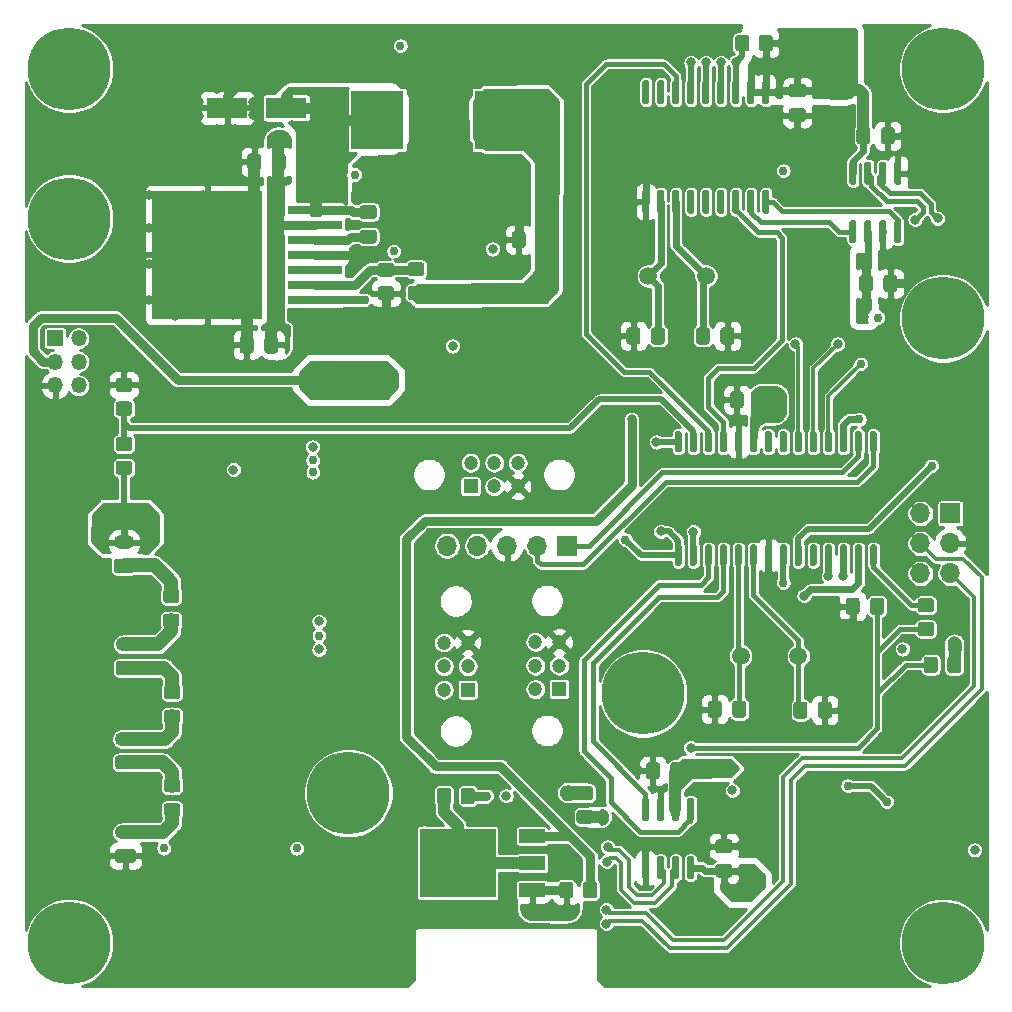
<source format=gbr>
G04 #@! TF.GenerationSoftware,KiCad,Pcbnew,(5.1.9)-1*
G04 #@! TF.CreationDate,2021-07-06T20:59:46-04:00*
G04 #@! TF.ProjectId,payload2020_base_board,7061796c-6f61-4643-9230-32305f626173,rev?*
G04 #@! TF.SameCoordinates,Original*
G04 #@! TF.FileFunction,Copper,L4,Bot*
G04 #@! TF.FilePolarity,Positive*
%FSLAX46Y46*%
G04 Gerber Fmt 4.6, Leading zero omitted, Abs format (unit mm)*
G04 Created by KiCad (PCBNEW (5.1.9)-1) date 2021-07-06 20:59:46*
%MOMM*%
%LPD*%
G01*
G04 APERTURE LIST*
G04 #@! TA.AperFunction,ComponentPad*
%ADD10O,1.350000X1.350000*%
G04 #@! TD*
G04 #@! TA.AperFunction,ComponentPad*
%ADD11R,1.350000X1.350000*%
G04 #@! TD*
G04 #@! TA.AperFunction,ComponentPad*
%ADD12C,7.000000*%
G04 #@! TD*
G04 #@! TA.AperFunction,ComponentPad*
%ADD13R,1.700000X1.700000*%
G04 #@! TD*
G04 #@! TA.AperFunction,ComponentPad*
%ADD14O,1.700000X1.700000*%
G04 #@! TD*
G04 #@! TA.AperFunction,SMDPad,CuDef*
%ADD15R,9.400000X10.800000*%
G04 #@! TD*
G04 #@! TA.AperFunction,SMDPad,CuDef*
%ADD16R,4.600000X0.800000*%
G04 #@! TD*
G04 #@! TA.AperFunction,ComponentPad*
%ADD17C,1.500000*%
G04 #@! TD*
G04 #@! TA.AperFunction,SMDPad,CuDef*
%ADD18R,6.400000X5.800000*%
G04 #@! TD*
G04 #@! TA.AperFunction,SMDPad,CuDef*
%ADD19R,2.200000X1.200000*%
G04 #@! TD*
G04 #@! TA.AperFunction,SMDPad,CuDef*
%ADD20R,4.500000X5.000000*%
G04 #@! TD*
G04 #@! TA.AperFunction,ComponentPad*
%ADD21O,1.750000X1.200000*%
G04 #@! TD*
G04 #@! TA.AperFunction,ComponentPad*
%ADD22C,1.200000*%
G04 #@! TD*
G04 #@! TA.AperFunction,ComponentPad*
%ADD23R,1.200000X1.200000*%
G04 #@! TD*
G04 #@! TA.AperFunction,SMDPad,CuDef*
%ADD24R,3.500000X1.800000*%
G04 #@! TD*
G04 #@! TA.AperFunction,ViaPad*
%ADD25C,0.762000*%
G04 #@! TD*
G04 #@! TA.AperFunction,ViaPad*
%ADD26C,0.800000*%
G04 #@! TD*
G04 #@! TA.AperFunction,Conductor*
%ADD27C,0.500000*%
G04 #@! TD*
G04 #@! TA.AperFunction,Conductor*
%ADD28C,1.000000*%
G04 #@! TD*
G04 #@! TA.AperFunction,Conductor*
%ADD29C,0.420000*%
G04 #@! TD*
G04 #@! TA.AperFunction,Conductor*
%ADD30C,0.800000*%
G04 #@! TD*
G04 #@! TA.AperFunction,Conductor*
%ADD31C,0.400000*%
G04 #@! TD*
G04 #@! TA.AperFunction,Conductor*
%ADD32C,0.600000*%
G04 #@! TD*
G04 #@! TA.AperFunction,Conductor*
%ADD33C,0.203200*%
G04 #@! TD*
G04 #@! TA.AperFunction,Conductor*
%ADD34C,2.000000*%
G04 #@! TD*
G04 #@! TA.AperFunction,Conductor*
%ADD35C,1.200000*%
G04 #@! TD*
G04 #@! TA.AperFunction,Conductor*
%ADD36C,0.300000*%
G04 #@! TD*
G04 #@! TA.AperFunction,Conductor*
%ADD37C,0.700000*%
G04 #@! TD*
G04 #@! TA.AperFunction,Conductor*
%ADD38C,1.500000*%
G04 #@! TD*
G04 #@! TA.AperFunction,Conductor*
%ADD39C,0.350000*%
G04 #@! TD*
G04 #@! TA.AperFunction,Conductor*
%ADD40C,0.254000*%
G04 #@! TD*
G04 #@! TA.AperFunction,Conductor*
%ADD41C,0.100000*%
G04 #@! TD*
G04 APERTURE END LIST*
D10*
X40360600Y-98120200D03*
X40360600Y-96120200D03*
X40360600Y-94120200D03*
X38360600Y-98120200D03*
X38360600Y-96120200D03*
D11*
X38360600Y-94120200D03*
G04 #@! TA.AperFunction,SMDPad,CuDef*
G36*
G01*
X44646001Y-98676000D02*
X43745999Y-98676000D01*
G75*
G02*
X43496000Y-98426001I0J249999D01*
G01*
X43496000Y-97725999D01*
G75*
G02*
X43745999Y-97476000I249999J0D01*
G01*
X44646001Y-97476000D01*
G75*
G02*
X44896000Y-97725999I0J-249999D01*
G01*
X44896000Y-98426001D01*
G75*
G02*
X44646001Y-98676000I-249999J0D01*
G01*
G37*
G04 #@! TD.AperFunction*
G04 #@! TA.AperFunction,SMDPad,CuDef*
G36*
G01*
X44646001Y-100676000D02*
X43745999Y-100676000D01*
G75*
G02*
X43496000Y-100426001I0J249999D01*
G01*
X43496000Y-99725999D01*
G75*
G02*
X43745999Y-99476000I249999J0D01*
G01*
X44646001Y-99476000D01*
G75*
G02*
X44896000Y-99725999I0J-249999D01*
G01*
X44896000Y-100426001D01*
G75*
G02*
X44646001Y-100676000I-249999J0D01*
G01*
G37*
G04 #@! TD.AperFunction*
G04 #@! TA.AperFunction,SMDPad,CuDef*
G36*
G01*
X44646001Y-103679800D02*
X43745999Y-103679800D01*
G75*
G02*
X43496000Y-103429801I0J249999D01*
G01*
X43496000Y-102729799D01*
G75*
G02*
X43745999Y-102479800I249999J0D01*
G01*
X44646001Y-102479800D01*
G75*
G02*
X44896000Y-102729799I0J-249999D01*
G01*
X44896000Y-103429801D01*
G75*
G02*
X44646001Y-103679800I-249999J0D01*
G01*
G37*
G04 #@! TD.AperFunction*
G04 #@! TA.AperFunction,SMDPad,CuDef*
G36*
G01*
X44646001Y-105679800D02*
X43745999Y-105679800D01*
G75*
G02*
X43496000Y-105429801I0J249999D01*
G01*
X43496000Y-104729799D01*
G75*
G02*
X43745999Y-104479800I249999J0D01*
G01*
X44646001Y-104479800D01*
G75*
G02*
X44896000Y-104729799I0J-249999D01*
G01*
X44896000Y-105429801D01*
G75*
G02*
X44646001Y-105679800I-249999J0D01*
G01*
G37*
G04 #@! TD.AperFunction*
G04 #@! TA.AperFunction,SMDPad,CuDef*
G36*
G01*
X71894240Y-132440259D02*
X71894240Y-133340261D01*
G75*
G02*
X71644241Y-133590260I-249999J0D01*
G01*
X70944239Y-133590260D01*
G75*
G02*
X70694240Y-133340261I0J249999D01*
G01*
X70694240Y-132440259D01*
G75*
G02*
X70944239Y-132190260I249999J0D01*
G01*
X71644241Y-132190260D01*
G75*
G02*
X71894240Y-132440259I0J-249999D01*
G01*
G37*
G04 #@! TD.AperFunction*
G04 #@! TA.AperFunction,SMDPad,CuDef*
G36*
G01*
X73894240Y-132440259D02*
X73894240Y-133340261D01*
G75*
G02*
X73644241Y-133590260I-249999J0D01*
G01*
X72944239Y-133590260D01*
G75*
G02*
X72694240Y-133340261I0J249999D01*
G01*
X72694240Y-132440259D01*
G75*
G02*
X72944239Y-132190260I249999J0D01*
G01*
X73644241Y-132190260D01*
G75*
G02*
X73894240Y-132440259I0J-249999D01*
G01*
G37*
G04 #@! TD.AperFunction*
G04 #@! TA.AperFunction,SMDPad,CuDef*
G36*
G01*
X83662941Y-133238800D02*
X82762939Y-133238800D01*
G75*
G02*
X82512940Y-132988801I0J249999D01*
G01*
X82512940Y-132288799D01*
G75*
G02*
X82762939Y-132038800I249999J0D01*
G01*
X83662941Y-132038800D01*
G75*
G02*
X83912940Y-132288799I0J-249999D01*
G01*
X83912940Y-132988801D01*
G75*
G02*
X83662941Y-133238800I-249999J0D01*
G01*
G37*
G04 #@! TD.AperFunction*
G04 #@! TA.AperFunction,SMDPad,CuDef*
G36*
G01*
X83662941Y-135238800D02*
X82762939Y-135238800D01*
G75*
G02*
X82512940Y-134988801I0J249999D01*
G01*
X82512940Y-134288799D01*
G75*
G02*
X82762939Y-134038800I249999J0D01*
G01*
X83662941Y-134038800D01*
G75*
G02*
X83912940Y-134288799I0J-249999D01*
G01*
X83912940Y-134988801D01*
G75*
G02*
X83662941Y-135238800I-249999J0D01*
G01*
G37*
G04 #@! TD.AperFunction*
D12*
X113560000Y-145310000D03*
X113560000Y-71310000D03*
X113560000Y-92440000D03*
X39560000Y-71310000D03*
X63200000Y-132630000D03*
G04 #@! TA.AperFunction,SMDPad,CuDef*
G36*
G01*
X83053380Y-141282841D02*
X83053380Y-140382839D01*
G75*
G02*
X83303379Y-140132840I249999J0D01*
G01*
X84003381Y-140132840D01*
G75*
G02*
X84253380Y-140382839I0J-249999D01*
G01*
X84253380Y-141282841D01*
G75*
G02*
X84003381Y-141532840I-249999J0D01*
G01*
X83303379Y-141532840D01*
G75*
G02*
X83053380Y-141282841I0J249999D01*
G01*
G37*
G04 #@! TD.AperFunction*
G04 #@! TA.AperFunction,SMDPad,CuDef*
G36*
G01*
X81053380Y-141282841D02*
X81053380Y-140382839D01*
G75*
G02*
X81303379Y-140132840I249999J0D01*
G01*
X82003381Y-140132840D01*
G75*
G02*
X82253380Y-140382839I0J-249999D01*
G01*
X82253380Y-141282841D01*
G75*
G02*
X82003381Y-141532840I-249999J0D01*
G01*
X81303379Y-141532840D01*
G75*
G02*
X81053380Y-141282841I0J249999D01*
G01*
G37*
G04 #@! TD.AperFunction*
G04 #@! TA.AperFunction,SMDPad,CuDef*
G36*
G01*
X107795200Y-103783300D02*
X107495200Y-103783300D01*
G75*
G02*
X107345200Y-103633300I0J150000D01*
G01*
X107345200Y-102133300D01*
G75*
G02*
X107495200Y-101983300I150000J0D01*
G01*
X107795200Y-101983300D01*
G75*
G02*
X107945200Y-102133300I0J-150000D01*
G01*
X107945200Y-103633300D01*
G75*
G02*
X107795200Y-103783300I-150000J0D01*
G01*
G37*
G04 #@! TD.AperFunction*
G04 #@! TA.AperFunction,SMDPad,CuDef*
G36*
G01*
X106525200Y-103783300D02*
X106225200Y-103783300D01*
G75*
G02*
X106075200Y-103633300I0J150000D01*
G01*
X106075200Y-102133300D01*
G75*
G02*
X106225200Y-101983300I150000J0D01*
G01*
X106525200Y-101983300D01*
G75*
G02*
X106675200Y-102133300I0J-150000D01*
G01*
X106675200Y-103633300D01*
G75*
G02*
X106525200Y-103783300I-150000J0D01*
G01*
G37*
G04 #@! TD.AperFunction*
G04 #@! TA.AperFunction,SMDPad,CuDef*
G36*
G01*
X105255200Y-103783300D02*
X104955200Y-103783300D01*
G75*
G02*
X104805200Y-103633300I0J150000D01*
G01*
X104805200Y-102133300D01*
G75*
G02*
X104955200Y-101983300I150000J0D01*
G01*
X105255200Y-101983300D01*
G75*
G02*
X105405200Y-102133300I0J-150000D01*
G01*
X105405200Y-103633300D01*
G75*
G02*
X105255200Y-103783300I-150000J0D01*
G01*
G37*
G04 #@! TD.AperFunction*
G04 #@! TA.AperFunction,SMDPad,CuDef*
G36*
G01*
X103985200Y-103783300D02*
X103685200Y-103783300D01*
G75*
G02*
X103535200Y-103633300I0J150000D01*
G01*
X103535200Y-102133300D01*
G75*
G02*
X103685200Y-101983300I150000J0D01*
G01*
X103985200Y-101983300D01*
G75*
G02*
X104135200Y-102133300I0J-150000D01*
G01*
X104135200Y-103633300D01*
G75*
G02*
X103985200Y-103783300I-150000J0D01*
G01*
G37*
G04 #@! TD.AperFunction*
G04 #@! TA.AperFunction,SMDPad,CuDef*
G36*
G01*
X102715200Y-103783300D02*
X102415200Y-103783300D01*
G75*
G02*
X102265200Y-103633300I0J150000D01*
G01*
X102265200Y-102133300D01*
G75*
G02*
X102415200Y-101983300I150000J0D01*
G01*
X102715200Y-101983300D01*
G75*
G02*
X102865200Y-102133300I0J-150000D01*
G01*
X102865200Y-103633300D01*
G75*
G02*
X102715200Y-103783300I-150000J0D01*
G01*
G37*
G04 #@! TD.AperFunction*
G04 #@! TA.AperFunction,SMDPad,CuDef*
G36*
G01*
X101445200Y-103783300D02*
X101145200Y-103783300D01*
G75*
G02*
X100995200Y-103633300I0J150000D01*
G01*
X100995200Y-102133300D01*
G75*
G02*
X101145200Y-101983300I150000J0D01*
G01*
X101445200Y-101983300D01*
G75*
G02*
X101595200Y-102133300I0J-150000D01*
G01*
X101595200Y-103633300D01*
G75*
G02*
X101445200Y-103783300I-150000J0D01*
G01*
G37*
G04 #@! TD.AperFunction*
G04 #@! TA.AperFunction,SMDPad,CuDef*
G36*
G01*
X100175200Y-103783300D02*
X99875200Y-103783300D01*
G75*
G02*
X99725200Y-103633300I0J150000D01*
G01*
X99725200Y-102133300D01*
G75*
G02*
X99875200Y-101983300I150000J0D01*
G01*
X100175200Y-101983300D01*
G75*
G02*
X100325200Y-102133300I0J-150000D01*
G01*
X100325200Y-103633300D01*
G75*
G02*
X100175200Y-103783300I-150000J0D01*
G01*
G37*
G04 #@! TD.AperFunction*
G04 #@! TA.AperFunction,SMDPad,CuDef*
G36*
G01*
X98905200Y-103783300D02*
X98605200Y-103783300D01*
G75*
G02*
X98455200Y-103633300I0J150000D01*
G01*
X98455200Y-102133300D01*
G75*
G02*
X98605200Y-101983300I150000J0D01*
G01*
X98905200Y-101983300D01*
G75*
G02*
X99055200Y-102133300I0J-150000D01*
G01*
X99055200Y-103633300D01*
G75*
G02*
X98905200Y-103783300I-150000J0D01*
G01*
G37*
G04 #@! TD.AperFunction*
G04 #@! TA.AperFunction,SMDPad,CuDef*
G36*
G01*
X97635200Y-103783300D02*
X97335200Y-103783300D01*
G75*
G02*
X97185200Y-103633300I0J150000D01*
G01*
X97185200Y-102133300D01*
G75*
G02*
X97335200Y-101983300I150000J0D01*
G01*
X97635200Y-101983300D01*
G75*
G02*
X97785200Y-102133300I0J-150000D01*
G01*
X97785200Y-103633300D01*
G75*
G02*
X97635200Y-103783300I-150000J0D01*
G01*
G37*
G04 #@! TD.AperFunction*
G04 #@! TA.AperFunction,SMDPad,CuDef*
G36*
G01*
X96365200Y-103783300D02*
X96065200Y-103783300D01*
G75*
G02*
X95915200Y-103633300I0J150000D01*
G01*
X95915200Y-102133300D01*
G75*
G02*
X96065200Y-101983300I150000J0D01*
G01*
X96365200Y-101983300D01*
G75*
G02*
X96515200Y-102133300I0J-150000D01*
G01*
X96515200Y-103633300D01*
G75*
G02*
X96365200Y-103783300I-150000J0D01*
G01*
G37*
G04 #@! TD.AperFunction*
G04 #@! TA.AperFunction,SMDPad,CuDef*
G36*
G01*
X95095200Y-103783300D02*
X94795200Y-103783300D01*
G75*
G02*
X94645200Y-103633300I0J150000D01*
G01*
X94645200Y-102133300D01*
G75*
G02*
X94795200Y-101983300I150000J0D01*
G01*
X95095200Y-101983300D01*
G75*
G02*
X95245200Y-102133300I0J-150000D01*
G01*
X95245200Y-103633300D01*
G75*
G02*
X95095200Y-103783300I-150000J0D01*
G01*
G37*
G04 #@! TD.AperFunction*
G04 #@! TA.AperFunction,SMDPad,CuDef*
G36*
G01*
X93825200Y-103783300D02*
X93525200Y-103783300D01*
G75*
G02*
X93375200Y-103633300I0J150000D01*
G01*
X93375200Y-102133300D01*
G75*
G02*
X93525200Y-101983300I150000J0D01*
G01*
X93825200Y-101983300D01*
G75*
G02*
X93975200Y-102133300I0J-150000D01*
G01*
X93975200Y-103633300D01*
G75*
G02*
X93825200Y-103783300I-150000J0D01*
G01*
G37*
G04 #@! TD.AperFunction*
G04 #@! TA.AperFunction,SMDPad,CuDef*
G36*
G01*
X92555200Y-103783300D02*
X92255200Y-103783300D01*
G75*
G02*
X92105200Y-103633300I0J150000D01*
G01*
X92105200Y-102133300D01*
G75*
G02*
X92255200Y-101983300I150000J0D01*
G01*
X92555200Y-101983300D01*
G75*
G02*
X92705200Y-102133300I0J-150000D01*
G01*
X92705200Y-103633300D01*
G75*
G02*
X92555200Y-103783300I-150000J0D01*
G01*
G37*
G04 #@! TD.AperFunction*
G04 #@! TA.AperFunction,SMDPad,CuDef*
G36*
G01*
X91285200Y-103783300D02*
X90985200Y-103783300D01*
G75*
G02*
X90835200Y-103633300I0J150000D01*
G01*
X90835200Y-102133300D01*
G75*
G02*
X90985200Y-101983300I150000J0D01*
G01*
X91285200Y-101983300D01*
G75*
G02*
X91435200Y-102133300I0J-150000D01*
G01*
X91435200Y-103633300D01*
G75*
G02*
X91285200Y-103783300I-150000J0D01*
G01*
G37*
G04 #@! TD.AperFunction*
G04 #@! TA.AperFunction,SMDPad,CuDef*
G36*
G01*
X91285200Y-113383300D02*
X90985200Y-113383300D01*
G75*
G02*
X90835200Y-113233300I0J150000D01*
G01*
X90835200Y-111733300D01*
G75*
G02*
X90985200Y-111583300I150000J0D01*
G01*
X91285200Y-111583300D01*
G75*
G02*
X91435200Y-111733300I0J-150000D01*
G01*
X91435200Y-113233300D01*
G75*
G02*
X91285200Y-113383300I-150000J0D01*
G01*
G37*
G04 #@! TD.AperFunction*
G04 #@! TA.AperFunction,SMDPad,CuDef*
G36*
G01*
X92555200Y-113383300D02*
X92255200Y-113383300D01*
G75*
G02*
X92105200Y-113233300I0J150000D01*
G01*
X92105200Y-111733300D01*
G75*
G02*
X92255200Y-111583300I150000J0D01*
G01*
X92555200Y-111583300D01*
G75*
G02*
X92705200Y-111733300I0J-150000D01*
G01*
X92705200Y-113233300D01*
G75*
G02*
X92555200Y-113383300I-150000J0D01*
G01*
G37*
G04 #@! TD.AperFunction*
G04 #@! TA.AperFunction,SMDPad,CuDef*
G36*
G01*
X93825200Y-113383300D02*
X93525200Y-113383300D01*
G75*
G02*
X93375200Y-113233300I0J150000D01*
G01*
X93375200Y-111733300D01*
G75*
G02*
X93525200Y-111583300I150000J0D01*
G01*
X93825200Y-111583300D01*
G75*
G02*
X93975200Y-111733300I0J-150000D01*
G01*
X93975200Y-113233300D01*
G75*
G02*
X93825200Y-113383300I-150000J0D01*
G01*
G37*
G04 #@! TD.AperFunction*
G04 #@! TA.AperFunction,SMDPad,CuDef*
G36*
G01*
X95095200Y-113383300D02*
X94795200Y-113383300D01*
G75*
G02*
X94645200Y-113233300I0J150000D01*
G01*
X94645200Y-111733300D01*
G75*
G02*
X94795200Y-111583300I150000J0D01*
G01*
X95095200Y-111583300D01*
G75*
G02*
X95245200Y-111733300I0J-150000D01*
G01*
X95245200Y-113233300D01*
G75*
G02*
X95095200Y-113383300I-150000J0D01*
G01*
G37*
G04 #@! TD.AperFunction*
G04 #@! TA.AperFunction,SMDPad,CuDef*
G36*
G01*
X96365200Y-113383300D02*
X96065200Y-113383300D01*
G75*
G02*
X95915200Y-113233300I0J150000D01*
G01*
X95915200Y-111733300D01*
G75*
G02*
X96065200Y-111583300I150000J0D01*
G01*
X96365200Y-111583300D01*
G75*
G02*
X96515200Y-111733300I0J-150000D01*
G01*
X96515200Y-113233300D01*
G75*
G02*
X96365200Y-113383300I-150000J0D01*
G01*
G37*
G04 #@! TD.AperFunction*
G04 #@! TA.AperFunction,SMDPad,CuDef*
G36*
G01*
X97635200Y-113383300D02*
X97335200Y-113383300D01*
G75*
G02*
X97185200Y-113233300I0J150000D01*
G01*
X97185200Y-111733300D01*
G75*
G02*
X97335200Y-111583300I150000J0D01*
G01*
X97635200Y-111583300D01*
G75*
G02*
X97785200Y-111733300I0J-150000D01*
G01*
X97785200Y-113233300D01*
G75*
G02*
X97635200Y-113383300I-150000J0D01*
G01*
G37*
G04 #@! TD.AperFunction*
G04 #@! TA.AperFunction,SMDPad,CuDef*
G36*
G01*
X98905200Y-113383300D02*
X98605200Y-113383300D01*
G75*
G02*
X98455200Y-113233300I0J150000D01*
G01*
X98455200Y-111733300D01*
G75*
G02*
X98605200Y-111583300I150000J0D01*
G01*
X98905200Y-111583300D01*
G75*
G02*
X99055200Y-111733300I0J-150000D01*
G01*
X99055200Y-113233300D01*
G75*
G02*
X98905200Y-113383300I-150000J0D01*
G01*
G37*
G04 #@! TD.AperFunction*
G04 #@! TA.AperFunction,SMDPad,CuDef*
G36*
G01*
X100175200Y-113383300D02*
X99875200Y-113383300D01*
G75*
G02*
X99725200Y-113233300I0J150000D01*
G01*
X99725200Y-111733300D01*
G75*
G02*
X99875200Y-111583300I150000J0D01*
G01*
X100175200Y-111583300D01*
G75*
G02*
X100325200Y-111733300I0J-150000D01*
G01*
X100325200Y-113233300D01*
G75*
G02*
X100175200Y-113383300I-150000J0D01*
G01*
G37*
G04 #@! TD.AperFunction*
G04 #@! TA.AperFunction,SMDPad,CuDef*
G36*
G01*
X101445200Y-113383300D02*
X101145200Y-113383300D01*
G75*
G02*
X100995200Y-113233300I0J150000D01*
G01*
X100995200Y-111733300D01*
G75*
G02*
X101145200Y-111583300I150000J0D01*
G01*
X101445200Y-111583300D01*
G75*
G02*
X101595200Y-111733300I0J-150000D01*
G01*
X101595200Y-113233300D01*
G75*
G02*
X101445200Y-113383300I-150000J0D01*
G01*
G37*
G04 #@! TD.AperFunction*
G04 #@! TA.AperFunction,SMDPad,CuDef*
G36*
G01*
X102715200Y-113383300D02*
X102415200Y-113383300D01*
G75*
G02*
X102265200Y-113233300I0J150000D01*
G01*
X102265200Y-111733300D01*
G75*
G02*
X102415200Y-111583300I150000J0D01*
G01*
X102715200Y-111583300D01*
G75*
G02*
X102865200Y-111733300I0J-150000D01*
G01*
X102865200Y-113233300D01*
G75*
G02*
X102715200Y-113383300I-150000J0D01*
G01*
G37*
G04 #@! TD.AperFunction*
G04 #@! TA.AperFunction,SMDPad,CuDef*
G36*
G01*
X103985200Y-113383300D02*
X103685200Y-113383300D01*
G75*
G02*
X103535200Y-113233300I0J150000D01*
G01*
X103535200Y-111733300D01*
G75*
G02*
X103685200Y-111583300I150000J0D01*
G01*
X103985200Y-111583300D01*
G75*
G02*
X104135200Y-111733300I0J-150000D01*
G01*
X104135200Y-113233300D01*
G75*
G02*
X103985200Y-113383300I-150000J0D01*
G01*
G37*
G04 #@! TD.AperFunction*
G04 #@! TA.AperFunction,SMDPad,CuDef*
G36*
G01*
X105255200Y-113383300D02*
X104955200Y-113383300D01*
G75*
G02*
X104805200Y-113233300I0J150000D01*
G01*
X104805200Y-111733300D01*
G75*
G02*
X104955200Y-111583300I150000J0D01*
G01*
X105255200Y-111583300D01*
G75*
G02*
X105405200Y-111733300I0J-150000D01*
G01*
X105405200Y-113233300D01*
G75*
G02*
X105255200Y-113383300I-150000J0D01*
G01*
G37*
G04 #@! TD.AperFunction*
G04 #@! TA.AperFunction,SMDPad,CuDef*
G36*
G01*
X106525200Y-113383300D02*
X106225200Y-113383300D01*
G75*
G02*
X106075200Y-113233300I0J150000D01*
G01*
X106075200Y-111733300D01*
G75*
G02*
X106225200Y-111583300I150000J0D01*
G01*
X106525200Y-111583300D01*
G75*
G02*
X106675200Y-111733300I0J-150000D01*
G01*
X106675200Y-113233300D01*
G75*
G02*
X106525200Y-113383300I-150000J0D01*
G01*
G37*
G04 #@! TD.AperFunction*
G04 #@! TA.AperFunction,SMDPad,CuDef*
G36*
G01*
X107795200Y-113383300D02*
X107495200Y-113383300D01*
G75*
G02*
X107345200Y-113233300I0J150000D01*
G01*
X107345200Y-111733300D01*
G75*
G02*
X107495200Y-111583300I150000J0D01*
G01*
X107795200Y-111583300D01*
G75*
G02*
X107945200Y-111733300I0J-150000D01*
G01*
X107945200Y-113233300D01*
G75*
G02*
X107795200Y-113383300I-150000J0D01*
G01*
G37*
G04 #@! TD.AperFunction*
X88160000Y-124190000D03*
X39560000Y-145310000D03*
X39560000Y-83990000D03*
D13*
X114170000Y-108955000D03*
D14*
X111630000Y-108955000D03*
X114170000Y-111495000D03*
X111630000Y-111495000D03*
X114170000Y-114035000D03*
X111630000Y-114035000D03*
G04 #@! TA.AperFunction,SMDPad,CuDef*
G36*
G01*
X88203900Y-137974200D02*
X88503900Y-137974200D01*
G75*
G02*
X88653900Y-138124200I0J-150000D01*
G01*
X88653900Y-139774200D01*
G75*
G02*
X88503900Y-139924200I-150000J0D01*
G01*
X88203900Y-139924200D01*
G75*
G02*
X88053900Y-139774200I0J150000D01*
G01*
X88053900Y-138124200D01*
G75*
G02*
X88203900Y-137974200I150000J0D01*
G01*
G37*
G04 #@! TD.AperFunction*
G04 #@! TA.AperFunction,SMDPad,CuDef*
G36*
G01*
X89473900Y-137974200D02*
X89773900Y-137974200D01*
G75*
G02*
X89923900Y-138124200I0J-150000D01*
G01*
X89923900Y-139774200D01*
G75*
G02*
X89773900Y-139924200I-150000J0D01*
G01*
X89473900Y-139924200D01*
G75*
G02*
X89323900Y-139774200I0J150000D01*
G01*
X89323900Y-138124200D01*
G75*
G02*
X89473900Y-137974200I150000J0D01*
G01*
G37*
G04 #@! TD.AperFunction*
G04 #@! TA.AperFunction,SMDPad,CuDef*
G36*
G01*
X90743900Y-137974200D02*
X91043900Y-137974200D01*
G75*
G02*
X91193900Y-138124200I0J-150000D01*
G01*
X91193900Y-139774200D01*
G75*
G02*
X91043900Y-139924200I-150000J0D01*
G01*
X90743900Y-139924200D01*
G75*
G02*
X90593900Y-139774200I0J150000D01*
G01*
X90593900Y-138124200D01*
G75*
G02*
X90743900Y-137974200I150000J0D01*
G01*
G37*
G04 #@! TD.AperFunction*
G04 #@! TA.AperFunction,SMDPad,CuDef*
G36*
G01*
X92013900Y-137974200D02*
X92313900Y-137974200D01*
G75*
G02*
X92463900Y-138124200I0J-150000D01*
G01*
X92463900Y-139774200D01*
G75*
G02*
X92313900Y-139924200I-150000J0D01*
G01*
X92013900Y-139924200D01*
G75*
G02*
X91863900Y-139774200I0J150000D01*
G01*
X91863900Y-138124200D01*
G75*
G02*
X92013900Y-137974200I150000J0D01*
G01*
G37*
G04 #@! TD.AperFunction*
G04 #@! TA.AperFunction,SMDPad,CuDef*
G36*
G01*
X92013900Y-133024200D02*
X92313900Y-133024200D01*
G75*
G02*
X92463900Y-133174200I0J-150000D01*
G01*
X92463900Y-134824200D01*
G75*
G02*
X92313900Y-134974200I-150000J0D01*
G01*
X92013900Y-134974200D01*
G75*
G02*
X91863900Y-134824200I0J150000D01*
G01*
X91863900Y-133174200D01*
G75*
G02*
X92013900Y-133024200I150000J0D01*
G01*
G37*
G04 #@! TD.AperFunction*
G04 #@! TA.AperFunction,SMDPad,CuDef*
G36*
G01*
X90743900Y-133024200D02*
X91043900Y-133024200D01*
G75*
G02*
X91193900Y-133174200I0J-150000D01*
G01*
X91193900Y-134824200D01*
G75*
G02*
X91043900Y-134974200I-150000J0D01*
G01*
X90743900Y-134974200D01*
G75*
G02*
X90593900Y-134824200I0J150000D01*
G01*
X90593900Y-133174200D01*
G75*
G02*
X90743900Y-133024200I150000J0D01*
G01*
G37*
G04 #@! TD.AperFunction*
G04 #@! TA.AperFunction,SMDPad,CuDef*
G36*
G01*
X89473900Y-133024200D02*
X89773900Y-133024200D01*
G75*
G02*
X89923900Y-133174200I0J-150000D01*
G01*
X89923900Y-134824200D01*
G75*
G02*
X89773900Y-134974200I-150000J0D01*
G01*
X89473900Y-134974200D01*
G75*
G02*
X89323900Y-134824200I0J150000D01*
G01*
X89323900Y-133174200D01*
G75*
G02*
X89473900Y-133024200I150000J0D01*
G01*
G37*
G04 #@! TD.AperFunction*
G04 #@! TA.AperFunction,SMDPad,CuDef*
G36*
G01*
X88203900Y-133024200D02*
X88503900Y-133024200D01*
G75*
G02*
X88653900Y-133174200I0J-150000D01*
G01*
X88653900Y-134824200D01*
G75*
G02*
X88503900Y-134974200I-150000J0D01*
G01*
X88203900Y-134974200D01*
G75*
G02*
X88053900Y-134824200I0J150000D01*
G01*
X88053900Y-133174200D01*
G75*
G02*
X88203900Y-133024200I150000J0D01*
G01*
G37*
G04 #@! TD.AperFunction*
D15*
X51231800Y-87071200D03*
D16*
X60381800Y-90881200D03*
X60381800Y-89611200D03*
X60381800Y-88341200D03*
X60381800Y-87071200D03*
X60381800Y-85801200D03*
X60381800Y-84531200D03*
X60381800Y-83261200D03*
D17*
X88592000Y-88849200D03*
X93472000Y-88849200D03*
X96415200Y-121005600D03*
X101295200Y-121005600D03*
G04 #@! TA.AperFunction,SMDPad,CuDef*
G36*
G01*
X109878000Y-81126200D02*
X109578000Y-81126200D01*
G75*
G02*
X109428000Y-80976200I0J150000D01*
G01*
X109428000Y-79326200D01*
G75*
G02*
X109578000Y-79176200I150000J0D01*
G01*
X109878000Y-79176200D01*
G75*
G02*
X110028000Y-79326200I0J-150000D01*
G01*
X110028000Y-80976200D01*
G75*
G02*
X109878000Y-81126200I-150000J0D01*
G01*
G37*
G04 #@! TD.AperFunction*
G04 #@! TA.AperFunction,SMDPad,CuDef*
G36*
G01*
X108608000Y-81126200D02*
X108308000Y-81126200D01*
G75*
G02*
X108158000Y-80976200I0J150000D01*
G01*
X108158000Y-79326200D01*
G75*
G02*
X108308000Y-79176200I150000J0D01*
G01*
X108608000Y-79176200D01*
G75*
G02*
X108758000Y-79326200I0J-150000D01*
G01*
X108758000Y-80976200D01*
G75*
G02*
X108608000Y-81126200I-150000J0D01*
G01*
G37*
G04 #@! TD.AperFunction*
G04 #@! TA.AperFunction,SMDPad,CuDef*
G36*
G01*
X107338000Y-81126200D02*
X107038000Y-81126200D01*
G75*
G02*
X106888000Y-80976200I0J150000D01*
G01*
X106888000Y-79326200D01*
G75*
G02*
X107038000Y-79176200I150000J0D01*
G01*
X107338000Y-79176200D01*
G75*
G02*
X107488000Y-79326200I0J-150000D01*
G01*
X107488000Y-80976200D01*
G75*
G02*
X107338000Y-81126200I-150000J0D01*
G01*
G37*
G04 #@! TD.AperFunction*
G04 #@! TA.AperFunction,SMDPad,CuDef*
G36*
G01*
X106068000Y-81126200D02*
X105768000Y-81126200D01*
G75*
G02*
X105618000Y-80976200I0J150000D01*
G01*
X105618000Y-79326200D01*
G75*
G02*
X105768000Y-79176200I150000J0D01*
G01*
X106068000Y-79176200D01*
G75*
G02*
X106218000Y-79326200I0J-150000D01*
G01*
X106218000Y-80976200D01*
G75*
G02*
X106068000Y-81126200I-150000J0D01*
G01*
G37*
G04 #@! TD.AperFunction*
G04 #@! TA.AperFunction,SMDPad,CuDef*
G36*
G01*
X106068000Y-86076200D02*
X105768000Y-86076200D01*
G75*
G02*
X105618000Y-85926200I0J150000D01*
G01*
X105618000Y-84276200D01*
G75*
G02*
X105768000Y-84126200I150000J0D01*
G01*
X106068000Y-84126200D01*
G75*
G02*
X106218000Y-84276200I0J-150000D01*
G01*
X106218000Y-85926200D01*
G75*
G02*
X106068000Y-86076200I-150000J0D01*
G01*
G37*
G04 #@! TD.AperFunction*
G04 #@! TA.AperFunction,SMDPad,CuDef*
G36*
G01*
X107338000Y-86076200D02*
X107038000Y-86076200D01*
G75*
G02*
X106888000Y-85926200I0J150000D01*
G01*
X106888000Y-84276200D01*
G75*
G02*
X107038000Y-84126200I150000J0D01*
G01*
X107338000Y-84126200D01*
G75*
G02*
X107488000Y-84276200I0J-150000D01*
G01*
X107488000Y-85926200D01*
G75*
G02*
X107338000Y-86076200I-150000J0D01*
G01*
G37*
G04 #@! TD.AperFunction*
G04 #@! TA.AperFunction,SMDPad,CuDef*
G36*
G01*
X108608000Y-86076200D02*
X108308000Y-86076200D01*
G75*
G02*
X108158000Y-85926200I0J150000D01*
G01*
X108158000Y-84276200D01*
G75*
G02*
X108308000Y-84126200I150000J0D01*
G01*
X108608000Y-84126200D01*
G75*
G02*
X108758000Y-84276200I0J-150000D01*
G01*
X108758000Y-85926200D01*
G75*
G02*
X108608000Y-86076200I-150000J0D01*
G01*
G37*
G04 #@! TD.AperFunction*
G04 #@! TA.AperFunction,SMDPad,CuDef*
G36*
G01*
X109878000Y-86076200D02*
X109578000Y-86076200D01*
G75*
G02*
X109428000Y-85926200I0J150000D01*
G01*
X109428000Y-84276200D01*
G75*
G02*
X109578000Y-84126200I150000J0D01*
G01*
X109878000Y-84126200D01*
G75*
G02*
X110028000Y-84276200I0J-150000D01*
G01*
X110028000Y-85926200D01*
G75*
G02*
X109878000Y-86076200I-150000J0D01*
G01*
G37*
G04 #@! TD.AperFunction*
G04 #@! TA.AperFunction,SMDPad,CuDef*
G36*
G01*
X98702000Y-74302200D02*
X98402000Y-74302200D01*
G75*
G02*
X98252000Y-74152200I0J150000D01*
G01*
X98252000Y-72402200D01*
G75*
G02*
X98402000Y-72252200I150000J0D01*
G01*
X98702000Y-72252200D01*
G75*
G02*
X98852000Y-72402200I0J-150000D01*
G01*
X98852000Y-74152200D01*
G75*
G02*
X98702000Y-74302200I-150000J0D01*
G01*
G37*
G04 #@! TD.AperFunction*
G04 #@! TA.AperFunction,SMDPad,CuDef*
G36*
G01*
X97432000Y-74302200D02*
X97132000Y-74302200D01*
G75*
G02*
X96982000Y-74152200I0J150000D01*
G01*
X96982000Y-72402200D01*
G75*
G02*
X97132000Y-72252200I150000J0D01*
G01*
X97432000Y-72252200D01*
G75*
G02*
X97582000Y-72402200I0J-150000D01*
G01*
X97582000Y-74152200D01*
G75*
G02*
X97432000Y-74302200I-150000J0D01*
G01*
G37*
G04 #@! TD.AperFunction*
G04 #@! TA.AperFunction,SMDPad,CuDef*
G36*
G01*
X96162000Y-74302200D02*
X95862000Y-74302200D01*
G75*
G02*
X95712000Y-74152200I0J150000D01*
G01*
X95712000Y-72402200D01*
G75*
G02*
X95862000Y-72252200I150000J0D01*
G01*
X96162000Y-72252200D01*
G75*
G02*
X96312000Y-72402200I0J-150000D01*
G01*
X96312000Y-74152200D01*
G75*
G02*
X96162000Y-74302200I-150000J0D01*
G01*
G37*
G04 #@! TD.AperFunction*
G04 #@! TA.AperFunction,SMDPad,CuDef*
G36*
G01*
X94892000Y-74302200D02*
X94592000Y-74302200D01*
G75*
G02*
X94442000Y-74152200I0J150000D01*
G01*
X94442000Y-72402200D01*
G75*
G02*
X94592000Y-72252200I150000J0D01*
G01*
X94892000Y-72252200D01*
G75*
G02*
X95042000Y-72402200I0J-150000D01*
G01*
X95042000Y-74152200D01*
G75*
G02*
X94892000Y-74302200I-150000J0D01*
G01*
G37*
G04 #@! TD.AperFunction*
G04 #@! TA.AperFunction,SMDPad,CuDef*
G36*
G01*
X93622000Y-74302200D02*
X93322000Y-74302200D01*
G75*
G02*
X93172000Y-74152200I0J150000D01*
G01*
X93172000Y-72402200D01*
G75*
G02*
X93322000Y-72252200I150000J0D01*
G01*
X93622000Y-72252200D01*
G75*
G02*
X93772000Y-72402200I0J-150000D01*
G01*
X93772000Y-74152200D01*
G75*
G02*
X93622000Y-74302200I-150000J0D01*
G01*
G37*
G04 #@! TD.AperFunction*
G04 #@! TA.AperFunction,SMDPad,CuDef*
G36*
G01*
X92352000Y-74302200D02*
X92052000Y-74302200D01*
G75*
G02*
X91902000Y-74152200I0J150000D01*
G01*
X91902000Y-72402200D01*
G75*
G02*
X92052000Y-72252200I150000J0D01*
G01*
X92352000Y-72252200D01*
G75*
G02*
X92502000Y-72402200I0J-150000D01*
G01*
X92502000Y-74152200D01*
G75*
G02*
X92352000Y-74302200I-150000J0D01*
G01*
G37*
G04 #@! TD.AperFunction*
G04 #@! TA.AperFunction,SMDPad,CuDef*
G36*
G01*
X91082000Y-74302200D02*
X90782000Y-74302200D01*
G75*
G02*
X90632000Y-74152200I0J150000D01*
G01*
X90632000Y-72402200D01*
G75*
G02*
X90782000Y-72252200I150000J0D01*
G01*
X91082000Y-72252200D01*
G75*
G02*
X91232000Y-72402200I0J-150000D01*
G01*
X91232000Y-74152200D01*
G75*
G02*
X91082000Y-74302200I-150000J0D01*
G01*
G37*
G04 #@! TD.AperFunction*
G04 #@! TA.AperFunction,SMDPad,CuDef*
G36*
G01*
X89812000Y-74302200D02*
X89512000Y-74302200D01*
G75*
G02*
X89362000Y-74152200I0J150000D01*
G01*
X89362000Y-72402200D01*
G75*
G02*
X89512000Y-72252200I150000J0D01*
G01*
X89812000Y-72252200D01*
G75*
G02*
X89962000Y-72402200I0J-150000D01*
G01*
X89962000Y-74152200D01*
G75*
G02*
X89812000Y-74302200I-150000J0D01*
G01*
G37*
G04 #@! TD.AperFunction*
G04 #@! TA.AperFunction,SMDPad,CuDef*
G36*
G01*
X88542000Y-74302200D02*
X88242000Y-74302200D01*
G75*
G02*
X88092000Y-74152200I0J150000D01*
G01*
X88092000Y-72402200D01*
G75*
G02*
X88242000Y-72252200I150000J0D01*
G01*
X88542000Y-72252200D01*
G75*
G02*
X88692000Y-72402200I0J-150000D01*
G01*
X88692000Y-74152200D01*
G75*
G02*
X88542000Y-74302200I-150000J0D01*
G01*
G37*
G04 #@! TD.AperFunction*
G04 #@! TA.AperFunction,SMDPad,CuDef*
G36*
G01*
X88542000Y-83602200D02*
X88242000Y-83602200D01*
G75*
G02*
X88092000Y-83452200I0J150000D01*
G01*
X88092000Y-81702200D01*
G75*
G02*
X88242000Y-81552200I150000J0D01*
G01*
X88542000Y-81552200D01*
G75*
G02*
X88692000Y-81702200I0J-150000D01*
G01*
X88692000Y-83452200D01*
G75*
G02*
X88542000Y-83602200I-150000J0D01*
G01*
G37*
G04 #@! TD.AperFunction*
G04 #@! TA.AperFunction,SMDPad,CuDef*
G36*
G01*
X89812000Y-83602200D02*
X89512000Y-83602200D01*
G75*
G02*
X89362000Y-83452200I0J150000D01*
G01*
X89362000Y-81702200D01*
G75*
G02*
X89512000Y-81552200I150000J0D01*
G01*
X89812000Y-81552200D01*
G75*
G02*
X89962000Y-81702200I0J-150000D01*
G01*
X89962000Y-83452200D01*
G75*
G02*
X89812000Y-83602200I-150000J0D01*
G01*
G37*
G04 #@! TD.AperFunction*
G04 #@! TA.AperFunction,SMDPad,CuDef*
G36*
G01*
X91082000Y-83602200D02*
X90782000Y-83602200D01*
G75*
G02*
X90632000Y-83452200I0J150000D01*
G01*
X90632000Y-81702200D01*
G75*
G02*
X90782000Y-81552200I150000J0D01*
G01*
X91082000Y-81552200D01*
G75*
G02*
X91232000Y-81702200I0J-150000D01*
G01*
X91232000Y-83452200D01*
G75*
G02*
X91082000Y-83602200I-150000J0D01*
G01*
G37*
G04 #@! TD.AperFunction*
G04 #@! TA.AperFunction,SMDPad,CuDef*
G36*
G01*
X92352000Y-83602200D02*
X92052000Y-83602200D01*
G75*
G02*
X91902000Y-83452200I0J150000D01*
G01*
X91902000Y-81702200D01*
G75*
G02*
X92052000Y-81552200I150000J0D01*
G01*
X92352000Y-81552200D01*
G75*
G02*
X92502000Y-81702200I0J-150000D01*
G01*
X92502000Y-83452200D01*
G75*
G02*
X92352000Y-83602200I-150000J0D01*
G01*
G37*
G04 #@! TD.AperFunction*
G04 #@! TA.AperFunction,SMDPad,CuDef*
G36*
G01*
X93622000Y-83602200D02*
X93322000Y-83602200D01*
G75*
G02*
X93172000Y-83452200I0J150000D01*
G01*
X93172000Y-81702200D01*
G75*
G02*
X93322000Y-81552200I150000J0D01*
G01*
X93622000Y-81552200D01*
G75*
G02*
X93772000Y-81702200I0J-150000D01*
G01*
X93772000Y-83452200D01*
G75*
G02*
X93622000Y-83602200I-150000J0D01*
G01*
G37*
G04 #@! TD.AperFunction*
G04 #@! TA.AperFunction,SMDPad,CuDef*
G36*
G01*
X94892000Y-83602200D02*
X94592000Y-83602200D01*
G75*
G02*
X94442000Y-83452200I0J150000D01*
G01*
X94442000Y-81702200D01*
G75*
G02*
X94592000Y-81552200I150000J0D01*
G01*
X94892000Y-81552200D01*
G75*
G02*
X95042000Y-81702200I0J-150000D01*
G01*
X95042000Y-83452200D01*
G75*
G02*
X94892000Y-83602200I-150000J0D01*
G01*
G37*
G04 #@! TD.AperFunction*
G04 #@! TA.AperFunction,SMDPad,CuDef*
G36*
G01*
X96162000Y-83602200D02*
X95862000Y-83602200D01*
G75*
G02*
X95712000Y-83452200I0J150000D01*
G01*
X95712000Y-81702200D01*
G75*
G02*
X95862000Y-81552200I150000J0D01*
G01*
X96162000Y-81552200D01*
G75*
G02*
X96312000Y-81702200I0J-150000D01*
G01*
X96312000Y-83452200D01*
G75*
G02*
X96162000Y-83602200I-150000J0D01*
G01*
G37*
G04 #@! TD.AperFunction*
G04 #@! TA.AperFunction,SMDPad,CuDef*
G36*
G01*
X97432000Y-83602200D02*
X97132000Y-83602200D01*
G75*
G02*
X96982000Y-83452200I0J150000D01*
G01*
X96982000Y-81702200D01*
G75*
G02*
X97132000Y-81552200I150000J0D01*
G01*
X97432000Y-81552200D01*
G75*
G02*
X97582000Y-81702200I0J-150000D01*
G01*
X97582000Y-83452200D01*
G75*
G02*
X97432000Y-83602200I-150000J0D01*
G01*
G37*
G04 #@! TD.AperFunction*
G04 #@! TA.AperFunction,SMDPad,CuDef*
G36*
G01*
X98702000Y-83602200D02*
X98402000Y-83602200D01*
G75*
G02*
X98252000Y-83452200I0J150000D01*
G01*
X98252000Y-81702200D01*
G75*
G02*
X98402000Y-81552200I150000J0D01*
G01*
X98702000Y-81552200D01*
G75*
G02*
X98852000Y-81702200I0J-150000D01*
G01*
X98852000Y-83452200D01*
G75*
G02*
X98702000Y-83602200I-150000J0D01*
G01*
G37*
G04 #@! TD.AperFunction*
G04 #@! TA.AperFunction,SMDPad,CuDef*
G36*
G01*
X97146160Y-68693879D02*
X97146160Y-69593881D01*
G75*
G02*
X96896161Y-69843880I-249999J0D01*
G01*
X96196159Y-69843880D01*
G75*
G02*
X95946160Y-69593881I0J249999D01*
G01*
X95946160Y-68693879D01*
G75*
G02*
X96196159Y-68443880I249999J0D01*
G01*
X96896161Y-68443880D01*
G75*
G02*
X97146160Y-68693879I0J-249999D01*
G01*
G37*
G04 #@! TD.AperFunction*
G04 #@! TA.AperFunction,SMDPad,CuDef*
G36*
G01*
X99146160Y-68693879D02*
X99146160Y-69593881D01*
G75*
G02*
X98896161Y-69843880I-249999J0D01*
G01*
X98196159Y-69843880D01*
G75*
G02*
X97946160Y-69593881I0J249999D01*
G01*
X97946160Y-68693879D01*
G75*
G02*
X98196159Y-68443880I249999J0D01*
G01*
X98896161Y-68443880D01*
G75*
G02*
X99146160Y-68693879I0J-249999D01*
G01*
G37*
G04 #@! TD.AperFunction*
G04 #@! TA.AperFunction,SMDPad,CuDef*
G36*
G01*
X66830361Y-88920880D02*
X65930359Y-88920880D01*
G75*
G02*
X65680360Y-88670881I0J249999D01*
G01*
X65680360Y-87970879D01*
G75*
G02*
X65930359Y-87720880I249999J0D01*
G01*
X66830361Y-87720880D01*
G75*
G02*
X67080360Y-87970879I0J-249999D01*
G01*
X67080360Y-88670881D01*
G75*
G02*
X66830361Y-88920880I-249999J0D01*
G01*
G37*
G04 #@! TD.AperFunction*
G04 #@! TA.AperFunction,SMDPad,CuDef*
G36*
G01*
X66830361Y-90920880D02*
X65930359Y-90920880D01*
G75*
G02*
X65680360Y-90670881I0J249999D01*
G01*
X65680360Y-89970879D01*
G75*
G02*
X65930359Y-89720880I249999J0D01*
G01*
X66830361Y-89720880D01*
G75*
G02*
X67080360Y-89970879I0J-249999D01*
G01*
X67080360Y-90670881D01*
G75*
G02*
X66830361Y-90920880I-249999J0D01*
G01*
G37*
G04 #@! TD.AperFunction*
G04 #@! TA.AperFunction,SMDPad,CuDef*
G36*
G01*
X69367821Y-88881760D02*
X68467819Y-88881760D01*
G75*
G02*
X68217820Y-88631761I0J249999D01*
G01*
X68217820Y-87931759D01*
G75*
G02*
X68467819Y-87681760I249999J0D01*
G01*
X69367821Y-87681760D01*
G75*
G02*
X69617820Y-87931759I0J-249999D01*
G01*
X69617820Y-88631761D01*
G75*
G02*
X69367821Y-88881760I-249999J0D01*
G01*
G37*
G04 #@! TD.AperFunction*
G04 #@! TA.AperFunction,SMDPad,CuDef*
G36*
G01*
X69367821Y-90881760D02*
X68467819Y-90881760D01*
G75*
G02*
X68217820Y-90631761I0J249999D01*
G01*
X68217820Y-89931759D01*
G75*
G02*
X68467819Y-89681760I249999J0D01*
G01*
X69367821Y-89681760D01*
G75*
G02*
X69617820Y-89931759I0J-249999D01*
G01*
X69617820Y-90631761D01*
G75*
G02*
X69367821Y-90881760I-249999J0D01*
G01*
G37*
G04 #@! TD.AperFunction*
G04 #@! TA.AperFunction,SMDPad,CuDef*
G36*
G01*
X113096600Y-121317599D02*
X113096600Y-122217601D01*
G75*
G02*
X112846601Y-122467600I-249999J0D01*
G01*
X112146599Y-122467600D01*
G75*
G02*
X111896600Y-122217601I0J249999D01*
G01*
X111896600Y-121317599D01*
G75*
G02*
X112146599Y-121067600I249999J0D01*
G01*
X112846601Y-121067600D01*
G75*
G02*
X113096600Y-121317599I0J-249999D01*
G01*
G37*
G04 #@! TD.AperFunction*
G04 #@! TA.AperFunction,SMDPad,CuDef*
G36*
G01*
X115096600Y-121317599D02*
X115096600Y-122217601D01*
G75*
G02*
X114846601Y-122467600I-249999J0D01*
G01*
X114146599Y-122467600D01*
G75*
G02*
X113896600Y-122217601I0J249999D01*
G01*
X113896600Y-121317599D01*
G75*
G02*
X114146599Y-121067600I249999J0D01*
G01*
X114846601Y-121067600D01*
G75*
G02*
X115096600Y-121317599I0J-249999D01*
G01*
G37*
G04 #@! TD.AperFunction*
G04 #@! TA.AperFunction,SMDPad,CuDef*
G36*
G01*
X111640199Y-118138400D02*
X112540201Y-118138400D01*
G75*
G02*
X112790200Y-118388399I0J-249999D01*
G01*
X112790200Y-119088401D01*
G75*
G02*
X112540201Y-119338400I-249999J0D01*
G01*
X111640199Y-119338400D01*
G75*
G02*
X111390200Y-119088401I0J249999D01*
G01*
X111390200Y-118388399D01*
G75*
G02*
X111640199Y-118138400I249999J0D01*
G01*
G37*
G04 #@! TD.AperFunction*
G04 #@! TA.AperFunction,SMDPad,CuDef*
G36*
G01*
X111640199Y-116138400D02*
X112540201Y-116138400D01*
G75*
G02*
X112790200Y-116388399I0J-249999D01*
G01*
X112790200Y-117088401D01*
G75*
G02*
X112540201Y-117338400I-249999J0D01*
G01*
X111640199Y-117338400D01*
G75*
G02*
X111390200Y-117088401I0J249999D01*
G01*
X111390200Y-116388399D01*
G75*
G02*
X111640199Y-116138400I249999J0D01*
G01*
G37*
G04 #@! TD.AperFunction*
D18*
X72449000Y-138557000D03*
D19*
X78749000Y-140837000D03*
X78749000Y-138557000D03*
X78749000Y-136277000D03*
D20*
X76133600Y-75641200D03*
X65633600Y-75641200D03*
D21*
X44328080Y-135955020D03*
G04 #@! TA.AperFunction,ComponentPad*
G36*
G01*
X44953081Y-138555020D02*
X43703079Y-138555020D01*
G75*
G02*
X43453080Y-138305021I0J249999D01*
G01*
X43453080Y-137605019D01*
G75*
G02*
X43703079Y-137355020I249999J0D01*
G01*
X44953081Y-137355020D01*
G75*
G02*
X45203080Y-137605019I0J-249999D01*
G01*
X45203080Y-138305021D01*
G75*
G02*
X44953081Y-138555020I-249999J0D01*
G01*
G37*
G04 #@! TD.AperFunction*
X44328080Y-128032760D03*
G04 #@! TA.AperFunction,ComponentPad*
G36*
G01*
X44953081Y-130632760D02*
X43703079Y-130632760D01*
G75*
G02*
X43453080Y-130382761I0J249999D01*
G01*
X43453080Y-129682759D01*
G75*
G02*
X43703079Y-129432760I249999J0D01*
G01*
X44953081Y-129432760D01*
G75*
G02*
X45203080Y-129682759I0J-249999D01*
G01*
X45203080Y-130382761D01*
G75*
G02*
X44953081Y-130632760I-249999J0D01*
G01*
G37*
G04 #@! TD.AperFunction*
X44371260Y-120041920D03*
G04 #@! TA.AperFunction,ComponentPad*
G36*
G01*
X44996261Y-122641920D02*
X43746259Y-122641920D01*
G75*
G02*
X43496260Y-122391921I0J249999D01*
G01*
X43496260Y-121691919D01*
G75*
G02*
X43746259Y-121441920I249999J0D01*
G01*
X44996261Y-121441920D01*
G75*
G02*
X45246260Y-121691919I0J-249999D01*
G01*
X45246260Y-122391921D01*
G75*
G02*
X44996261Y-122641920I-249999J0D01*
G01*
G37*
G04 #@! TD.AperFunction*
D22*
X79035400Y-123832000D03*
X79035400Y-121832000D03*
X79035400Y-119832000D03*
X81035400Y-119832000D03*
D23*
X81035400Y-123832000D03*
D22*
X81035400Y-121832000D03*
X71288400Y-123882800D03*
X71288400Y-121882800D03*
X71288400Y-119882800D03*
X73288400Y-119882800D03*
D23*
X73288400Y-123882800D03*
D22*
X73288400Y-121882800D03*
D14*
X71551800Y-111683800D03*
X74091800Y-111683800D03*
X76631800Y-111683800D03*
X79171800Y-111683800D03*
D13*
X81711800Y-111683800D03*
D22*
X73539600Y-104664000D03*
X75539600Y-104664000D03*
X77539600Y-104664000D03*
X77539600Y-106664000D03*
D23*
X73539600Y-106664000D03*
D22*
X75539600Y-106664000D03*
D21*
X44208700Y-111398300D03*
G04 #@! TA.AperFunction,ComponentPad*
G36*
G01*
X44833701Y-113998300D02*
X43583699Y-113998300D01*
G75*
G02*
X43333700Y-113748301I0J249999D01*
G01*
X43333700Y-113048299D01*
G75*
G02*
X43583699Y-112798300I249999J0D01*
G01*
X44833701Y-112798300D01*
G75*
G02*
X45083700Y-113048299I0J-249999D01*
G01*
X45083700Y-113748301D01*
G75*
G02*
X44833701Y-113998300I-249999J0D01*
G01*
G37*
G04 #@! TD.AperFunction*
G04 #@! TA.AperFunction,SMDPad,CuDef*
G36*
G01*
X47825239Y-133477420D02*
X48725241Y-133477420D01*
G75*
G02*
X48975240Y-133727419I0J-249999D01*
G01*
X48975240Y-134377421D01*
G75*
G02*
X48725241Y-134627420I-249999J0D01*
G01*
X47825239Y-134627420D01*
G75*
G02*
X47575240Y-134377421I0J249999D01*
G01*
X47575240Y-133727419D01*
G75*
G02*
X47825239Y-133477420I249999J0D01*
G01*
G37*
G04 #@! TD.AperFunction*
G04 #@! TA.AperFunction,SMDPad,CuDef*
G36*
G01*
X47825239Y-131427420D02*
X48725241Y-131427420D01*
G75*
G02*
X48975240Y-131677419I0J-249999D01*
G01*
X48975240Y-132327421D01*
G75*
G02*
X48725241Y-132577420I-249999J0D01*
G01*
X47825239Y-132577420D01*
G75*
G02*
X47575240Y-132327421I0J249999D01*
G01*
X47575240Y-131677419D01*
G75*
G02*
X47825239Y-131427420I249999J0D01*
G01*
G37*
G04 #@! TD.AperFunction*
G04 #@! TA.AperFunction,SMDPad,CuDef*
G36*
G01*
X47825239Y-125569020D02*
X48725241Y-125569020D01*
G75*
G02*
X48975240Y-125819019I0J-249999D01*
G01*
X48975240Y-126469021D01*
G75*
G02*
X48725241Y-126719020I-249999J0D01*
G01*
X47825239Y-126719020D01*
G75*
G02*
X47575240Y-126469021I0J249999D01*
G01*
X47575240Y-125819019D01*
G75*
G02*
X47825239Y-125569020I249999J0D01*
G01*
G37*
G04 #@! TD.AperFunction*
G04 #@! TA.AperFunction,SMDPad,CuDef*
G36*
G01*
X47825239Y-123519020D02*
X48725241Y-123519020D01*
G75*
G02*
X48975240Y-123769019I0J-249999D01*
G01*
X48975240Y-124419021D01*
G75*
G02*
X48725241Y-124669020I-249999J0D01*
G01*
X47825239Y-124669020D01*
G75*
G02*
X47575240Y-124419021I0J249999D01*
G01*
X47575240Y-123769019D01*
G75*
G02*
X47825239Y-123519020I249999J0D01*
G01*
G37*
G04 #@! TD.AperFunction*
G04 #@! TA.AperFunction,SMDPad,CuDef*
G36*
G01*
X47749039Y-117438480D02*
X48649041Y-117438480D01*
G75*
G02*
X48899040Y-117688479I0J-249999D01*
G01*
X48899040Y-118338481D01*
G75*
G02*
X48649041Y-118588480I-249999J0D01*
G01*
X47749039Y-118588480D01*
G75*
G02*
X47499040Y-118338481I0J249999D01*
G01*
X47499040Y-117688479D01*
G75*
G02*
X47749039Y-117438480I249999J0D01*
G01*
G37*
G04 #@! TD.AperFunction*
G04 #@! TA.AperFunction,SMDPad,CuDef*
G36*
G01*
X47749039Y-115388480D02*
X48649041Y-115388480D01*
G75*
G02*
X48899040Y-115638479I0J-249999D01*
G01*
X48899040Y-116288481D01*
G75*
G02*
X48649041Y-116538480I-249999J0D01*
G01*
X47749039Y-116538480D01*
G75*
G02*
X47499040Y-116288481I0J249999D01*
G01*
X47499040Y-115638479D01*
G75*
G02*
X47749039Y-115388480I249999J0D01*
G01*
G37*
G04 #@! TD.AperFunction*
D24*
X52933600Y-74625200D03*
X57933600Y-74625200D03*
G04 #@! TA.AperFunction,SMDPad,CuDef*
G36*
G01*
X108289600Y-77454780D02*
X108289600Y-76504780D01*
G75*
G02*
X108539600Y-76254780I250000J0D01*
G01*
X109214600Y-76254780D01*
G75*
G02*
X109464600Y-76504780I0J-250000D01*
G01*
X109464600Y-77454780D01*
G75*
G02*
X109214600Y-77704780I-250000J0D01*
G01*
X108539600Y-77704780D01*
G75*
G02*
X108289600Y-77454780I0J250000D01*
G01*
G37*
G04 #@! TD.AperFunction*
G04 #@! TA.AperFunction,SMDPad,CuDef*
G36*
G01*
X106214600Y-77454780D02*
X106214600Y-76504780D01*
G75*
G02*
X106464600Y-76254780I250000J0D01*
G01*
X107139600Y-76254780D01*
G75*
G02*
X107389600Y-76504780I0J-250000D01*
G01*
X107389600Y-77454780D01*
G75*
G02*
X107139600Y-77704780I-250000J0D01*
G01*
X106464600Y-77704780D01*
G75*
G02*
X106214600Y-77454780I0J250000D01*
G01*
G37*
G04 #@! TD.AperFunction*
G04 #@! TA.AperFunction,SMDPad,CuDef*
G36*
G01*
X108505500Y-89959200D02*
X108505500Y-89009200D01*
G75*
G02*
X108755500Y-88759200I250000J0D01*
G01*
X109430500Y-88759200D01*
G75*
G02*
X109680500Y-89009200I0J-250000D01*
G01*
X109680500Y-89959200D01*
G75*
G02*
X109430500Y-90209200I-250000J0D01*
G01*
X108755500Y-90209200D01*
G75*
G02*
X108505500Y-89959200I0J250000D01*
G01*
G37*
G04 #@! TD.AperFunction*
G04 #@! TA.AperFunction,SMDPad,CuDef*
G36*
G01*
X106430500Y-89959200D02*
X106430500Y-89009200D01*
G75*
G02*
X106680500Y-88759200I250000J0D01*
G01*
X107355500Y-88759200D01*
G75*
G02*
X107605500Y-89009200I0J-250000D01*
G01*
X107605500Y-89959200D01*
G75*
G02*
X107355500Y-90209200I-250000J0D01*
G01*
X106680500Y-90209200D01*
G75*
G02*
X106430500Y-89959200I0J250000D01*
G01*
G37*
G04 #@! TD.AperFunction*
G04 #@! TA.AperFunction,SMDPad,CuDef*
G36*
G01*
X95460840Y-137722100D02*
X94510840Y-137722100D01*
G75*
G02*
X94260840Y-137472100I0J250000D01*
G01*
X94260840Y-136797100D01*
G75*
G02*
X94510840Y-136547100I250000J0D01*
G01*
X95460840Y-136547100D01*
G75*
G02*
X95710840Y-136797100I0J-250000D01*
G01*
X95710840Y-137472100D01*
G75*
G02*
X95460840Y-137722100I-250000J0D01*
G01*
G37*
G04 #@! TD.AperFunction*
G04 #@! TA.AperFunction,SMDPad,CuDef*
G36*
G01*
X95460840Y-139797100D02*
X94510840Y-139797100D01*
G75*
G02*
X94260840Y-139547100I0J250000D01*
G01*
X94260840Y-138872100D01*
G75*
G02*
X94510840Y-138622100I250000J0D01*
G01*
X95460840Y-138622100D01*
G75*
G02*
X95710840Y-138872100I0J-250000D01*
G01*
X95710840Y-139547100D01*
G75*
G02*
X95460840Y-139797100I-250000J0D01*
G01*
G37*
G04 #@! TD.AperFunction*
G04 #@! TA.AperFunction,SMDPad,CuDef*
G36*
G01*
X89571500Y-130258800D02*
X89571500Y-131208800D01*
G75*
G02*
X89321500Y-131458800I-250000J0D01*
G01*
X88646500Y-131458800D01*
G75*
G02*
X88396500Y-131208800I0J250000D01*
G01*
X88396500Y-130258800D01*
G75*
G02*
X88646500Y-130008800I250000J0D01*
G01*
X89321500Y-130008800D01*
G75*
G02*
X89571500Y-130258800I0J-250000D01*
G01*
G37*
G04 #@! TD.AperFunction*
G04 #@! TA.AperFunction,SMDPad,CuDef*
G36*
G01*
X91646500Y-130258800D02*
X91646500Y-131208800D01*
G75*
G02*
X91396500Y-131458800I-250000J0D01*
G01*
X90721500Y-131458800D01*
G75*
G02*
X90471500Y-131208800I0J250000D01*
G01*
X90471500Y-130258800D01*
G75*
G02*
X90721500Y-130008800I250000J0D01*
G01*
X91396500Y-130008800D01*
G75*
G02*
X91646500Y-130258800I0J-250000D01*
G01*
G37*
G04 #@! TD.AperFunction*
G04 #@! TA.AperFunction,SMDPad,CuDef*
G36*
G01*
X100741460Y-74636960D02*
X101691460Y-74636960D01*
G75*
G02*
X101941460Y-74886960I0J-250000D01*
G01*
X101941460Y-75561960D01*
G75*
G02*
X101691460Y-75811960I-250000J0D01*
G01*
X100741460Y-75811960D01*
G75*
G02*
X100491460Y-75561960I0J250000D01*
G01*
X100491460Y-74886960D01*
G75*
G02*
X100741460Y-74636960I250000J0D01*
G01*
G37*
G04 #@! TD.AperFunction*
G04 #@! TA.AperFunction,SMDPad,CuDef*
G36*
G01*
X100741460Y-72561960D02*
X101691460Y-72561960D01*
G75*
G02*
X101941460Y-72811960I0J-250000D01*
G01*
X101941460Y-73486960D01*
G75*
G02*
X101691460Y-73736960I-250000J0D01*
G01*
X100741460Y-73736960D01*
G75*
G02*
X100491460Y-73486960I0J250000D01*
G01*
X100491460Y-72811960D01*
G75*
G02*
X100741460Y-72561960I250000J0D01*
G01*
G37*
G04 #@! TD.AperFunction*
G04 #@! TA.AperFunction,SMDPad,CuDef*
G36*
G01*
X97579600Y-99814400D02*
X97579600Y-98864400D01*
G75*
G02*
X97829600Y-98614400I250000J0D01*
G01*
X98504600Y-98614400D01*
G75*
G02*
X98754600Y-98864400I0J-250000D01*
G01*
X98754600Y-99814400D01*
G75*
G02*
X98504600Y-100064400I-250000J0D01*
G01*
X97829600Y-100064400D01*
G75*
G02*
X97579600Y-99814400I0J250000D01*
G01*
G37*
G04 #@! TD.AperFunction*
G04 #@! TA.AperFunction,SMDPad,CuDef*
G36*
G01*
X95504600Y-99814400D02*
X95504600Y-98864400D01*
G75*
G02*
X95754600Y-98614400I250000J0D01*
G01*
X96429600Y-98614400D01*
G75*
G02*
X96679600Y-98864400I0J-250000D01*
G01*
X96679600Y-99814400D01*
G75*
G02*
X96429600Y-100064400I-250000J0D01*
G01*
X95754600Y-100064400D01*
G75*
G02*
X95504600Y-99814400I0J250000D01*
G01*
G37*
G04 #@! TD.AperFunction*
G04 #@! TA.AperFunction,SMDPad,CuDef*
G36*
G01*
X94803900Y-125051800D02*
X94803900Y-126001800D01*
G75*
G02*
X94553900Y-126251800I-250000J0D01*
G01*
X93878900Y-126251800D01*
G75*
G02*
X93628900Y-126001800I0J250000D01*
G01*
X93628900Y-125051800D01*
G75*
G02*
X93878900Y-124801800I250000J0D01*
G01*
X94553900Y-124801800D01*
G75*
G02*
X94803900Y-125051800I0J-250000D01*
G01*
G37*
G04 #@! TD.AperFunction*
G04 #@! TA.AperFunction,SMDPad,CuDef*
G36*
G01*
X96878900Y-125051800D02*
X96878900Y-126001800D01*
G75*
G02*
X96628900Y-126251800I-250000J0D01*
G01*
X95953900Y-126251800D01*
G75*
G02*
X95703900Y-126001800I0J250000D01*
G01*
X95703900Y-125051800D01*
G75*
G02*
X95953900Y-124801800I250000J0D01*
G01*
X96628900Y-124801800D01*
G75*
G02*
X96878900Y-125051800I0J-250000D01*
G01*
G37*
G04 #@! TD.AperFunction*
G04 #@! TA.AperFunction,SMDPad,CuDef*
G36*
G01*
X102960500Y-126078000D02*
X102960500Y-125128000D01*
G75*
G02*
X103210500Y-124878000I250000J0D01*
G01*
X103885500Y-124878000D01*
G75*
G02*
X104135500Y-125128000I0J-250000D01*
G01*
X104135500Y-126078000D01*
G75*
G02*
X103885500Y-126328000I-250000J0D01*
G01*
X103210500Y-126328000D01*
G75*
G02*
X102960500Y-126078000I0J250000D01*
G01*
G37*
G04 #@! TD.AperFunction*
G04 #@! TA.AperFunction,SMDPad,CuDef*
G36*
G01*
X100885500Y-126078000D02*
X100885500Y-125128000D01*
G75*
G02*
X101135500Y-124878000I250000J0D01*
G01*
X101810500Y-124878000D01*
G75*
G02*
X102060500Y-125128000I0J-250000D01*
G01*
X102060500Y-126078000D01*
G75*
G02*
X101810500Y-126328000I-250000J0D01*
G01*
X101135500Y-126328000D01*
G75*
G02*
X100885500Y-126078000I0J250000D01*
G01*
G37*
G04 #@! TD.AperFunction*
G04 #@! TA.AperFunction,SMDPad,CuDef*
G36*
G01*
X79109900Y-86250800D02*
X79109900Y-85300800D01*
G75*
G02*
X79359900Y-85050800I250000J0D01*
G01*
X80034900Y-85050800D01*
G75*
G02*
X80284900Y-85300800I0J-250000D01*
G01*
X80284900Y-86250800D01*
G75*
G02*
X80034900Y-86500800I-250000J0D01*
G01*
X79359900Y-86500800D01*
G75*
G02*
X79109900Y-86250800I0J250000D01*
G01*
G37*
G04 #@! TD.AperFunction*
G04 #@! TA.AperFunction,SMDPad,CuDef*
G36*
G01*
X77034900Y-86250800D02*
X77034900Y-85300800D01*
G75*
G02*
X77284900Y-85050800I250000J0D01*
G01*
X77959900Y-85050800D01*
G75*
G02*
X78209900Y-85300800I0J-250000D01*
G01*
X78209900Y-86250800D01*
G75*
G02*
X77959900Y-86500800I-250000J0D01*
G01*
X77284900Y-86500800D01*
G75*
G02*
X77034900Y-86250800I0J250000D01*
G01*
G37*
G04 #@! TD.AperFunction*
G04 #@! TA.AperFunction,SMDPad,CuDef*
G36*
G01*
X64396600Y-84929040D02*
X65346600Y-84929040D01*
G75*
G02*
X65596600Y-85179040I0J-250000D01*
G01*
X65596600Y-85854040D01*
G75*
G02*
X65346600Y-86104040I-250000J0D01*
G01*
X64396600Y-86104040D01*
G75*
G02*
X64146600Y-85854040I0J250000D01*
G01*
X64146600Y-85179040D01*
G75*
G02*
X64396600Y-84929040I250000J0D01*
G01*
G37*
G04 #@! TD.AperFunction*
G04 #@! TA.AperFunction,SMDPad,CuDef*
G36*
G01*
X64396600Y-82854040D02*
X65346600Y-82854040D01*
G75*
G02*
X65596600Y-83104040I0J-250000D01*
G01*
X65596600Y-83779040D01*
G75*
G02*
X65346600Y-84029040I-250000J0D01*
G01*
X64396600Y-84029040D01*
G75*
G02*
X64146600Y-83779040I0J250000D01*
G01*
X64146600Y-83104040D01*
G75*
G02*
X64396600Y-82854040I250000J0D01*
G01*
G37*
G04 #@! TD.AperFunction*
G04 #@! TA.AperFunction,SMDPad,CuDef*
G36*
G01*
X55807100Y-78722200D02*
X55807100Y-79672200D01*
G75*
G02*
X55557100Y-79922200I-250000J0D01*
G01*
X54882100Y-79922200D01*
G75*
G02*
X54632100Y-79672200I0J250000D01*
G01*
X54632100Y-78722200D01*
G75*
G02*
X54882100Y-78472200I250000J0D01*
G01*
X55557100Y-78472200D01*
G75*
G02*
X55807100Y-78722200I0J-250000D01*
G01*
G37*
G04 #@! TD.AperFunction*
G04 #@! TA.AperFunction,SMDPad,CuDef*
G36*
G01*
X57882100Y-78722200D02*
X57882100Y-79672200D01*
G75*
G02*
X57632100Y-79922200I-250000J0D01*
G01*
X56957100Y-79922200D01*
G75*
G02*
X56707100Y-79672200I0J250000D01*
G01*
X56707100Y-78722200D01*
G75*
G02*
X56957100Y-78472200I250000J0D01*
G01*
X57632100Y-78472200D01*
G75*
G02*
X57882100Y-78722200I0J-250000D01*
G01*
G37*
G04 #@! TD.AperFunction*
G04 #@! TA.AperFunction,SMDPad,CuDef*
G36*
G01*
X55172100Y-94216200D02*
X55172100Y-95166200D01*
G75*
G02*
X54922100Y-95416200I-250000J0D01*
G01*
X54247100Y-95416200D01*
G75*
G02*
X53997100Y-95166200I0J250000D01*
G01*
X53997100Y-94216200D01*
G75*
G02*
X54247100Y-93966200I250000J0D01*
G01*
X54922100Y-93966200D01*
G75*
G02*
X55172100Y-94216200I0J-250000D01*
G01*
G37*
G04 #@! TD.AperFunction*
G04 #@! TA.AperFunction,SMDPad,CuDef*
G36*
G01*
X57247100Y-94216200D02*
X57247100Y-95166200D01*
G75*
G02*
X56997100Y-95416200I-250000J0D01*
G01*
X56322100Y-95416200D01*
G75*
G02*
X56072100Y-95166200I0J250000D01*
G01*
X56072100Y-94216200D01*
G75*
G02*
X56322100Y-93966200I250000J0D01*
G01*
X56997100Y-93966200D01*
G75*
G02*
X57247100Y-94216200I0J-250000D01*
G01*
G37*
G04 #@! TD.AperFunction*
G04 #@! TA.AperFunction,SMDPad,CuDef*
G36*
G01*
X106480100Y-116339600D02*
X106480100Y-117289600D01*
G75*
G02*
X106230100Y-117539600I-250000J0D01*
G01*
X105555100Y-117539600D01*
G75*
G02*
X105305100Y-117289600I0J250000D01*
G01*
X105305100Y-116339600D01*
G75*
G02*
X105555100Y-116089600I250000J0D01*
G01*
X106230100Y-116089600D01*
G75*
G02*
X106480100Y-116339600I0J-250000D01*
G01*
G37*
G04 #@! TD.AperFunction*
G04 #@! TA.AperFunction,SMDPad,CuDef*
G36*
G01*
X108555100Y-116339600D02*
X108555100Y-117289600D01*
G75*
G02*
X108305100Y-117539600I-250000J0D01*
G01*
X107630100Y-117539600D01*
G75*
G02*
X107380100Y-117289600I0J250000D01*
G01*
X107380100Y-116339600D01*
G75*
G02*
X107630100Y-116089600I250000J0D01*
G01*
X108305100Y-116089600D01*
G75*
G02*
X108555100Y-116339600I0J-250000D01*
G01*
G37*
G04 #@! TD.AperFunction*
G04 #@! TA.AperFunction,SMDPad,CuDef*
G36*
G01*
X87920500Y-93454200D02*
X87920500Y-94404200D01*
G75*
G02*
X87670500Y-94654200I-250000J0D01*
G01*
X86995500Y-94654200D01*
G75*
G02*
X86745500Y-94404200I0J250000D01*
G01*
X86745500Y-93454200D01*
G75*
G02*
X86995500Y-93204200I250000J0D01*
G01*
X87670500Y-93204200D01*
G75*
G02*
X87920500Y-93454200I0J-250000D01*
G01*
G37*
G04 #@! TD.AperFunction*
G04 #@! TA.AperFunction,SMDPad,CuDef*
G36*
G01*
X89995500Y-93454200D02*
X89995500Y-94404200D01*
G75*
G02*
X89745500Y-94654200I-250000J0D01*
G01*
X89070500Y-94654200D01*
G75*
G02*
X88820500Y-94404200I0J250000D01*
G01*
X88820500Y-93454200D01*
G75*
G02*
X89070500Y-93204200I250000J0D01*
G01*
X89745500Y-93204200D01*
G75*
G02*
X89995500Y-93454200I0J-250000D01*
G01*
G37*
G04 #@! TD.AperFunction*
G04 #@! TA.AperFunction,SMDPad,CuDef*
G36*
G01*
X94705500Y-94404200D02*
X94705500Y-93454200D01*
G75*
G02*
X94955500Y-93204200I250000J0D01*
G01*
X95630500Y-93204200D01*
G75*
G02*
X95880500Y-93454200I0J-250000D01*
G01*
X95880500Y-94404200D01*
G75*
G02*
X95630500Y-94654200I-250000J0D01*
G01*
X94955500Y-94654200D01*
G75*
G02*
X94705500Y-94404200I0J250000D01*
G01*
G37*
G04 #@! TD.AperFunction*
G04 #@! TA.AperFunction,SMDPad,CuDef*
G36*
G01*
X92630500Y-94404200D02*
X92630500Y-93454200D01*
G75*
G02*
X92880500Y-93204200I250000J0D01*
G01*
X93555500Y-93204200D01*
G75*
G02*
X93805500Y-93454200I0J-250000D01*
G01*
X93805500Y-94404200D01*
G75*
G02*
X93555500Y-94654200I-250000J0D01*
G01*
X92880500Y-94654200D01*
G75*
G02*
X92630500Y-94404200I0J250000D01*
G01*
G37*
G04 #@! TD.AperFunction*
D25*
X114848640Y-123446540D03*
X104259380Y-90939620D03*
X102097840Y-82169000D03*
X101213920Y-76928980D03*
X48521620Y-120533160D03*
X53695600Y-120606820D03*
X78112620Y-71041260D03*
X73355200Y-70129400D03*
X66370200Y-91922600D03*
X63365380Y-93799660D03*
X45720000Y-141254480D03*
X44328080Y-137955020D03*
D26*
X105481120Y-141726920D03*
X105453180Y-145244820D03*
X111023400Y-88950800D03*
X110583980Y-104889300D03*
X87249000Y-129921000D03*
X96393000Y-148310600D03*
X96113600Y-97637600D03*
X50901600Y-81991200D03*
X50901600Y-87833200D03*
X50901600Y-90881200D03*
X50901600Y-84785200D03*
X46329600Y-87833200D03*
X46329600Y-90881200D03*
X48486060Y-92209620D03*
X46329600Y-84785200D03*
X48486060Y-89306400D03*
X48486060Y-86299040D03*
X55473600Y-81991200D03*
X55473600Y-84785200D03*
X53398420Y-86291420D03*
X55473600Y-87833200D03*
X53411120Y-89306400D03*
X55473600Y-90881200D03*
X53423820Y-92181680D03*
X50546000Y-77571600D03*
X53594000Y-77546200D03*
X48945800Y-77597000D03*
X47421800Y-77597000D03*
X52095400Y-77571600D03*
X55092600Y-77546200D03*
X50546000Y-76428600D03*
X53594000Y-76403200D03*
X48945800Y-76454000D03*
X47421800Y-76454000D03*
X52095400Y-76428600D03*
X55092600Y-76403200D03*
X48945800Y-75311000D03*
X55092600Y-75260200D03*
X47421800Y-75311000D03*
X50546000Y-75285600D03*
X48945800Y-74168000D03*
X55092600Y-74117200D03*
X47421800Y-74168000D03*
X50546000Y-74142600D03*
X48945800Y-73025000D03*
X55092600Y-72974200D03*
X47421800Y-73025000D03*
X50546000Y-72999600D03*
X52095400Y-72999600D03*
X53594000Y-72974200D03*
X48945800Y-71882000D03*
X53594000Y-71831200D03*
X52095400Y-71856600D03*
X47421800Y-71882000D03*
X50546000Y-71856600D03*
X55092600Y-71831200D03*
X56128920Y-111554260D03*
X55168800Y-111566960D03*
X56126380Y-110055660D03*
X55196740Y-110055660D03*
X57099200Y-110042960D03*
X57099200Y-111566960D03*
X47241460Y-139687300D03*
X103875840Y-118160800D03*
X98282760Y-132257800D03*
X91821000Y-148336000D03*
X48572420Y-105313480D03*
X51274980Y-111582200D03*
X51305460Y-109987080D03*
X63703200Y-87071200D03*
X77622400Y-83921600D03*
D25*
X96994980Y-93954600D03*
D26*
X46329600Y-81991200D03*
X48508920Y-83385660D03*
X53423820Y-83385660D03*
D25*
X84980780Y-93814900D03*
X72110600Y-68427600D03*
X56413400Y-114427000D03*
X110208060Y-76959460D03*
X92986860Y-117612160D03*
X94066360Y-117619780D03*
X95069660Y-117604540D03*
X44196000Y-96418400D03*
D26*
X92176600Y-128778000D03*
D25*
X100025200Y-79933800D03*
D26*
X60180220Y-103327200D03*
D25*
X60172600Y-104444800D03*
X46807120Y-110896400D03*
X46807120Y-109722920D03*
X43525440Y-108442760D03*
X44952920Y-108442760D03*
X58831480Y-137294620D03*
X47579280Y-137307320D03*
X63754000Y-80264000D03*
X57881520Y-77177900D03*
D26*
X56728360Y-77195680D03*
D25*
X60198000Y-105460800D03*
X97556320Y-140863320D03*
D26*
X106885740Y-92354400D03*
X114503200Y-119786400D03*
X99644200Y-99339400D03*
X81627980Y-142623540D03*
X95595440Y-130561080D03*
D25*
X84777580Y-134622540D03*
X103103680Y-73085960D03*
X101229160Y-71325740D03*
X105399840Y-73085960D03*
D26*
X116225320Y-137439400D03*
X95707200Y-132410200D03*
X75422760Y-86563200D03*
D25*
X67030600Y-86741000D03*
X108041440Y-92369640D03*
X74889360Y-132869940D03*
D26*
X94742000Y-70751700D03*
X92405200Y-110490000D03*
X87180420Y-100977700D03*
D25*
X106466640Y-100992940D03*
D26*
X104617520Y-94617540D03*
D25*
X106591100Y-96296480D03*
D26*
X101033580Y-94612460D03*
D25*
X108775500Y-133370320D03*
X105481120Y-132019040D03*
X100012500Y-114830860D03*
D26*
X93477080Y-70759320D03*
X89265760Y-102900480D03*
X89636600Y-110464600D03*
X92199460Y-70774560D03*
D25*
X86644480Y-111175800D03*
D26*
X96012000Y-70744080D03*
D25*
X112593120Y-104929940D03*
D26*
X101782880Y-115928140D03*
X76545440Y-132864860D03*
X105084880Y-114264440D03*
X72039480Y-94775020D03*
X103840280Y-114284760D03*
X53467000Y-105255060D03*
D25*
X64566800Y-90881200D03*
D26*
X110111540Y-120426480D03*
X79705200Y-75636120D03*
X79756000Y-83931760D03*
D25*
X81594960Y-132562600D03*
X66344800Y-97688400D03*
X79740760Y-74470260D03*
X79761080Y-73380600D03*
X80683100Y-74465180D03*
X80683100Y-75636120D03*
X79756000Y-87416640D03*
X67589400Y-69367400D03*
X60147200Y-97637600D03*
D26*
X60706000Y-120472200D03*
X60706000Y-118084600D03*
D25*
X60706000Y-119303800D03*
D26*
X113080800Y-83972400D03*
X111175800Y-84074000D03*
X85140800Y-137185400D03*
X85029040Y-143682720D03*
X85064600Y-138430000D03*
X85029040Y-142509240D03*
D27*
X55219600Y-81737200D02*
X55473600Y-81991200D01*
D28*
X55219600Y-79197200D02*
X55219600Y-81737200D01*
D27*
X54584600Y-92405200D02*
X54330600Y-92151200D01*
D28*
X54584600Y-94691200D02*
X54584600Y-92405200D01*
D29*
X98755200Y-113106200D02*
X98755200Y-112483300D01*
D30*
X60381800Y-87071200D02*
X63703200Y-87071200D01*
D29*
X63911402Y-87071200D02*
X63703200Y-87071200D01*
D31*
X105892600Y-116814600D02*
X104749600Y-116814600D01*
D29*
X96215200Y-99415600D02*
X96266000Y-99364800D01*
D32*
X98755200Y-116078000D02*
X99161600Y-116484400D01*
X98755200Y-112483300D02*
X98755200Y-116078000D01*
D29*
X88061800Y-130733800D02*
X87249000Y-129921000D01*
X88984000Y-130733800D02*
X88061800Y-130733800D01*
D30*
X63703200Y-87071200D02*
X63703200Y-87071200D01*
X77622400Y-83921600D02*
X77622400Y-85775800D01*
X110490000Y-89484200D02*
X111023400Y-88950800D01*
X109093000Y-89484200D02*
X110490000Y-89484200D01*
D33*
X66380360Y-91899740D02*
X66385440Y-91904820D01*
D30*
X66380360Y-90320880D02*
X66380360Y-91899740D01*
D33*
X101213920Y-75227000D02*
X101216460Y-75224460D01*
D32*
X101213920Y-76928980D02*
X101213920Y-75227000D01*
X88392000Y-77988160D02*
X88392000Y-82577200D01*
X91155700Y-75224460D02*
X88392000Y-77988160D01*
X108877100Y-76979780D02*
X108877100Y-76979780D01*
D33*
X108887260Y-76969620D02*
X108877100Y-76979780D01*
X110187740Y-76979780D02*
X110208060Y-76959460D01*
D32*
X108877100Y-76979780D02*
X110187740Y-76979780D01*
D30*
X52933600Y-73634600D02*
X53594000Y-72974200D01*
X52933600Y-74625200D02*
X52933600Y-73634600D01*
D32*
X88353900Y-138949200D02*
X88353900Y-137706100D01*
X94985840Y-137134600D02*
X96128840Y-137134600D01*
X98282760Y-134980680D02*
X98282760Y-132257800D01*
X96128840Y-137134600D02*
X98282760Y-134980680D01*
X99491800Y-116814600D02*
X99161600Y-116484400D01*
X105892600Y-116814600D02*
X105892600Y-117850920D01*
X105582720Y-118160800D02*
X104231440Y-118160800D01*
X105892600Y-117850920D02*
X105582720Y-118160800D01*
D29*
X104231440Y-118160800D02*
X103875840Y-118160800D01*
X105318560Y-118160800D02*
X104231440Y-118160800D01*
D31*
X103875840Y-118160800D02*
X103875840Y-117307360D01*
X104368600Y-116814600D02*
X105892600Y-116814600D01*
X103875840Y-117307360D02*
X104368600Y-116814600D01*
D33*
X96092100Y-97659100D02*
X96113600Y-97637600D01*
X96092100Y-99339400D02*
X96092100Y-97659100D01*
D27*
X44196000Y-96418400D02*
X44196000Y-98076000D01*
D32*
X93218000Y-93929200D02*
X93218000Y-89103200D01*
D29*
X90805000Y-82704200D02*
X90932000Y-82577200D01*
D32*
X90932000Y-86309200D02*
X93472000Y-88849200D01*
X90932000Y-82577200D02*
X90932000Y-86309200D01*
X88592000Y-88849200D02*
X89662000Y-87779200D01*
X89662000Y-87779200D02*
X89662000Y-82577200D01*
X89408000Y-89665200D02*
X88592000Y-88849200D01*
X89408000Y-93929200D02*
X89408000Y-89665200D01*
D31*
X106349800Y-128778000D02*
X92176600Y-128778000D01*
D29*
X92176600Y-128778000D02*
X92176600Y-128778000D01*
D31*
X107967600Y-127160200D02*
X106349800Y-128778000D01*
D29*
X107967600Y-124350600D02*
X107967600Y-124188400D01*
D31*
X107967600Y-124350600D02*
X107967600Y-127160200D01*
X110388400Y-121767600D02*
X112496600Y-121767600D01*
X107967600Y-124188400D02*
X110388400Y-121767600D01*
X107967600Y-116814600D02*
X107967600Y-120743800D01*
X107967600Y-120743800D02*
X107967600Y-124350600D01*
X109887000Y-118738400D02*
X112090200Y-118738400D01*
X107967600Y-120657800D02*
X109887000Y-118738400D01*
D27*
X56594590Y-84023200D02*
X56594590Y-83975152D01*
X57294600Y-84244000D02*
X57294600Y-79197200D01*
X57581800Y-84531200D02*
X57294600Y-84244000D01*
D30*
X60381800Y-84531200D02*
X57581800Y-84531200D01*
D27*
X56616600Y-83007200D02*
X56616600Y-82626200D01*
X57294600Y-83685200D02*
X56616600Y-83007200D01*
X57294600Y-84244000D02*
X57294600Y-83685200D01*
X57294600Y-79197200D02*
X57294600Y-79197200D01*
D29*
X56659600Y-83545398D02*
X57277000Y-82927998D01*
D28*
X56659600Y-94691200D02*
X56659600Y-93416300D01*
X57277000Y-92798900D02*
X57277000Y-81186020D01*
X56659600Y-93416300D02*
X57277000Y-92798900D01*
X57277000Y-81186020D02*
X57277000Y-77139800D01*
X57277000Y-82927998D02*
X57277000Y-81186020D01*
X57277000Y-77139800D02*
X57277000Y-77139800D01*
D33*
X44208700Y-105092500D02*
X44196000Y-105079800D01*
D27*
X44208700Y-111398300D02*
X44208700Y-105092500D01*
D33*
X64586940Y-85801200D02*
X64871600Y-85516540D01*
D30*
X60381800Y-85801200D02*
X63108840Y-85801200D01*
X63393500Y-85516540D02*
X64871600Y-85516540D01*
X63108840Y-85801200D02*
X63393500Y-85516540D01*
D29*
X66268600Y-76276200D02*
X64871600Y-76276200D01*
D34*
X64617600Y-74625200D02*
X65633600Y-75641200D01*
D30*
X63568580Y-83441540D02*
X63388240Y-83261200D01*
X64871600Y-83441540D02*
X63568580Y-83441540D01*
X63388240Y-83261200D02*
X60381800Y-83261200D01*
D29*
X97485200Y-113080800D02*
X97485200Y-112483300D01*
X101295200Y-121005600D02*
X101295200Y-119710200D01*
X97485200Y-115900200D02*
X97485200Y-114858800D01*
X101295200Y-119710200D02*
X97485200Y-115900200D01*
X97485200Y-112483300D02*
X97485200Y-114858800D01*
X101295200Y-125425200D02*
X101473000Y-125603000D01*
X101295200Y-121005600D02*
X101295200Y-125425200D01*
X96215200Y-120805600D02*
X96415200Y-121005600D01*
X96215200Y-112483300D02*
X96215200Y-120805600D01*
X96291400Y-121129400D02*
X96415200Y-121005600D01*
X96291400Y-125526800D02*
X96291400Y-121129400D01*
D27*
X97548700Y-103391300D02*
X97548700Y-102700624D01*
D29*
X97485200Y-102883300D02*
X97485200Y-101498400D01*
D28*
X90893900Y-130898900D02*
X91059000Y-130733800D01*
X90893900Y-133999200D02*
X90893900Y-130898900D01*
D32*
X114503200Y-119786400D02*
X114503200Y-121761000D01*
D33*
X78753160Y-140832840D02*
X78749000Y-140837000D01*
D30*
X81653380Y-140832840D02*
X78753160Y-140832840D01*
D33*
X84761320Y-134638800D02*
X84777580Y-134622540D01*
D28*
X83212940Y-134638800D02*
X84761320Y-134638800D01*
X105399840Y-73085960D02*
X106453940Y-73085960D01*
X106802100Y-73434120D02*
X106802100Y-76979780D01*
X106453940Y-73085960D02*
X106802100Y-73434120D01*
D32*
X105918000Y-80151200D02*
X105918000Y-79138780D01*
X106802100Y-78254680D02*
X106802100Y-76979780D01*
X105918000Y-79138780D02*
X106802100Y-78254680D01*
X92163900Y-138949200D02*
X93114900Y-138949200D01*
X93375300Y-139209600D02*
X94985840Y-139209600D01*
X93114900Y-138949200D02*
X93375300Y-139209600D01*
X94985840Y-139209600D02*
X94985840Y-140169900D01*
X95793560Y-140977620D02*
X97475040Y-140977620D01*
X94985840Y-140169900D02*
X95793560Y-140977620D01*
X107188000Y-85101200D02*
X107188000Y-87823040D01*
X107018000Y-87993040D02*
X107018000Y-89484200D01*
X107188000Y-87823040D02*
X107018000Y-87993040D01*
D35*
X47090080Y-120041920D02*
X44371260Y-120041920D01*
X48199040Y-118932960D02*
X47090080Y-120041920D01*
X48199040Y-118932960D02*
X48199040Y-118013480D01*
X44256960Y-113311940D02*
X46789340Y-113311940D01*
X48199040Y-114721640D02*
X48199040Y-115963480D01*
X46789340Y-113311940D02*
X48199040Y-114721640D01*
X44328080Y-128032760D02*
X47694600Y-128032760D01*
X48275240Y-127452120D02*
X48275240Y-126144020D01*
X47694600Y-128032760D02*
X48275240Y-127452120D01*
X44371260Y-122041920D02*
X46995080Y-122041920D01*
X46995080Y-122041920D02*
X47604680Y-122041920D01*
X48275240Y-122712480D02*
X48275240Y-124094020D01*
X47604680Y-122041920D02*
X48275240Y-122712480D01*
X44328080Y-135955020D02*
X46372640Y-135955020D01*
X46372640Y-135955020D02*
X47509180Y-135955020D01*
X48275240Y-135188960D02*
X48275240Y-134052420D01*
X47509180Y-135955020D02*
X48275240Y-135188960D01*
X44328080Y-130032760D02*
X46305580Y-130032760D01*
X48275240Y-132002420D02*
X48275240Y-130815080D01*
X47492920Y-130032760D02*
X46305580Y-130032760D01*
X48275240Y-130815080D02*
X47492920Y-130032760D01*
D29*
X92456000Y-106273600D02*
X106299000Y-106273600D01*
X106299000Y-106273600D02*
X107645200Y-104927400D01*
X107645200Y-104927400D02*
X107645200Y-102883300D01*
X79171800Y-111683800D02*
X79171800Y-112961420D01*
X79171800Y-112961420D02*
X79474060Y-113263680D01*
X79474060Y-113263680D02*
X83088480Y-113263680D01*
X90078560Y-106273600D02*
X92456000Y-106273600D01*
X83088480Y-113263680D02*
X90078560Y-106273600D01*
X106375200Y-102883300D02*
X106375200Y-104114600D01*
X106375200Y-104114600D02*
X105029000Y-105460800D01*
X105029000Y-105460800D02*
X92049600Y-105460800D01*
X81711800Y-111683800D02*
X83535520Y-111683800D01*
X89758520Y-105460800D02*
X92049600Y-105460800D01*
X83535520Y-111683800D02*
X89758520Y-105460800D01*
D33*
X74869040Y-132890260D02*
X74889360Y-132869940D01*
D30*
X73294240Y-132890260D02*
X74869040Y-132890260D01*
D27*
X94742000Y-70751700D02*
X94742000Y-73277200D01*
X92405200Y-110490000D02*
X92405200Y-112483300D01*
D30*
X81965800Y-136271000D02*
X83388200Y-137693400D01*
D29*
X83515200Y-137820400D02*
X83388200Y-137693400D01*
X81959800Y-136277000D02*
X81965800Y-136271000D01*
D30*
X78749000Y-136277000D02*
X81959800Y-136277000D01*
X76073000Y-130378200D02*
X81965800Y-136271000D01*
X70586600Y-130378200D02*
X76073000Y-130378200D01*
X69672200Y-109575600D02*
X68097400Y-111150400D01*
X68097400Y-111150400D02*
X68097400Y-127889000D01*
X68097400Y-127889000D02*
X70586600Y-130378200D01*
X83661000Y-137966200D02*
X83515200Y-137820400D01*
D33*
X83661000Y-140754100D02*
X83653380Y-140761720D01*
X83653380Y-137973820D02*
X83661000Y-137966200D01*
D30*
X83653380Y-140832840D02*
X83653380Y-137973820D01*
X82854800Y-109575600D02*
X69672200Y-109575600D01*
X84150200Y-109575600D02*
X82854800Y-109575600D01*
D33*
X87223600Y-101020880D02*
X87180420Y-100977700D01*
D30*
X87180420Y-106545380D02*
X84150200Y-109575600D01*
X87180420Y-100977700D02*
X87180420Y-106545380D01*
D32*
X105105200Y-101473000D02*
X105105200Y-102883300D01*
X105585260Y-100992940D02*
X105105200Y-101473000D01*
X106466640Y-100992940D02*
X105585260Y-100992940D01*
D36*
X102565200Y-96669860D02*
X104617520Y-94617540D01*
X102565200Y-102883300D02*
X102565200Y-96669860D01*
X103835200Y-99052380D02*
X106591100Y-96296480D01*
X103835200Y-102883300D02*
X103835200Y-99052380D01*
D31*
X112090200Y-116738400D02*
X110871000Y-116738400D01*
X107645200Y-113512600D02*
X107645200Y-112483300D01*
X110871000Y-116738400D02*
X107645200Y-113512600D01*
D36*
X101295200Y-94874080D02*
X101033580Y-94612460D01*
X101295200Y-102883300D02*
X101295200Y-94874080D01*
D33*
X68878700Y-88320880D02*
X68917820Y-88281760D01*
D30*
X66380360Y-88320880D02*
X68878700Y-88320880D01*
X60381800Y-89611200D02*
X63731140Y-89611200D01*
X65021460Y-88320880D02*
X66380360Y-88320880D01*
X63731140Y-89611200D02*
X65021460Y-88320880D01*
D33*
X100032820Y-112490920D02*
X100025200Y-112483300D01*
D27*
X107424220Y-132019040D02*
X108775500Y-133370320D01*
X105481120Y-132019040D02*
X107424220Y-132019040D01*
D33*
X100012500Y-112496000D02*
X100025200Y-112483300D01*
D27*
X100012500Y-114871500D02*
X100012500Y-114830860D01*
X100012500Y-114830860D02*
X100012500Y-112496000D01*
D33*
X93461840Y-73267040D02*
X93472000Y-73277200D01*
X93477080Y-73272120D02*
X93472000Y-73277200D01*
D27*
X93477080Y-70759320D02*
X93477080Y-73272120D01*
X91118020Y-102900480D02*
X91135200Y-102883300D01*
X89265760Y-102900480D02*
X91118020Y-102900480D01*
D29*
X92202000Y-73277200D02*
X92202000Y-72771000D01*
X91109800Y-112457900D02*
X91135200Y-112483300D01*
D27*
X92202000Y-70777100D02*
X92199460Y-70774560D01*
X92202000Y-73277200D02*
X92202000Y-70777100D01*
X91109800Y-111252000D02*
X91109800Y-112457900D01*
X90322400Y-110464600D02*
X91109800Y-111252000D01*
X89636600Y-110464600D02*
X90322400Y-110464600D01*
X91135200Y-112483300D02*
X88343140Y-112483300D01*
X87951980Y-112483300D02*
X88343140Y-112483300D01*
X86644480Y-111175800D02*
X87951980Y-112483300D01*
D29*
X101295200Y-112483300D02*
X101295200Y-112953800D01*
X96017080Y-73272120D02*
X96012000Y-73277200D01*
D27*
X96012000Y-73277200D02*
X96012000Y-70744080D01*
X96546160Y-70209920D02*
X96012000Y-70744080D01*
X96546160Y-69143880D02*
X96546160Y-70209920D01*
X101295200Y-112483300D02*
X101295200Y-111074200D01*
X102120700Y-110248700D02*
X101295200Y-111074200D01*
X107274360Y-110248700D02*
X102120700Y-110248700D01*
X112593120Y-104929940D02*
X107274360Y-110248700D01*
D32*
X106375200Y-112483300D02*
X106375200Y-114246660D01*
X106375200Y-114246660D02*
X106375200Y-114858800D01*
X106375200Y-114858800D02*
X105841800Y-115392200D01*
X102318820Y-115392200D02*
X101782880Y-115928140D01*
X105841800Y-115392200D02*
X102318820Y-115392200D01*
X105084880Y-112503620D02*
X105105200Y-112483300D01*
X105084880Y-114264440D02*
X105084880Y-112503620D01*
D29*
X60508800Y-90754200D02*
X60381800Y-90881200D01*
D37*
X63423800Y-90881200D02*
X60381800Y-90881200D01*
X64566800Y-90881200D02*
X63423800Y-90881200D01*
D32*
X103840280Y-112488380D02*
X103835200Y-112483300D01*
X103840280Y-114284760D02*
X103840280Y-112488380D01*
D29*
X90805000Y-73404200D02*
X90932000Y-73277200D01*
X93675200Y-101983300D02*
X88669100Y-96977200D01*
X93675200Y-102883300D02*
X93675200Y-101983300D01*
X90932000Y-73277200D02*
X90932000Y-71907400D01*
X90932000Y-71907400D02*
X89916000Y-70891400D01*
X89916000Y-70891400D02*
X88960824Y-70891400D01*
X83327240Y-76524984D02*
X83327240Y-93761560D01*
X86542880Y-96977200D02*
X88669100Y-96977200D01*
X83327240Y-93761560D02*
X86542880Y-96977200D01*
X83327240Y-76524984D02*
X83327240Y-72577960D01*
X85013800Y-70891400D02*
X88960824Y-70891400D01*
X83327240Y-72577960D02*
X85013800Y-70891400D01*
X96012000Y-83286600D02*
X96012000Y-82577200D01*
X97891600Y-85166200D02*
X96012000Y-83286600D01*
X93675200Y-97485200D02*
X94488000Y-96672400D01*
X94488000Y-96672400D02*
X97510600Y-96672400D01*
X93675200Y-99949000D02*
X93675200Y-97485200D01*
X94945200Y-101219000D02*
X93675200Y-99949000D01*
X94945200Y-102883300D02*
X94945200Y-101219000D01*
X99898200Y-85598000D02*
X99466400Y-85166200D01*
X99466400Y-85166200D02*
X97891600Y-85166200D01*
X99898200Y-94284800D02*
X99898200Y-85598000D01*
X97510600Y-96672400D02*
X99898200Y-94284800D01*
D27*
X98818700Y-102476300D02*
X98818700Y-103391300D01*
D38*
X79730600Y-85166200D02*
X79730600Y-83464400D01*
D29*
X79730600Y-86541700D02*
X79752100Y-86563200D01*
D38*
X79730600Y-82016600D02*
X79730600Y-82016600D01*
X79730600Y-83464400D02*
X79730600Y-82016600D01*
X79730600Y-80238600D02*
X79730600Y-79238200D01*
D29*
X78098900Y-90112600D02*
X78130400Y-90081100D01*
D38*
X79730600Y-80238600D02*
X79730600Y-80238600D01*
X79730600Y-82016600D02*
X79730600Y-80238600D01*
D28*
X81594960Y-132562600D02*
X83136740Y-132562600D01*
D33*
X65379600Y-96723200D02*
X66344800Y-97688400D01*
D30*
X37370000Y-96120200D02*
X38360600Y-96120200D01*
X36474400Y-95224600D02*
X37370000Y-96120200D01*
X36474400Y-93065600D02*
X36474400Y-95224600D01*
X37160200Y-92379800D02*
X36474400Y-93065600D01*
X43484800Y-92379800D02*
X37160200Y-92379800D01*
X48742600Y-97637600D02*
X43484800Y-92379800D01*
X60147200Y-97637600D02*
X48742600Y-97637600D01*
D29*
X97282000Y-82577200D02*
X97282000Y-83337400D01*
X97282000Y-82577200D02*
X97282000Y-83489800D01*
X97282000Y-83489800D02*
X98094800Y-84302600D01*
X98094800Y-84302600D02*
X103911400Y-84302600D01*
X104710000Y-85101200D02*
X105918000Y-85101200D01*
X103911400Y-84302600D02*
X104710000Y-85101200D01*
X109728000Y-85101200D02*
X109728000Y-84126200D01*
X109728000Y-84126200D02*
X108964600Y-83362800D01*
X108964600Y-83362800D02*
X99898200Y-83362800D01*
X99112600Y-82577200D02*
X98552000Y-82577200D01*
X99898200Y-83362800D02*
X99112600Y-82577200D01*
X93675200Y-112483300D02*
X93675200Y-114376200D01*
X92163900Y-134974200D02*
X92163900Y-133999200D01*
X85394800Y-131343400D02*
X83134200Y-129082800D01*
X87884000Y-135890000D02*
X85394800Y-133400800D01*
X85394800Y-133400800D02*
X85394800Y-131343400D01*
X91135200Y-135890000D02*
X87884000Y-135890000D01*
X92163900Y-134861300D02*
X91135200Y-135890000D01*
X92163900Y-133999200D02*
X92163900Y-134861300D01*
X83134200Y-121335800D02*
X83134200Y-129082800D01*
X89484200Y-114985800D02*
X83134200Y-121335800D01*
X93675200Y-114376200D02*
X93065600Y-114985800D01*
X93065600Y-114985800D02*
X89484200Y-114985800D01*
X94945200Y-112483300D02*
X94945200Y-115519200D01*
X88353900Y-133999200D02*
X88353900Y-132676900D01*
X83921600Y-128244600D02*
X83921600Y-127584200D01*
X88353900Y-132676900D02*
X83921600Y-128244600D01*
X83921600Y-127584200D02*
X83921600Y-121615200D01*
X94945200Y-115519200D02*
X94437200Y-116027200D01*
X89509600Y-116027200D02*
X83921600Y-121615200D01*
X94437200Y-116027200D02*
X89509600Y-116027200D01*
X112514100Y-82754138D02*
X112514100Y-83405700D01*
X108158000Y-80451200D02*
X108158000Y-80963438D01*
X112514100Y-83405700D02*
X113080800Y-83972400D01*
X108158000Y-80963438D02*
X109053962Y-81859400D01*
X109053962Y-81859400D02*
X111619362Y-81859400D01*
X111619362Y-81859400D02*
X112514100Y-82754138D01*
X108458000Y-80151200D02*
X108158000Y-80451200D01*
X107488000Y-80451200D02*
X107488000Y-81240962D01*
X107488000Y-81240962D02*
X108776438Y-82529400D01*
X111341838Y-82529400D02*
X111844100Y-83031662D01*
X111844100Y-83031662D02*
X111844100Y-83405700D01*
X111844100Y-83405700D02*
X111175800Y-84074000D01*
X107188000Y-80151200D02*
X107488000Y-80451200D01*
X108776438Y-82529400D02*
X111341838Y-82529400D01*
D39*
X89623900Y-138949200D02*
X89923900Y-139249200D01*
X86974400Y-138279031D02*
X86129969Y-137434600D01*
X89923900Y-139249200D02*
X89923900Y-140234338D01*
X89923900Y-140234338D02*
X88913638Y-141244600D01*
X88913638Y-141244600D02*
X87667162Y-141244600D01*
X86974400Y-140551838D02*
X86974400Y-138279031D01*
X87667162Y-141244600D02*
X86974400Y-140551838D01*
X85390000Y-137434600D02*
X85140800Y-137185400D01*
X86129969Y-137434600D02*
X85390000Y-137434600D01*
X85280780Y-143430980D02*
X88093218Y-143430980D01*
X85029040Y-143682720D02*
X85280780Y-143430980D01*
X88093218Y-143430980D02*
X90422398Y-145760160D01*
X90422398Y-145760160D02*
X95251602Y-145760160D01*
X95251602Y-145760160D02*
X100690400Y-140321362D01*
X100690400Y-140321362D02*
X100690400Y-131507562D01*
X100690400Y-131507562D02*
X101886082Y-130311880D01*
X101886082Y-130311880D02*
X110339202Y-130311880D01*
X110339202Y-130311880D02*
X116834640Y-123816442D01*
X116834640Y-123816442D02*
X116834640Y-115752116D01*
X111630000Y-111495000D02*
X112842401Y-112707401D01*
X112936400Y-112801400D02*
X112842401Y-112707401D01*
X116834640Y-115752116D02*
X116834640Y-114370840D01*
X115265200Y-112801400D02*
X112936400Y-112801400D01*
X116834640Y-114370840D02*
X115265200Y-112801400D01*
X87389638Y-141914600D02*
X86304400Y-140829362D01*
X90593900Y-140511862D02*
X89191162Y-141914600D01*
X90593900Y-139249200D02*
X90593900Y-140511862D01*
X86304400Y-140829362D02*
X86304400Y-138556555D01*
X85390000Y-138104600D02*
X85064600Y-138430000D01*
X89191162Y-141914600D02*
X87389638Y-141914600D01*
X90893900Y-138949200D02*
X90593900Y-139249200D01*
X85852445Y-138104600D02*
X85390000Y-138104600D01*
X86304400Y-138556555D02*
X85852445Y-138104600D01*
X85280780Y-142760980D02*
X88370742Y-142760980D01*
X85029040Y-142509240D02*
X85280780Y-142760980D01*
X88370742Y-142760980D02*
X90699922Y-145090160D01*
X90699922Y-145090160D02*
X94974078Y-145090160D01*
X94974078Y-145090160D02*
X100020400Y-140043838D01*
X100020400Y-140043838D02*
X100020400Y-131230038D01*
X100020400Y-131230038D02*
X101608558Y-129641880D01*
X101608558Y-129641880D02*
X110061678Y-129641880D01*
X110061678Y-129641880D02*
X116164640Y-123538918D01*
X116164640Y-116029640D02*
X114643762Y-114508762D01*
X114643762Y-114508762D02*
X114170000Y-114035000D01*
X116164640Y-123538918D02*
X116164640Y-116029640D01*
D29*
X71120000Y-137228000D02*
X72449000Y-138557000D01*
D28*
X78749000Y-138557000D02*
X72449000Y-138557000D01*
D33*
X69580760Y-135688760D02*
X69596000Y-135704000D01*
D28*
X72449000Y-138557000D02*
X72449000Y-135380040D01*
X71294240Y-134225280D02*
X71294240Y-132890260D01*
X72449000Y-135380040D02*
X71294240Y-134225280D01*
D27*
X44196000Y-103079800D02*
X44196000Y-101269800D01*
X44196000Y-101269800D02*
X44196000Y-100076000D01*
D33*
X92405200Y-101983300D02*
X92405200Y-102883300D01*
D27*
X89710500Y-99288600D02*
X92405200Y-101983300D01*
X84429600Y-99288600D02*
X89710500Y-99288600D01*
X81991200Y-101727000D02*
X84429600Y-99288600D01*
X44653200Y-101727000D02*
X44196000Y-101269800D01*
X81991200Y-101727000D02*
X44653200Y-101727000D01*
D40*
X57562742Y-76578045D02*
X57726343Y-76627655D01*
X57877127Y-76708218D01*
X58009307Y-76816643D01*
X58117800Y-76948758D01*
X58198447Y-77099505D01*
X58248146Y-77263079D01*
X58265607Y-77439441D01*
X58265893Y-77965708D01*
X58236594Y-77941663D01*
X58126280Y-77882698D01*
X58006582Y-77846388D01*
X57882100Y-77834128D01*
X57580350Y-77837200D01*
X57421600Y-77995950D01*
X57421600Y-79070200D01*
X57441600Y-79070200D01*
X57441600Y-79324200D01*
X57421600Y-79324200D01*
X57421600Y-80398450D01*
X57580350Y-80557200D01*
X57882100Y-80560272D01*
X58006582Y-80548012D01*
X58126280Y-80511702D01*
X58236594Y-80452737D01*
X58267233Y-80427593D01*
X58267420Y-80772254D01*
X58250668Y-80856686D01*
X58209957Y-80917658D01*
X58149006Y-80958402D01*
X58052324Y-80977640D01*
X57930822Y-81001808D01*
X57906997Y-81009035D01*
X57885040Y-81020772D01*
X57782036Y-81089598D01*
X57762791Y-81105392D01*
X57746998Y-81124636D01*
X57678172Y-81227640D01*
X57666436Y-81249596D01*
X57659208Y-81273422D01*
X57635040Y-81394924D01*
X57632600Y-81419700D01*
X57632600Y-83678386D01*
X57630615Y-83680015D01*
X57551263Y-83776706D01*
X57492298Y-83887020D01*
X57455988Y-84006718D01*
X57443728Y-84131200D01*
X57446800Y-84245450D01*
X57605550Y-84404200D01*
X57632600Y-84404200D01*
X57632600Y-84658200D01*
X57605550Y-84658200D01*
X57446800Y-84816950D01*
X57443728Y-84931200D01*
X57455988Y-85055682D01*
X57492298Y-85175380D01*
X57551263Y-85285694D01*
X57630615Y-85382385D01*
X57632600Y-85384014D01*
X57632600Y-92656640D01*
X57635002Y-92681223D01*
X57654468Y-92779884D01*
X57661658Y-92803720D01*
X57673143Y-92825368D01*
X57728624Y-92909241D01*
X57744329Y-92928559D01*
X57763175Y-92944222D01*
X57846356Y-93000737D01*
X57868221Y-93012642D01*
X57891604Y-93019973D01*
X57989878Y-93040630D01*
X58063283Y-93056145D01*
X58104396Y-93084281D01*
X58131650Y-93125986D01*
X58143276Y-93187444D01*
X58129236Y-94755860D01*
X58110428Y-94931413D01*
X58059728Y-95094008D01*
X57978400Y-95243655D01*
X57884753Y-95356350D01*
X57882100Y-94976950D01*
X57723350Y-94818200D01*
X56786600Y-94818200D01*
X56786600Y-94838200D01*
X56532600Y-94838200D01*
X56532600Y-94818200D01*
X56512600Y-94818200D01*
X56512600Y-94564200D01*
X56532600Y-94564200D01*
X56532600Y-93489950D01*
X56786600Y-93489950D01*
X56786600Y-94564200D01*
X57723350Y-94564200D01*
X57882100Y-94405450D01*
X57885172Y-93966200D01*
X57872912Y-93841718D01*
X57836602Y-93722020D01*
X57777637Y-93611706D01*
X57698285Y-93515015D01*
X57601594Y-93435663D01*
X57491280Y-93376698D01*
X57371582Y-93340388D01*
X57247100Y-93328128D01*
X56945350Y-93331200D01*
X56786600Y-93489950D01*
X56532600Y-93489950D01*
X56373850Y-93331200D01*
X56072100Y-93328128D01*
X55947618Y-93340388D01*
X55850517Y-93369843D01*
X55852210Y-93180763D01*
X55864757Y-93120166D01*
X55892324Y-93079406D01*
X55933330Y-93052205D01*
X56006237Y-93037787D01*
X56006378Y-93037759D01*
X56103574Y-93018424D01*
X56127399Y-93011197D01*
X56149360Y-92999457D01*
X56231755Y-92944395D01*
X56250999Y-92928600D01*
X56266795Y-92909350D01*
X56321844Y-92826946D01*
X56333577Y-92804988D01*
X56340803Y-92781159D01*
X56360124Y-92683960D01*
X56362561Y-92659180D01*
X56360680Y-80457053D01*
X56462920Y-80511702D01*
X56582618Y-80548012D01*
X56707100Y-80560272D01*
X57008850Y-80557200D01*
X57167600Y-80398450D01*
X57167600Y-79324200D01*
X57147600Y-79324200D01*
X57147600Y-79070200D01*
X57167600Y-79070200D01*
X57167600Y-77995950D01*
X57008850Y-77837200D01*
X56707100Y-77834128D01*
X56582618Y-77846388D01*
X56462920Y-77882698D01*
X56360292Y-77937555D01*
X56360215Y-77440052D01*
X56377569Y-77263601D01*
X56427196Y-77099926D01*
X56507805Y-76949080D01*
X56616298Y-76816857D01*
X56748500Y-76708347D01*
X56899337Y-76627713D01*
X57063004Y-76578060D01*
X57239450Y-76560680D01*
X57386366Y-76560680D01*
X57562742Y-76578045D01*
G04 #@! TA.AperFunction,Conductor*
D41*
G36*
X57562742Y-76578045D02*
G01*
X57726343Y-76627655D01*
X57877127Y-76708218D01*
X58009307Y-76816643D01*
X58117800Y-76948758D01*
X58198447Y-77099505D01*
X58248146Y-77263079D01*
X58265607Y-77439441D01*
X58265893Y-77965708D01*
X58236594Y-77941663D01*
X58126280Y-77882698D01*
X58006582Y-77846388D01*
X57882100Y-77834128D01*
X57580350Y-77837200D01*
X57421600Y-77995950D01*
X57421600Y-79070200D01*
X57441600Y-79070200D01*
X57441600Y-79324200D01*
X57421600Y-79324200D01*
X57421600Y-80398450D01*
X57580350Y-80557200D01*
X57882100Y-80560272D01*
X58006582Y-80548012D01*
X58126280Y-80511702D01*
X58236594Y-80452737D01*
X58267233Y-80427593D01*
X58267420Y-80772254D01*
X58250668Y-80856686D01*
X58209957Y-80917658D01*
X58149006Y-80958402D01*
X58052324Y-80977640D01*
X57930822Y-81001808D01*
X57906997Y-81009035D01*
X57885040Y-81020772D01*
X57782036Y-81089598D01*
X57762791Y-81105392D01*
X57746998Y-81124636D01*
X57678172Y-81227640D01*
X57666436Y-81249596D01*
X57659208Y-81273422D01*
X57635040Y-81394924D01*
X57632600Y-81419700D01*
X57632600Y-83678386D01*
X57630615Y-83680015D01*
X57551263Y-83776706D01*
X57492298Y-83887020D01*
X57455988Y-84006718D01*
X57443728Y-84131200D01*
X57446800Y-84245450D01*
X57605550Y-84404200D01*
X57632600Y-84404200D01*
X57632600Y-84658200D01*
X57605550Y-84658200D01*
X57446800Y-84816950D01*
X57443728Y-84931200D01*
X57455988Y-85055682D01*
X57492298Y-85175380D01*
X57551263Y-85285694D01*
X57630615Y-85382385D01*
X57632600Y-85384014D01*
X57632600Y-92656640D01*
X57635002Y-92681223D01*
X57654468Y-92779884D01*
X57661658Y-92803720D01*
X57673143Y-92825368D01*
X57728624Y-92909241D01*
X57744329Y-92928559D01*
X57763175Y-92944222D01*
X57846356Y-93000737D01*
X57868221Y-93012642D01*
X57891604Y-93019973D01*
X57989878Y-93040630D01*
X58063283Y-93056145D01*
X58104396Y-93084281D01*
X58131650Y-93125986D01*
X58143276Y-93187444D01*
X58129236Y-94755860D01*
X58110428Y-94931413D01*
X58059728Y-95094008D01*
X57978400Y-95243655D01*
X57884753Y-95356350D01*
X57882100Y-94976950D01*
X57723350Y-94818200D01*
X56786600Y-94818200D01*
X56786600Y-94838200D01*
X56532600Y-94838200D01*
X56532600Y-94818200D01*
X56512600Y-94818200D01*
X56512600Y-94564200D01*
X56532600Y-94564200D01*
X56532600Y-93489950D01*
X56786600Y-93489950D01*
X56786600Y-94564200D01*
X57723350Y-94564200D01*
X57882100Y-94405450D01*
X57885172Y-93966200D01*
X57872912Y-93841718D01*
X57836602Y-93722020D01*
X57777637Y-93611706D01*
X57698285Y-93515015D01*
X57601594Y-93435663D01*
X57491280Y-93376698D01*
X57371582Y-93340388D01*
X57247100Y-93328128D01*
X56945350Y-93331200D01*
X56786600Y-93489950D01*
X56532600Y-93489950D01*
X56373850Y-93331200D01*
X56072100Y-93328128D01*
X55947618Y-93340388D01*
X55850517Y-93369843D01*
X55852210Y-93180763D01*
X55864757Y-93120166D01*
X55892324Y-93079406D01*
X55933330Y-93052205D01*
X56006237Y-93037787D01*
X56006378Y-93037759D01*
X56103574Y-93018424D01*
X56127399Y-93011197D01*
X56149360Y-92999457D01*
X56231755Y-92944395D01*
X56250999Y-92928600D01*
X56266795Y-92909350D01*
X56321844Y-92826946D01*
X56333577Y-92804988D01*
X56340803Y-92781159D01*
X56360124Y-92683960D01*
X56362561Y-92659180D01*
X56360680Y-80457053D01*
X56462920Y-80511702D01*
X56582618Y-80548012D01*
X56707100Y-80560272D01*
X57008850Y-80557200D01*
X57167600Y-80398450D01*
X57167600Y-79324200D01*
X57147600Y-79324200D01*
X57147600Y-79070200D01*
X57167600Y-79070200D01*
X57167600Y-77995950D01*
X57008850Y-77837200D01*
X56707100Y-77834128D01*
X56582618Y-77846388D01*
X56462920Y-77882698D01*
X56360292Y-77937555D01*
X56360215Y-77440052D01*
X56377569Y-77263601D01*
X56427196Y-77099926D01*
X56507805Y-76949080D01*
X56616298Y-76816857D01*
X56748500Y-76708347D01*
X56899337Y-76627713D01*
X57063004Y-76578060D01*
X57239450Y-76560680D01*
X57386366Y-76560680D01*
X57562742Y-76578045D01*
G37*
G04 #@! TD.AperFunction*
D40*
X107362537Y-85324200D02*
X107361000Y-85324200D01*
X107361000Y-86552450D01*
X107371029Y-86562479D01*
X107381861Y-88142089D01*
X107241000Y-88282950D01*
X107241000Y-89261200D01*
X107261000Y-89261200D01*
X107261000Y-89707200D01*
X107241000Y-89707200D01*
X107241000Y-90685450D01*
X107399750Y-90844200D01*
X107400391Y-90844210D01*
X107405387Y-91572704D01*
X107393778Y-91580461D01*
X107252261Y-91721978D01*
X107141072Y-91888384D01*
X107064484Y-92073284D01*
X107025440Y-92269573D01*
X107025440Y-92469707D01*
X107064484Y-92665996D01*
X107083408Y-92711682D01*
X106285388Y-92714616D01*
X106271814Y-90824636D01*
X106306018Y-90835012D01*
X106430500Y-90847272D01*
X106636250Y-90844200D01*
X106795000Y-90685450D01*
X106795000Y-89707200D01*
X106775000Y-89707200D01*
X106775000Y-89261200D01*
X106795000Y-89261200D01*
X106795000Y-88282950D01*
X106636250Y-88124200D01*
X106430500Y-88121128D01*
X106306018Y-88133388D01*
X106252602Y-88149592D01*
X106244033Y-86956471D01*
X106873466Y-86954359D01*
X106898234Y-86951836D01*
X106922034Y-86944529D01*
X106943951Y-86932719D01*
X106963143Y-86916861D01*
X106978873Y-86897563D01*
X106990535Y-86875567D01*
X106997682Y-86851718D01*
X107000040Y-86827604D01*
X107000542Y-86566908D01*
X107015000Y-86552450D01*
X107015000Y-85324200D01*
X107002934Y-85324200D01*
X107003289Y-85139530D01*
X107361271Y-85139530D01*
X107362537Y-85324200D01*
G04 #@! TA.AperFunction,Conductor*
D41*
G36*
X107362537Y-85324200D02*
G01*
X107361000Y-85324200D01*
X107361000Y-86552450D01*
X107371029Y-86562479D01*
X107381861Y-88142089D01*
X107241000Y-88282950D01*
X107241000Y-89261200D01*
X107261000Y-89261200D01*
X107261000Y-89707200D01*
X107241000Y-89707200D01*
X107241000Y-90685450D01*
X107399750Y-90844200D01*
X107400391Y-90844210D01*
X107405387Y-91572704D01*
X107393778Y-91580461D01*
X107252261Y-91721978D01*
X107141072Y-91888384D01*
X107064484Y-92073284D01*
X107025440Y-92269573D01*
X107025440Y-92469707D01*
X107064484Y-92665996D01*
X107083408Y-92711682D01*
X106285388Y-92714616D01*
X106271814Y-90824636D01*
X106306018Y-90835012D01*
X106430500Y-90847272D01*
X106636250Y-90844200D01*
X106795000Y-90685450D01*
X106795000Y-89707200D01*
X106775000Y-89707200D01*
X106775000Y-89261200D01*
X106795000Y-89261200D01*
X106795000Y-88282950D01*
X106636250Y-88124200D01*
X106430500Y-88121128D01*
X106306018Y-88133388D01*
X106252602Y-88149592D01*
X106244033Y-86956471D01*
X106873466Y-86954359D01*
X106898234Y-86951836D01*
X106922034Y-86944529D01*
X106943951Y-86932719D01*
X106963143Y-86916861D01*
X106978873Y-86897563D01*
X106990535Y-86875567D01*
X106997682Y-86851718D01*
X107000040Y-86827604D01*
X107000542Y-86566908D01*
X107015000Y-86552450D01*
X107015000Y-85324200D01*
X107002934Y-85324200D01*
X107003289Y-85139530D01*
X107361271Y-85139530D01*
X107362537Y-85324200D01*
G37*
G04 #@! TD.AperFunction*
D40*
X106129980Y-67977518D02*
X106179128Y-68141633D01*
X106195848Y-68318432D01*
X106177361Y-72874735D01*
X106159224Y-73051317D01*
X106108789Y-73214957D01*
X106027361Y-73365594D01*
X105918072Y-73497429D01*
X105785143Y-73605369D01*
X105633688Y-73685264D01*
X105469537Y-73734037D01*
X105292788Y-73750381D01*
X102571457Y-73733807D01*
X102568460Y-73479210D01*
X102411710Y-73322460D01*
X101389460Y-73322460D01*
X101389460Y-73342460D01*
X101043460Y-73342460D01*
X101043460Y-73322460D01*
X100021210Y-73322460D01*
X99864460Y-73479210D01*
X99861657Y-73717303D01*
X99664285Y-73716101D01*
X99658609Y-73714122D01*
X99633023Y-73704861D01*
X99608895Y-73698723D01*
X99593601Y-73697336D01*
X99479378Y-73693914D01*
X99479000Y-73606950D01*
X99322250Y-73450200D01*
X98725000Y-73450200D01*
X98725000Y-73470200D01*
X98379000Y-73470200D01*
X98379000Y-73450200D01*
X97455000Y-73450200D01*
X97455000Y-73462668D01*
X97363292Y-73385170D01*
X97258536Y-73254903D01*
X97180548Y-73107047D01*
X97132193Y-72947034D01*
X97114623Y-72774631D01*
X97109052Y-71781950D01*
X97455000Y-71781950D01*
X97455000Y-73104200D01*
X98379000Y-73104200D01*
X98379000Y-71781950D01*
X98725000Y-71781950D01*
X98725000Y-73104200D01*
X99322250Y-73104200D01*
X99479000Y-72947450D01*
X99480677Y-72561960D01*
X99861426Y-72561960D01*
X99864460Y-72819710D01*
X100021210Y-72976460D01*
X101043460Y-72976460D01*
X101043460Y-72091710D01*
X101389460Y-72091710D01*
X101389460Y-72976460D01*
X102411710Y-72976460D01*
X102568460Y-72819710D01*
X102571494Y-72561960D01*
X102559388Y-72439046D01*
X102523536Y-72320856D01*
X102465314Y-72211932D01*
X102386961Y-72116459D01*
X102291488Y-72038106D01*
X102182564Y-71979884D01*
X102064374Y-71944032D01*
X101941460Y-71931926D01*
X101546210Y-71934960D01*
X101389460Y-72091710D01*
X101043460Y-72091710D01*
X100886710Y-71934960D01*
X100491460Y-71931926D01*
X100368546Y-71944032D01*
X100250356Y-71979884D01*
X100141432Y-72038106D01*
X100045959Y-72116459D01*
X99967606Y-72211932D01*
X99909384Y-72320856D01*
X99873532Y-72439046D01*
X99861426Y-72561960D01*
X99480677Y-72561960D01*
X99481995Y-72259201D01*
X99471256Y-72136161D01*
X99436719Y-72017580D01*
X99379711Y-71908015D01*
X99302424Y-71811677D01*
X99207828Y-71732268D01*
X99099557Y-71672840D01*
X98981773Y-71635676D01*
X98881750Y-71625200D01*
X98725000Y-71781950D01*
X98379000Y-71781950D01*
X98222250Y-71625200D01*
X98122227Y-71635676D01*
X98004443Y-71672840D01*
X97917000Y-71720836D01*
X97829557Y-71672840D01*
X97711773Y-71635676D01*
X97611750Y-71625200D01*
X97455000Y-71781950D01*
X97109052Y-71781950D01*
X97104121Y-70903537D01*
X97141204Y-70866454D01*
X97174977Y-70838737D01*
X97285571Y-70703979D01*
X97367749Y-70550233D01*
X97418355Y-70383410D01*
X97426366Y-70302068D01*
X97476981Y-70260530D01*
X97500659Y-70289381D01*
X97596132Y-70367734D01*
X97705056Y-70425956D01*
X97823246Y-70461808D01*
X97946160Y-70473914D01*
X98216410Y-70470880D01*
X98373160Y-70314130D01*
X98373160Y-69316880D01*
X98719160Y-69316880D01*
X98719160Y-70314130D01*
X98875910Y-70470880D01*
X99146160Y-70473914D01*
X99269074Y-70461808D01*
X99387264Y-70425956D01*
X99496188Y-70367734D01*
X99591661Y-70289381D01*
X99670014Y-70193908D01*
X99728236Y-70084984D01*
X99764088Y-69966794D01*
X99776194Y-69843880D01*
X99773160Y-69473630D01*
X99616410Y-69316880D01*
X98719160Y-69316880D01*
X98373160Y-69316880D01*
X98353160Y-69316880D01*
X98353160Y-68970880D01*
X98373160Y-68970880D01*
X98373160Y-68950880D01*
X98719160Y-68950880D01*
X98719160Y-68970880D01*
X99616410Y-68970880D01*
X99773160Y-68814130D01*
X99776194Y-68443880D01*
X99764088Y-68320966D01*
X99728236Y-68202776D01*
X99670014Y-68093852D01*
X99591661Y-67998379D01*
X99557081Y-67970000D01*
X106125993Y-67970000D01*
X106129980Y-67977518D01*
G04 #@! TA.AperFunction,Conductor*
D41*
G36*
X106129980Y-67977518D02*
G01*
X106179128Y-68141633D01*
X106195848Y-68318432D01*
X106177361Y-72874735D01*
X106159224Y-73051317D01*
X106108789Y-73214957D01*
X106027361Y-73365594D01*
X105918072Y-73497429D01*
X105785143Y-73605369D01*
X105633688Y-73685264D01*
X105469537Y-73734037D01*
X105292788Y-73750381D01*
X102571457Y-73733807D01*
X102568460Y-73479210D01*
X102411710Y-73322460D01*
X101389460Y-73322460D01*
X101389460Y-73342460D01*
X101043460Y-73342460D01*
X101043460Y-73322460D01*
X100021210Y-73322460D01*
X99864460Y-73479210D01*
X99861657Y-73717303D01*
X99664285Y-73716101D01*
X99658609Y-73714122D01*
X99633023Y-73704861D01*
X99608895Y-73698723D01*
X99593601Y-73697336D01*
X99479378Y-73693914D01*
X99479000Y-73606950D01*
X99322250Y-73450200D01*
X98725000Y-73450200D01*
X98725000Y-73470200D01*
X98379000Y-73470200D01*
X98379000Y-73450200D01*
X97455000Y-73450200D01*
X97455000Y-73462668D01*
X97363292Y-73385170D01*
X97258536Y-73254903D01*
X97180548Y-73107047D01*
X97132193Y-72947034D01*
X97114623Y-72774631D01*
X97109052Y-71781950D01*
X97455000Y-71781950D01*
X97455000Y-73104200D01*
X98379000Y-73104200D01*
X98379000Y-71781950D01*
X98725000Y-71781950D01*
X98725000Y-73104200D01*
X99322250Y-73104200D01*
X99479000Y-72947450D01*
X99480677Y-72561960D01*
X99861426Y-72561960D01*
X99864460Y-72819710D01*
X100021210Y-72976460D01*
X101043460Y-72976460D01*
X101043460Y-72091710D01*
X101389460Y-72091710D01*
X101389460Y-72976460D01*
X102411710Y-72976460D01*
X102568460Y-72819710D01*
X102571494Y-72561960D01*
X102559388Y-72439046D01*
X102523536Y-72320856D01*
X102465314Y-72211932D01*
X102386961Y-72116459D01*
X102291488Y-72038106D01*
X102182564Y-71979884D01*
X102064374Y-71944032D01*
X101941460Y-71931926D01*
X101546210Y-71934960D01*
X101389460Y-72091710D01*
X101043460Y-72091710D01*
X100886710Y-71934960D01*
X100491460Y-71931926D01*
X100368546Y-71944032D01*
X100250356Y-71979884D01*
X100141432Y-72038106D01*
X100045959Y-72116459D01*
X99967606Y-72211932D01*
X99909384Y-72320856D01*
X99873532Y-72439046D01*
X99861426Y-72561960D01*
X99480677Y-72561960D01*
X99481995Y-72259201D01*
X99471256Y-72136161D01*
X99436719Y-72017580D01*
X99379711Y-71908015D01*
X99302424Y-71811677D01*
X99207828Y-71732268D01*
X99099557Y-71672840D01*
X98981773Y-71635676D01*
X98881750Y-71625200D01*
X98725000Y-71781950D01*
X98379000Y-71781950D01*
X98222250Y-71625200D01*
X98122227Y-71635676D01*
X98004443Y-71672840D01*
X97917000Y-71720836D01*
X97829557Y-71672840D01*
X97711773Y-71635676D01*
X97611750Y-71625200D01*
X97455000Y-71781950D01*
X97109052Y-71781950D01*
X97104121Y-70903537D01*
X97141204Y-70866454D01*
X97174977Y-70838737D01*
X97285571Y-70703979D01*
X97367749Y-70550233D01*
X97418355Y-70383410D01*
X97426366Y-70302068D01*
X97476981Y-70260530D01*
X97500659Y-70289381D01*
X97596132Y-70367734D01*
X97705056Y-70425956D01*
X97823246Y-70461808D01*
X97946160Y-70473914D01*
X98216410Y-70470880D01*
X98373160Y-70314130D01*
X98373160Y-69316880D01*
X98719160Y-69316880D01*
X98719160Y-70314130D01*
X98875910Y-70470880D01*
X99146160Y-70473914D01*
X99269074Y-70461808D01*
X99387264Y-70425956D01*
X99496188Y-70367734D01*
X99591661Y-70289381D01*
X99670014Y-70193908D01*
X99728236Y-70084984D01*
X99764088Y-69966794D01*
X99776194Y-69843880D01*
X99773160Y-69473630D01*
X99616410Y-69316880D01*
X98719160Y-69316880D01*
X98373160Y-69316880D01*
X98353160Y-69316880D01*
X98353160Y-68970880D01*
X98373160Y-68970880D01*
X98373160Y-68950880D01*
X98719160Y-68950880D01*
X98719160Y-68970880D01*
X99616410Y-68970880D01*
X99773160Y-68814130D01*
X99776194Y-68443880D01*
X99764088Y-68320966D01*
X99728236Y-68202776D01*
X99670014Y-68093852D01*
X99591661Y-67998379D01*
X99557081Y-67970000D01*
X106125993Y-67970000D01*
X106129980Y-67977518D01*
G37*
G04 #@! TD.AperFunction*
D40*
X99441159Y-98263130D02*
X99604586Y-98312500D01*
X99755263Y-98392750D01*
X99887428Y-98500808D01*
X99996017Y-98632536D01*
X100076874Y-98782892D01*
X100126901Y-98946115D01*
X100144816Y-99122188D01*
X100148713Y-100269039D01*
X100131497Y-100447757D01*
X100081161Y-100613473D01*
X99999079Y-100765984D01*
X99888490Y-100899266D01*
X99753747Y-101008079D01*
X99600161Y-101088130D01*
X99433793Y-101136260D01*
X99254866Y-101151102D01*
X98639041Y-101140832D01*
X98624894Y-101141385D01*
X98455599Y-101157493D01*
X98427928Y-101163286D01*
X98266391Y-101216446D01*
X98240688Y-101228217D01*
X98094912Y-101315795D01*
X98072449Y-101332962D01*
X97949660Y-101450619D01*
X97931552Y-101472328D01*
X97837833Y-101614233D01*
X97824975Y-101639411D01*
X97764970Y-101798533D01*
X97758001Y-101825931D01*
X97734684Y-101994385D01*
X97733528Y-102008495D01*
X97723348Y-102399791D01*
X97708500Y-102481158D01*
X97674293Y-102545374D01*
X97622182Y-102596148D01*
X97557094Y-102628674D01*
X97485507Y-102639821D01*
X97416526Y-102628741D01*
X97354762Y-102596759D01*
X97306122Y-102547044D01*
X97275496Y-102484593D01*
X97264562Y-102405529D01*
X97336669Y-99106649D01*
X97357350Y-98933127D01*
X97409125Y-98772692D01*
X97490788Y-98625213D01*
X97599293Y-98496193D01*
X97730589Y-98390449D01*
X97879768Y-98311935D01*
X98041267Y-98263577D01*
X98215195Y-98246583D01*
X99265026Y-98245924D01*
X99441159Y-98263130D01*
G04 #@! TA.AperFunction,Conductor*
D41*
G36*
X99441159Y-98263130D02*
G01*
X99604586Y-98312500D01*
X99755263Y-98392750D01*
X99887428Y-98500808D01*
X99996017Y-98632536D01*
X100076874Y-98782892D01*
X100126901Y-98946115D01*
X100144816Y-99122188D01*
X100148713Y-100269039D01*
X100131497Y-100447757D01*
X100081161Y-100613473D01*
X99999079Y-100765984D01*
X99888490Y-100899266D01*
X99753747Y-101008079D01*
X99600161Y-101088130D01*
X99433793Y-101136260D01*
X99254866Y-101151102D01*
X98639041Y-101140832D01*
X98624894Y-101141385D01*
X98455599Y-101157493D01*
X98427928Y-101163286D01*
X98266391Y-101216446D01*
X98240688Y-101228217D01*
X98094912Y-101315795D01*
X98072449Y-101332962D01*
X97949660Y-101450619D01*
X97931552Y-101472328D01*
X97837833Y-101614233D01*
X97824975Y-101639411D01*
X97764970Y-101798533D01*
X97758001Y-101825931D01*
X97734684Y-101994385D01*
X97733528Y-102008495D01*
X97723348Y-102399791D01*
X97708500Y-102481158D01*
X97674293Y-102545374D01*
X97622182Y-102596148D01*
X97557094Y-102628674D01*
X97485507Y-102639821D01*
X97416526Y-102628741D01*
X97354762Y-102596759D01*
X97306122Y-102547044D01*
X97275496Y-102484593D01*
X97264562Y-102405529D01*
X97336669Y-99106649D01*
X97357350Y-98933127D01*
X97409125Y-98772692D01*
X97490788Y-98625213D01*
X97599293Y-98496193D01*
X97730589Y-98390449D01*
X97879768Y-98311935D01*
X98041267Y-98263577D01*
X98215195Y-98246583D01*
X99265026Y-98245924D01*
X99441159Y-98263130D01*
G37*
G04 #@! TD.AperFunction*
D40*
X80577130Y-140705840D02*
X81526380Y-140705840D01*
X81526380Y-140685840D01*
X81780380Y-140685840D01*
X81780380Y-140705840D01*
X81800380Y-140705840D01*
X81800380Y-140959840D01*
X81780380Y-140959840D01*
X81780380Y-142009090D01*
X81939130Y-142167840D01*
X82253380Y-142170912D01*
X82377862Y-142158652D01*
X82497560Y-142122342D01*
X82607874Y-142063377D01*
X82656404Y-142023550D01*
X82657549Y-142419432D01*
X82640443Y-142597137D01*
X82590596Y-142761959D01*
X82509339Y-142913790D01*
X82399846Y-143046696D01*
X82266379Y-143155504D01*
X82114133Y-143235979D01*
X81949053Y-143284978D01*
X81771268Y-143301169D01*
X78721208Y-143276659D01*
X78546740Y-143258239D01*
X78385038Y-143208312D01*
X78236015Y-143128101D01*
X78105287Y-143020630D01*
X77997763Y-142889934D01*
X77917502Y-142740948D01*
X77867513Y-142579257D01*
X77849031Y-142404804D01*
X77846255Y-142074328D01*
X78463250Y-142072000D01*
X78622000Y-141913250D01*
X78622000Y-140964000D01*
X78876000Y-140964000D01*
X78876000Y-141913250D01*
X79034750Y-142072000D01*
X79849000Y-142075072D01*
X79973482Y-142062812D01*
X80093180Y-142026502D01*
X80203494Y-141967537D01*
X80300185Y-141888185D01*
X80379537Y-141791494D01*
X80436144Y-141685592D01*
X80463878Y-141777020D01*
X80522843Y-141887334D01*
X80602195Y-141984025D01*
X80698886Y-142063377D01*
X80809200Y-142122342D01*
X80928898Y-142158652D01*
X81053380Y-142170912D01*
X81367630Y-142167840D01*
X81526380Y-142009090D01*
X81526380Y-140959840D01*
X80577130Y-140959840D01*
X80449110Y-141087860D01*
X80325250Y-140964000D01*
X78876000Y-140964000D01*
X78622000Y-140964000D01*
X78602000Y-140964000D01*
X78602000Y-140710000D01*
X78622000Y-140710000D01*
X78622000Y-140690000D01*
X78876000Y-140690000D01*
X78876000Y-140710000D01*
X80325250Y-140710000D01*
X80453270Y-140581980D01*
X80577130Y-140705840D01*
G04 #@! TA.AperFunction,Conductor*
D41*
G36*
X80577130Y-140705840D02*
G01*
X81526380Y-140705840D01*
X81526380Y-140685840D01*
X81780380Y-140685840D01*
X81780380Y-140705840D01*
X81800380Y-140705840D01*
X81800380Y-140959840D01*
X81780380Y-140959840D01*
X81780380Y-142009090D01*
X81939130Y-142167840D01*
X82253380Y-142170912D01*
X82377862Y-142158652D01*
X82497560Y-142122342D01*
X82607874Y-142063377D01*
X82656404Y-142023550D01*
X82657549Y-142419432D01*
X82640443Y-142597137D01*
X82590596Y-142761959D01*
X82509339Y-142913790D01*
X82399846Y-143046696D01*
X82266379Y-143155504D01*
X82114133Y-143235979D01*
X81949053Y-143284978D01*
X81771268Y-143301169D01*
X78721208Y-143276659D01*
X78546740Y-143258239D01*
X78385038Y-143208312D01*
X78236015Y-143128101D01*
X78105287Y-143020630D01*
X77997763Y-142889934D01*
X77917502Y-142740948D01*
X77867513Y-142579257D01*
X77849031Y-142404804D01*
X77846255Y-142074328D01*
X78463250Y-142072000D01*
X78622000Y-141913250D01*
X78622000Y-140964000D01*
X78876000Y-140964000D01*
X78876000Y-141913250D01*
X79034750Y-142072000D01*
X79849000Y-142075072D01*
X79973482Y-142062812D01*
X80093180Y-142026502D01*
X80203494Y-141967537D01*
X80300185Y-141888185D01*
X80379537Y-141791494D01*
X80436144Y-141685592D01*
X80463878Y-141777020D01*
X80522843Y-141887334D01*
X80602195Y-141984025D01*
X80698886Y-142063377D01*
X80809200Y-142122342D01*
X80928898Y-142158652D01*
X81053380Y-142170912D01*
X81367630Y-142167840D01*
X81526380Y-142009090D01*
X81526380Y-140959840D01*
X80577130Y-140959840D01*
X80449110Y-141087860D01*
X80325250Y-140964000D01*
X78876000Y-140964000D01*
X78622000Y-140964000D01*
X78602000Y-140964000D01*
X78602000Y-140710000D01*
X78622000Y-140710000D01*
X78622000Y-140690000D01*
X78876000Y-140690000D01*
X78876000Y-140710000D01*
X80325250Y-140710000D01*
X80453270Y-140581980D01*
X80577130Y-140705840D01*
G37*
G04 #@! TD.AperFunction*
D40*
X96188220Y-130543526D02*
X95514453Y-131220686D01*
X92312349Y-131236777D01*
X92287585Y-131239341D01*
X92263797Y-131246688D01*
X92241900Y-131258534D01*
X92223917Y-131273246D01*
X91202658Y-132278045D01*
X91186708Y-132297161D01*
X91174794Y-132319022D01*
X91167374Y-132342786D01*
X91164757Y-132365872D01*
X91118765Y-134527477D01*
X90869450Y-134771544D01*
X90627200Y-134529294D01*
X90627200Y-130795806D01*
X91552806Y-129870200D01*
X95514894Y-129870200D01*
X96188220Y-130543526D01*
G04 #@! TA.AperFunction,Conductor*
D41*
G36*
X96188220Y-130543526D02*
G01*
X95514453Y-131220686D01*
X92312349Y-131236777D01*
X92287585Y-131239341D01*
X92263797Y-131246688D01*
X92241900Y-131258534D01*
X92223917Y-131273246D01*
X91202658Y-132278045D01*
X91186708Y-132297161D01*
X91174794Y-132319022D01*
X91167374Y-132342786D01*
X91164757Y-132365872D01*
X91118765Y-134527477D01*
X90869450Y-134771544D01*
X90627200Y-134529294D01*
X90627200Y-130795806D01*
X91552806Y-129870200D01*
X95514894Y-129870200D01*
X96188220Y-130543526D01*
G37*
G04 #@! TD.AperFunction*
D40*
X80944430Y-74013826D02*
X80862460Y-90078582D01*
X79931110Y-91011259D01*
X69004250Y-91082564D01*
X68294810Y-90357422D01*
X69052135Y-89617086D01*
X77943944Y-89566129D01*
X77968706Y-89563547D01*
X77992488Y-89556183D01*
X78014377Y-89544322D01*
X78033276Y-89528676D01*
X79033260Y-88522945D01*
X79048998Y-88503655D01*
X79060671Y-88481664D01*
X79067830Y-88457819D01*
X79070200Y-88433400D01*
X79070200Y-79206600D01*
X79067760Y-79181824D01*
X79060533Y-79157999D01*
X79048797Y-79136043D01*
X79033222Y-79117018D01*
X78033234Y-78112116D01*
X78014028Y-78096275D01*
X77992100Y-78084485D01*
X77968294Y-78077199D01*
X77943835Y-78074700D01*
X74814179Y-78059359D01*
X73875699Y-77127754D01*
X73837992Y-74050834D01*
X74751611Y-73121162D01*
X80024482Y-73093935D01*
X80944430Y-74013826D01*
G04 #@! TA.AperFunction,Conductor*
D41*
G36*
X80944430Y-74013826D02*
G01*
X80862460Y-90078582D01*
X79931110Y-91011259D01*
X69004250Y-91082564D01*
X68294810Y-90357422D01*
X69052135Y-89617086D01*
X77943944Y-89566129D01*
X77968706Y-89563547D01*
X77992488Y-89556183D01*
X78014377Y-89544322D01*
X78033276Y-89528676D01*
X79033260Y-88522945D01*
X79048998Y-88503655D01*
X79060671Y-88481664D01*
X79067830Y-88457819D01*
X79070200Y-88433400D01*
X79070200Y-79206600D01*
X79067760Y-79181824D01*
X79060533Y-79157999D01*
X79048797Y-79136043D01*
X79033222Y-79117018D01*
X78033234Y-78112116D01*
X78014028Y-78096275D01*
X77992100Y-78084485D01*
X77968294Y-78077199D01*
X77943835Y-78074700D01*
X74814179Y-78059359D01*
X73875699Y-77127754D01*
X73837992Y-74050834D01*
X74751611Y-73121162D01*
X80024482Y-73093935D01*
X80944430Y-74013826D01*
G37*
G04 #@! TD.AperFunction*
D40*
X46186258Y-108170058D02*
X47112535Y-109096605D01*
X47113845Y-111339794D01*
X46189110Y-112262267D01*
X45369440Y-112259780D01*
X45446778Y-112181774D01*
X45581121Y-111978833D01*
X45673291Y-111753582D01*
X45677162Y-111715909D01*
X45552431Y-111525300D01*
X44335700Y-111525300D01*
X44335700Y-111545300D01*
X44081700Y-111545300D01*
X44081700Y-111525300D01*
X42864969Y-111525300D01*
X42740238Y-111715909D01*
X42744109Y-111753582D01*
X42836279Y-111978833D01*
X42970622Y-112181774D01*
X43040955Y-112252715D01*
X42435033Y-112250876D01*
X41522239Y-111323431D01*
X41525367Y-111080691D01*
X42740238Y-111080691D01*
X42864969Y-111271300D01*
X44081700Y-111271300D01*
X44081700Y-110163300D01*
X44335700Y-110163300D01*
X44335700Y-111271300D01*
X45552431Y-111271300D01*
X45677162Y-111080691D01*
X45673291Y-111043018D01*
X45581121Y-110817767D01*
X45446778Y-110614826D01*
X45275425Y-110441993D01*
X45073646Y-110305910D01*
X44849196Y-110211807D01*
X44610700Y-110163300D01*
X44335700Y-110163300D01*
X44081700Y-110163300D01*
X43806700Y-110163300D01*
X43568204Y-110211807D01*
X43343754Y-110305910D01*
X43141975Y-110441993D01*
X42970622Y-110614826D01*
X42836279Y-110817767D01*
X42744109Y-111043018D01*
X42740238Y-111080691D01*
X41525367Y-111080691D01*
X41550990Y-109092608D01*
X42489607Y-108166822D01*
X46186258Y-108170058D01*
G04 #@! TA.AperFunction,Conductor*
D41*
G36*
X46186258Y-108170058D02*
G01*
X47112535Y-109096605D01*
X47113845Y-111339794D01*
X46189110Y-112262267D01*
X45369440Y-112259780D01*
X45446778Y-112181774D01*
X45581121Y-111978833D01*
X45673291Y-111753582D01*
X45677162Y-111715909D01*
X45552431Y-111525300D01*
X44335700Y-111525300D01*
X44335700Y-111545300D01*
X44081700Y-111545300D01*
X44081700Y-111525300D01*
X42864969Y-111525300D01*
X42740238Y-111715909D01*
X42744109Y-111753582D01*
X42836279Y-111978833D01*
X42970622Y-112181774D01*
X43040955Y-112252715D01*
X42435033Y-112250876D01*
X41522239Y-111323431D01*
X41525367Y-111080691D01*
X42740238Y-111080691D01*
X42864969Y-111271300D01*
X44081700Y-111271300D01*
X44081700Y-110163300D01*
X44335700Y-110163300D01*
X44335700Y-111271300D01*
X45552431Y-111271300D01*
X45677162Y-111080691D01*
X45673291Y-111043018D01*
X45581121Y-110817767D01*
X45446778Y-110614826D01*
X45275425Y-110441993D01*
X45073646Y-110305910D01*
X44849196Y-110211807D01*
X44610700Y-110163300D01*
X44335700Y-110163300D01*
X44081700Y-110163300D01*
X43806700Y-110163300D01*
X43568204Y-110211807D01*
X43343754Y-110305910D01*
X43141975Y-110441993D01*
X42970622Y-110614826D01*
X42836279Y-110817767D01*
X42744109Y-111043018D01*
X42740238Y-111080691D01*
X41525367Y-111080691D01*
X41550990Y-109092608D01*
X42489607Y-108166822D01*
X46186258Y-108170058D01*
G37*
G04 #@! TD.AperFunction*
D40*
X63110394Y-72958650D02*
X63080030Y-73015457D01*
X63061332Y-73077097D01*
X63055018Y-73141200D01*
X63056600Y-75186450D01*
X63138350Y-75268200D01*
X65260600Y-75268200D01*
X65260600Y-75248200D01*
X66006600Y-75248200D01*
X66006600Y-75268200D01*
X66026600Y-75268200D01*
X66026600Y-76014200D01*
X66006600Y-76014200D01*
X66006600Y-76034200D01*
X65260600Y-76034200D01*
X65260600Y-76014200D01*
X63138350Y-76014200D01*
X63056600Y-76095950D01*
X63055018Y-78141200D01*
X63061332Y-78205303D01*
X63080030Y-78266943D01*
X63110394Y-78323750D01*
X63151257Y-78373543D01*
X63201050Y-78414406D01*
X63257857Y-78444770D01*
X63319497Y-78463468D01*
X63383600Y-78469782D01*
X63820496Y-78469397D01*
X63059229Y-79225630D01*
X63043371Y-79244823D01*
X63031562Y-79266740D01*
X63024256Y-79290540D01*
X63021744Y-79314022D01*
X63013316Y-79940763D01*
X62977051Y-80028315D01*
X62946000Y-80184419D01*
X62946000Y-80343581D01*
X62977051Y-80499685D01*
X63004896Y-80566909D01*
X62975971Y-82717872D01*
X62955006Y-82678650D01*
X62914143Y-82628857D01*
X62864350Y-82587994D01*
X62807543Y-82557630D01*
X62745903Y-82538932D01*
X62681800Y-82532618D01*
X60836550Y-82534200D01*
X60754800Y-82615950D01*
X60754800Y-82988200D01*
X60774800Y-82988200D01*
X60774800Y-83534200D01*
X60754800Y-83534200D01*
X60754800Y-83654200D01*
X60008800Y-83654200D01*
X60008800Y-83534200D01*
X59988800Y-83534200D01*
X59988800Y-82988200D01*
X60008800Y-82988200D01*
X60008800Y-82615950D01*
X59927050Y-82534200D01*
X58833927Y-82533263D01*
X58861947Y-76635020D01*
X58859624Y-76610233D01*
X58852510Y-76586374D01*
X58840879Y-76564362D01*
X58825615Y-76545488D01*
X58145615Y-75852200D01*
X58306602Y-75852200D01*
X58306602Y-75770452D01*
X58388350Y-75852200D01*
X59683600Y-75853782D01*
X59747703Y-75847468D01*
X59809343Y-75828770D01*
X59866150Y-75798406D01*
X59915943Y-75757543D01*
X59956806Y-75707750D01*
X59987170Y-75650943D01*
X60005868Y-75589303D01*
X60012182Y-75525200D01*
X60010600Y-75079950D01*
X59928850Y-74998200D01*
X58306600Y-74998200D01*
X58306600Y-75018200D01*
X57560600Y-75018200D01*
X57560600Y-74998200D01*
X57540600Y-74998200D01*
X57540600Y-74252200D01*
X57560600Y-74252200D01*
X57560600Y-73555246D01*
X57635896Y-73479950D01*
X58306600Y-73479950D01*
X58306600Y-74252200D01*
X59928850Y-74252200D01*
X60010600Y-74170450D01*
X60012182Y-73725200D01*
X60005868Y-73661097D01*
X59987170Y-73599457D01*
X59956806Y-73542650D01*
X59915943Y-73492857D01*
X59866150Y-73451994D01*
X59809343Y-73421630D01*
X59747703Y-73402932D01*
X59683600Y-73396618D01*
X58388350Y-73398200D01*
X58306600Y-73479950D01*
X57635896Y-73479950D01*
X58182286Y-72933560D01*
X63130984Y-72933560D01*
X63110394Y-72958650D01*
G04 #@! TA.AperFunction,Conductor*
D41*
G36*
X63110394Y-72958650D02*
G01*
X63080030Y-73015457D01*
X63061332Y-73077097D01*
X63055018Y-73141200D01*
X63056600Y-75186450D01*
X63138350Y-75268200D01*
X65260600Y-75268200D01*
X65260600Y-75248200D01*
X66006600Y-75248200D01*
X66006600Y-75268200D01*
X66026600Y-75268200D01*
X66026600Y-76014200D01*
X66006600Y-76014200D01*
X66006600Y-76034200D01*
X65260600Y-76034200D01*
X65260600Y-76014200D01*
X63138350Y-76014200D01*
X63056600Y-76095950D01*
X63055018Y-78141200D01*
X63061332Y-78205303D01*
X63080030Y-78266943D01*
X63110394Y-78323750D01*
X63151257Y-78373543D01*
X63201050Y-78414406D01*
X63257857Y-78444770D01*
X63319497Y-78463468D01*
X63383600Y-78469782D01*
X63820496Y-78469397D01*
X63059229Y-79225630D01*
X63043371Y-79244823D01*
X63031562Y-79266740D01*
X63024256Y-79290540D01*
X63021744Y-79314022D01*
X63013316Y-79940763D01*
X62977051Y-80028315D01*
X62946000Y-80184419D01*
X62946000Y-80343581D01*
X62977051Y-80499685D01*
X63004896Y-80566909D01*
X62975971Y-82717872D01*
X62955006Y-82678650D01*
X62914143Y-82628857D01*
X62864350Y-82587994D01*
X62807543Y-82557630D01*
X62745903Y-82538932D01*
X62681800Y-82532618D01*
X60836550Y-82534200D01*
X60754800Y-82615950D01*
X60754800Y-82988200D01*
X60774800Y-82988200D01*
X60774800Y-83534200D01*
X60754800Y-83534200D01*
X60754800Y-83654200D01*
X60008800Y-83654200D01*
X60008800Y-83534200D01*
X59988800Y-83534200D01*
X59988800Y-82988200D01*
X60008800Y-82988200D01*
X60008800Y-82615950D01*
X59927050Y-82534200D01*
X58833927Y-82533263D01*
X58861947Y-76635020D01*
X58859624Y-76610233D01*
X58852510Y-76586374D01*
X58840879Y-76564362D01*
X58825615Y-76545488D01*
X58145615Y-75852200D01*
X58306602Y-75852200D01*
X58306602Y-75770452D01*
X58388350Y-75852200D01*
X59683600Y-75853782D01*
X59747703Y-75847468D01*
X59809343Y-75828770D01*
X59866150Y-75798406D01*
X59915943Y-75757543D01*
X59956806Y-75707750D01*
X59987170Y-75650943D01*
X60005868Y-75589303D01*
X60012182Y-75525200D01*
X60010600Y-75079950D01*
X59928850Y-74998200D01*
X58306600Y-74998200D01*
X58306600Y-75018200D01*
X57560600Y-75018200D01*
X57560600Y-74998200D01*
X57540600Y-74998200D01*
X57540600Y-74252200D01*
X57560600Y-74252200D01*
X57560600Y-73555246D01*
X57635896Y-73479950D01*
X58306600Y-73479950D01*
X58306600Y-74252200D01*
X59928850Y-74252200D01*
X60010600Y-74170450D01*
X60012182Y-73725200D01*
X60005868Y-73661097D01*
X59987170Y-73599457D01*
X59956806Y-73542650D01*
X59915943Y-73492857D01*
X59866150Y-73451994D01*
X59809343Y-73421630D01*
X59747703Y-73402932D01*
X59683600Y-73396618D01*
X58388350Y-73398200D01*
X58306600Y-73479950D01*
X57635896Y-73479950D01*
X58182286Y-72933560D01*
X63130984Y-72933560D01*
X63110394Y-72958650D01*
G37*
G04 #@! TD.AperFunction*
D40*
X98363739Y-139606818D02*
X98361174Y-140557551D01*
X97200237Y-141718488D01*
X95644354Y-141714428D01*
X94736175Y-140787893D01*
X94744036Y-140336154D01*
X94812840Y-140267350D01*
X94812840Y-139553295D01*
X94986531Y-139382600D01*
X95158840Y-139382600D01*
X95158840Y-140267350D01*
X95315590Y-140424100D01*
X95710840Y-140427134D01*
X95833754Y-140415028D01*
X95951944Y-140379176D01*
X96060868Y-140320954D01*
X96156341Y-140242601D01*
X96234694Y-140147128D01*
X96292916Y-140038204D01*
X96328768Y-139920014D01*
X96340874Y-139797100D01*
X96337840Y-139539350D01*
X96181090Y-139382600D01*
X95158840Y-139382600D01*
X94986531Y-139382600D01*
X95338605Y-139036600D01*
X96181090Y-139036600D01*
X96337840Y-138879850D01*
X96340175Y-138681460D01*
X97440874Y-138681460D01*
X98363739Y-139606818D01*
G04 #@! TA.AperFunction,Conductor*
D41*
G36*
X98363739Y-139606818D02*
G01*
X98361174Y-140557551D01*
X97200237Y-141718488D01*
X95644354Y-141714428D01*
X94736175Y-140787893D01*
X94744036Y-140336154D01*
X94812840Y-140267350D01*
X94812840Y-139553295D01*
X94986531Y-139382600D01*
X95158840Y-139382600D01*
X95158840Y-140267350D01*
X95315590Y-140424100D01*
X95710840Y-140427134D01*
X95833754Y-140415028D01*
X95951944Y-140379176D01*
X96060868Y-140320954D01*
X96156341Y-140242601D01*
X96234694Y-140147128D01*
X96292916Y-140038204D01*
X96328768Y-139920014D01*
X96340874Y-139797100D01*
X96337840Y-139539350D01*
X96181090Y-139382600D01*
X95158840Y-139382600D01*
X94986531Y-139382600D01*
X95338605Y-139036600D01*
X96181090Y-139036600D01*
X96337840Y-138879850D01*
X96340175Y-138681460D01*
X97440874Y-138681460D01*
X98363739Y-139606818D01*
G37*
G04 #@! TD.AperFunction*
D40*
X66420027Y-96159543D02*
X67350926Y-97092687D01*
X67356443Y-98287221D01*
X66435528Y-99212400D01*
X60014328Y-99212400D01*
X59094095Y-98287284D01*
X59100731Y-97033578D01*
X60031056Y-96114644D01*
X66420027Y-96159543D01*
G04 #@! TA.AperFunction,Conductor*
D41*
G36*
X66420027Y-96159543D02*
G01*
X67350926Y-97092687D01*
X67356443Y-98287221D01*
X66435528Y-99212400D01*
X60014328Y-99212400D01*
X59094095Y-98287284D01*
X59100731Y-97033578D01*
X60031056Y-96114644D01*
X66420027Y-96159543D01*
G37*
G04 #@! TD.AperFunction*
D40*
X114606664Y-119502861D02*
X114721081Y-119550328D01*
X114819392Y-119625688D01*
X114894949Y-119723844D01*
X114942647Y-119838163D01*
X114960381Y-119969204D01*
X114962571Y-120498379D01*
X114869600Y-120591350D01*
X114869600Y-121394600D01*
X114889600Y-121394600D01*
X114889600Y-121468205D01*
X114828183Y-121548574D01*
X114731237Y-121623133D01*
X114618254Y-121669964D01*
X114496919Y-121685861D01*
X114374761Y-121669721D01*
X114260827Y-121622629D01*
X114162868Y-121547769D01*
X114103600Y-121471036D01*
X114103600Y-121394600D01*
X114123600Y-121394600D01*
X114123600Y-120591350D01*
X114017442Y-120485192D01*
X114014217Y-119965418D01*
X114030620Y-119835289D01*
X114077113Y-119721722D01*
X114151554Y-119624157D01*
X114248809Y-119549321D01*
X114362189Y-119502363D01*
X114483957Y-119486507D01*
X114606664Y-119502861D01*
G04 #@! TA.AperFunction,Conductor*
D41*
G36*
X114606664Y-119502861D02*
G01*
X114721081Y-119550328D01*
X114819392Y-119625688D01*
X114894949Y-119723844D01*
X114942647Y-119838163D01*
X114960381Y-119969204D01*
X114962571Y-120498379D01*
X114869600Y-120591350D01*
X114869600Y-121394600D01*
X114889600Y-121394600D01*
X114889600Y-121468205D01*
X114828183Y-121548574D01*
X114731237Y-121623133D01*
X114618254Y-121669964D01*
X114496919Y-121685861D01*
X114374761Y-121669721D01*
X114260827Y-121622629D01*
X114162868Y-121547769D01*
X114103600Y-121471036D01*
X114103600Y-121394600D01*
X114123600Y-121394600D01*
X114123600Y-120591350D01*
X114017442Y-120485192D01*
X114014217Y-119965418D01*
X114030620Y-119835289D01*
X114077113Y-119721722D01*
X114151554Y-119624157D01*
X114248809Y-119549321D01*
X114362189Y-119502363D01*
X114483957Y-119486507D01*
X114606664Y-119502861D01*
G37*
G04 #@! TD.AperFunction*
D40*
X81877940Y-132107050D02*
X82036690Y-132265800D01*
X82839940Y-132265800D01*
X82839940Y-132245800D01*
X83511160Y-132245800D01*
X83562230Y-132312572D01*
X83605940Y-132419524D01*
X83605940Y-132736114D01*
X83557146Y-132851204D01*
X83470046Y-132962970D01*
X83379091Y-133031800D01*
X82839940Y-133031800D01*
X82839940Y-133011800D01*
X82036690Y-133011800D01*
X81933116Y-133115374D01*
X81713766Y-133114342D01*
X81573025Y-133094728D01*
X81450345Y-133041992D01*
X81345976Y-132958707D01*
X81267334Y-132850794D01*
X81220016Y-132725934D01*
X81207345Y-132592555D01*
X81230465Y-132454472D01*
X81287687Y-132326194D01*
X81375269Y-132216393D01*
X81487612Y-132132084D01*
X81617518Y-132078671D01*
X81764722Y-132058468D01*
X81875706Y-132057409D01*
X81877940Y-132107050D01*
G04 #@! TA.AperFunction,Conductor*
D41*
G36*
X81877940Y-132107050D02*
G01*
X82036690Y-132265800D01*
X82839940Y-132265800D01*
X82839940Y-132245800D01*
X83511160Y-132245800D01*
X83562230Y-132312572D01*
X83605940Y-132419524D01*
X83605940Y-132736114D01*
X83557146Y-132851204D01*
X83470046Y-132962970D01*
X83379091Y-133031800D01*
X82839940Y-133031800D01*
X82839940Y-133011800D01*
X82036690Y-133011800D01*
X81933116Y-133115374D01*
X81713766Y-133114342D01*
X81573025Y-133094728D01*
X81450345Y-133041992D01*
X81345976Y-132958707D01*
X81267334Y-132850794D01*
X81220016Y-132725934D01*
X81207345Y-132592555D01*
X81230465Y-132454472D01*
X81287687Y-132326194D01*
X81375269Y-132216393D01*
X81487612Y-132132084D01*
X81617518Y-132078671D01*
X81764722Y-132058468D01*
X81875706Y-132057409D01*
X81877940Y-132107050D01*
G37*
G04 #@! TD.AperFunction*
D40*
X84692872Y-134080048D02*
X84814255Y-134122572D01*
X84923031Y-134191190D01*
X85013686Y-134282425D01*
X85081612Y-134391636D01*
X85123361Y-134513282D01*
X85136825Y-134641277D01*
X85121311Y-134770329D01*
X85077602Y-134892833D01*
X85007875Y-135002632D01*
X84915584Y-135094285D01*
X84805302Y-135163250D01*
X84682496Y-135206108D01*
X84550214Y-135221079D01*
X84547940Y-135170550D01*
X84389190Y-135011800D01*
X83585940Y-135011800D01*
X83585940Y-135031800D01*
X83354582Y-135031800D01*
X83327856Y-135004936D01*
X83259808Y-134895758D01*
X83217890Y-134774129D01*
X83204216Y-134646138D01*
X83219484Y-134517276D01*
X83262926Y-134394926D01*
X83332378Y-134285232D01*
X83371990Y-134245800D01*
X83585940Y-134245800D01*
X83585940Y-134265800D01*
X84389190Y-134265800D01*
X84547940Y-134107050D01*
X84549833Y-134064994D01*
X84557881Y-134064980D01*
X84692872Y-134080048D01*
G04 #@! TA.AperFunction,Conductor*
D41*
G36*
X84692872Y-134080048D02*
G01*
X84814255Y-134122572D01*
X84923031Y-134191190D01*
X85013686Y-134282425D01*
X85081612Y-134391636D01*
X85123361Y-134513282D01*
X85136825Y-134641277D01*
X85121311Y-134770329D01*
X85077602Y-134892833D01*
X85007875Y-135002632D01*
X84915584Y-135094285D01*
X84805302Y-135163250D01*
X84682496Y-135206108D01*
X84550214Y-135221079D01*
X84547940Y-135170550D01*
X84389190Y-135011800D01*
X83585940Y-135011800D01*
X83585940Y-135031800D01*
X83354582Y-135031800D01*
X83327856Y-135004936D01*
X83259808Y-134895758D01*
X83217890Y-134774129D01*
X83204216Y-134646138D01*
X83219484Y-134517276D01*
X83262926Y-134394926D01*
X83332378Y-134285232D01*
X83371990Y-134245800D01*
X83585940Y-134245800D01*
X83585940Y-134265800D01*
X84389190Y-134265800D01*
X84547940Y-134107050D01*
X84549833Y-134064994D01*
X84557881Y-134064980D01*
X84692872Y-134080048D01*
G37*
G04 #@! TD.AperFunction*
D40*
X96476116Y-67622149D02*
X96428716Y-67737848D01*
X96372371Y-67926515D01*
X96348561Y-68049254D01*
X96342701Y-68112083D01*
X96196159Y-68112083D01*
X96082656Y-68123262D01*
X95973515Y-68156370D01*
X95872930Y-68210133D01*
X95784767Y-68282487D01*
X95712413Y-68370650D01*
X95658650Y-68471235D01*
X95625542Y-68580376D01*
X95614363Y-68693879D01*
X95614363Y-69593881D01*
X95625542Y-69707384D01*
X95658650Y-69816525D01*
X95712413Y-69917110D01*
X95784767Y-70005273D01*
X95823509Y-70037068D01*
X95799009Y-70041941D01*
X95666121Y-70096985D01*
X95546525Y-70176897D01*
X95444817Y-70278605D01*
X95374454Y-70383910D01*
X95309183Y-70286225D01*
X95207475Y-70184517D01*
X95087879Y-70104605D01*
X94954991Y-70049561D01*
X94813918Y-70021500D01*
X94670082Y-70021500D01*
X94529009Y-70049561D01*
X94396121Y-70104605D01*
X94276525Y-70184517D01*
X94174817Y-70286225D01*
X94106994Y-70387728D01*
X94044263Y-70293845D01*
X93942555Y-70192137D01*
X93822959Y-70112225D01*
X93690071Y-70057181D01*
X93548998Y-70029120D01*
X93405162Y-70029120D01*
X93264089Y-70057181D01*
X93131201Y-70112225D01*
X93011605Y-70192137D01*
X92909897Y-70293845D01*
X92833178Y-70408662D01*
X92766643Y-70309085D01*
X92664935Y-70207377D01*
X92545339Y-70127465D01*
X92412451Y-70072421D01*
X92271378Y-70044360D01*
X92127542Y-70044360D01*
X91986469Y-70072421D01*
X91853581Y-70127465D01*
X91733985Y-70207377D01*
X91632277Y-70309085D01*
X91552365Y-70428681D01*
X91497321Y-70561569D01*
X91469260Y-70702642D01*
X91469260Y-70846478D01*
X91497321Y-70987551D01*
X91552365Y-71120439D01*
X91621801Y-71224356D01*
X91621800Y-72189906D01*
X91606878Y-72217824D01*
X91579461Y-72308206D01*
X91570203Y-72402200D01*
X91570203Y-74152200D01*
X91579461Y-74246194D01*
X91606878Y-74336576D01*
X91651400Y-74419872D01*
X91711318Y-74492882D01*
X91784328Y-74552800D01*
X91867624Y-74597322D01*
X91958006Y-74624739D01*
X92052000Y-74633997D01*
X92352000Y-74633997D01*
X92445994Y-74624739D01*
X92536376Y-74597322D01*
X92619672Y-74552800D01*
X92692682Y-74492882D01*
X92752600Y-74419872D01*
X92797122Y-74336576D01*
X92824539Y-74246194D01*
X92833797Y-74152200D01*
X92833797Y-72402200D01*
X92824539Y-72308206D01*
X92797122Y-72217824D01*
X92782200Y-72189907D01*
X92782200Y-71216752D01*
X92843362Y-71125218D01*
X92896880Y-71205314D01*
X92896881Y-72180401D01*
X92876878Y-72217824D01*
X92849461Y-72308206D01*
X92840203Y-72402200D01*
X92840203Y-74152200D01*
X92849461Y-74246194D01*
X92876878Y-74336576D01*
X92921400Y-74419872D01*
X92981318Y-74492882D01*
X93054328Y-74552800D01*
X93137624Y-74597322D01*
X93228006Y-74624739D01*
X93322000Y-74633997D01*
X93622000Y-74633997D01*
X93715994Y-74624739D01*
X93806376Y-74597322D01*
X93889672Y-74552800D01*
X93962682Y-74492882D01*
X94022600Y-74419872D01*
X94067122Y-74336576D01*
X94094539Y-74246194D01*
X94103797Y-74152200D01*
X94103797Y-72402200D01*
X94094539Y-72308206D01*
X94067122Y-72217824D01*
X94057280Y-72199411D01*
X94057280Y-71205314D01*
X94112086Y-71123292D01*
X94161800Y-71197694D01*
X94161801Y-72189905D01*
X94146878Y-72217824D01*
X94119461Y-72308206D01*
X94110203Y-72402200D01*
X94110203Y-74152200D01*
X94119461Y-74246194D01*
X94146878Y-74336576D01*
X94191400Y-74419872D01*
X94251318Y-74492882D01*
X94324328Y-74552800D01*
X94407624Y-74597322D01*
X94498006Y-74624739D01*
X94592000Y-74633997D01*
X94892000Y-74633997D01*
X94985994Y-74624739D01*
X95076376Y-74597322D01*
X95159672Y-74552800D01*
X95232682Y-74492882D01*
X95292600Y-74419872D01*
X95337122Y-74336576D01*
X95364539Y-74246194D01*
X95373797Y-74152200D01*
X95373797Y-72402200D01*
X95364539Y-72308206D01*
X95337122Y-72217824D01*
X95322200Y-72189907D01*
X95322200Y-71197694D01*
X95379546Y-71111870D01*
X95431801Y-71190075D01*
X95431800Y-72189906D01*
X95416878Y-72217824D01*
X95389461Y-72308206D01*
X95380203Y-72402200D01*
X95380203Y-74152200D01*
X95389461Y-74246194D01*
X95416878Y-74336576D01*
X95461400Y-74419872D01*
X95521318Y-74492882D01*
X95594328Y-74552800D01*
X95677624Y-74597322D01*
X95768006Y-74624739D01*
X95862000Y-74633997D01*
X96162000Y-74633997D01*
X96255994Y-74624739D01*
X96346376Y-74597322D01*
X96429672Y-74552800D01*
X96502682Y-74492882D01*
X96562600Y-74419872D01*
X96607122Y-74336576D01*
X96634539Y-74246194D01*
X96643797Y-74152200D01*
X96643797Y-73702711D01*
X96650203Y-73712461D01*
X96650203Y-74152200D01*
X96659461Y-74246194D01*
X96686878Y-74336576D01*
X96731400Y-74419872D01*
X96791318Y-74492882D01*
X96864328Y-74552800D01*
X96947624Y-74597322D01*
X97038006Y-74624739D01*
X97132000Y-74633997D01*
X97432000Y-74633997D01*
X97525994Y-74624739D01*
X97616376Y-74597322D01*
X97699672Y-74552800D01*
X97772682Y-74492882D01*
X97832600Y-74419872D01*
X97842741Y-74400900D01*
X97877962Y-74405358D01*
X97938683Y-74410099D01*
X97997112Y-74411849D01*
X98001400Y-74419872D01*
X98061318Y-74492882D01*
X98134328Y-74552800D01*
X98217624Y-74597322D01*
X98308006Y-74624739D01*
X98402000Y-74633997D01*
X98702000Y-74633997D01*
X98795994Y-74624739D01*
X98886376Y-74597322D01*
X98969672Y-74552800D01*
X99042682Y-74492882D01*
X99082499Y-74444366D01*
X99483439Y-74456377D01*
X99514739Y-74465003D01*
X99638545Y-74477958D01*
X99875681Y-74479402D01*
X99865648Y-74512478D01*
X99853388Y-74636960D01*
X99856460Y-74938710D01*
X100015210Y-75097460D01*
X101089460Y-75097460D01*
X101089460Y-75077460D01*
X101343460Y-75077460D01*
X101343460Y-75097460D01*
X102417710Y-75097460D01*
X102576460Y-74938710D01*
X102579532Y-74636960D01*
X102567272Y-74512478D01*
X102562202Y-74495765D01*
X105294386Y-74512405D01*
X105356723Y-74509719D01*
X105552176Y-74491645D01*
X105674564Y-74468043D01*
X105862722Y-74412137D01*
X105971900Y-74367626D01*
X105971901Y-76198300D01*
X105927090Y-76282136D01*
X105893982Y-76391277D01*
X105882803Y-76504780D01*
X105882803Y-77454780D01*
X105893982Y-77568283D01*
X105927090Y-77677424D01*
X105980853Y-77778009D01*
X106053207Y-77866173D01*
X106141371Y-77938527D01*
X106171900Y-77954845D01*
X106171900Y-77993643D01*
X105494276Y-78671268D01*
X105470226Y-78691005D01*
X105434278Y-78734809D01*
X105391473Y-78786967D01*
X105332954Y-78896447D01*
X105296920Y-79015240D01*
X105284751Y-79138780D01*
X105287801Y-79169743D01*
X105287801Y-79309978D01*
X105286203Y-79326200D01*
X105286203Y-80976200D01*
X105295461Y-81070194D01*
X105322878Y-81160576D01*
X105367400Y-81243872D01*
X105427318Y-81316882D01*
X105500328Y-81376800D01*
X105583624Y-81421322D01*
X105674006Y-81448739D01*
X105768000Y-81457997D01*
X106068000Y-81457997D01*
X106161994Y-81448739D01*
X106252376Y-81421322D01*
X106335672Y-81376800D01*
X106408682Y-81316882D01*
X106468600Y-81243872D01*
X106513122Y-81160576D01*
X106540539Y-81070194D01*
X106549797Y-80976200D01*
X106549797Y-79398219D01*
X106556203Y-79391813D01*
X106556203Y-80976200D01*
X106565461Y-81070194D01*
X106592878Y-81160576D01*
X106637400Y-81243872D01*
X106697318Y-81316882D01*
X106770328Y-81376800D01*
X106853624Y-81421322D01*
X106944006Y-81448739D01*
X106988897Y-81453161D01*
X107000877Y-81475573D01*
X107036668Y-81542533D01*
X107104174Y-81624789D01*
X107124785Y-81641704D01*
X108305680Y-82822600D01*
X100121958Y-82822600D01*
X99513347Y-82213990D01*
X99496427Y-82193373D01*
X99414171Y-82125867D01*
X99320326Y-82075706D01*
X99218498Y-82044817D01*
X99183797Y-82041399D01*
X99183797Y-81702200D01*
X99174539Y-81608206D01*
X99147122Y-81517824D01*
X99102600Y-81434528D01*
X99042682Y-81361518D01*
X98969672Y-81301600D01*
X98886376Y-81257078D01*
X98795994Y-81229661D01*
X98702000Y-81220403D01*
X98402000Y-81220403D01*
X98308006Y-81229661D01*
X98217624Y-81257078D01*
X98134328Y-81301600D01*
X98061318Y-81361518D01*
X98001400Y-81434528D01*
X97956878Y-81517824D01*
X97929461Y-81608206D01*
X97920203Y-81702200D01*
X97920203Y-83364046D01*
X97913797Y-83357640D01*
X97913797Y-81702200D01*
X97904539Y-81608206D01*
X97877122Y-81517824D01*
X97832600Y-81434528D01*
X97772682Y-81361518D01*
X97699672Y-81301600D01*
X97616376Y-81257078D01*
X97525994Y-81229661D01*
X97432000Y-81220403D01*
X97132000Y-81220403D01*
X97038006Y-81229661D01*
X96947624Y-81257078D01*
X96864328Y-81301600D01*
X96791318Y-81361518D01*
X96731400Y-81434528D01*
X96686878Y-81517824D01*
X96659461Y-81608206D01*
X96650203Y-81702200D01*
X96650203Y-83160846D01*
X96643797Y-83154440D01*
X96643797Y-81702200D01*
X96634539Y-81608206D01*
X96607122Y-81517824D01*
X96562600Y-81434528D01*
X96502682Y-81361518D01*
X96429672Y-81301600D01*
X96346376Y-81257078D01*
X96255994Y-81229661D01*
X96162000Y-81220403D01*
X95862000Y-81220403D01*
X95768006Y-81229661D01*
X95677624Y-81257078D01*
X95594328Y-81301600D01*
X95521318Y-81361518D01*
X95461400Y-81434528D01*
X95416878Y-81517824D01*
X95389461Y-81608206D01*
X95380203Y-81702200D01*
X95380203Y-83452200D01*
X95389461Y-83546194D01*
X95416878Y-83636576D01*
X95461400Y-83719872D01*
X95521318Y-83792882D01*
X95594328Y-83852800D01*
X95677624Y-83897322D01*
X95768006Y-83924739D01*
X95862000Y-83933997D01*
X95895440Y-83933997D01*
X97490858Y-85529415D01*
X97507773Y-85550027D01*
X97590029Y-85617533D01*
X97668890Y-85659685D01*
X97683874Y-85667694D01*
X97785702Y-85698583D01*
X97891600Y-85709013D01*
X97918130Y-85706400D01*
X99242643Y-85706400D01*
X99358001Y-85821759D01*
X99358000Y-94061042D01*
X97286843Y-96132200D01*
X94514530Y-96132200D01*
X94488000Y-96129587D01*
X94461470Y-96132200D01*
X94382102Y-96140017D01*
X94280274Y-96170906D01*
X94186429Y-96221067D01*
X94104173Y-96288573D01*
X94087257Y-96309185D01*
X93311985Y-97084458D01*
X93291374Y-97101373D01*
X93223868Y-97183629D01*
X93223175Y-97184926D01*
X93173706Y-97277475D01*
X93142817Y-97379303D01*
X93132387Y-97485200D01*
X93135001Y-97511740D01*
X93135000Y-99922470D01*
X93132387Y-99949000D01*
X93135000Y-99975529D01*
X93142817Y-100054897D01*
X93173706Y-100156725D01*
X93223867Y-100250571D01*
X93291373Y-100332827D01*
X93311990Y-100349747D01*
X94405001Y-101442759D01*
X94405001Y-101852955D01*
X94394600Y-101865628D01*
X94350078Y-101948924D01*
X94322661Y-102039306D01*
X94313403Y-102133300D01*
X94313403Y-103633300D01*
X94322661Y-103727294D01*
X94350078Y-103817676D01*
X94394600Y-103900972D01*
X94454518Y-103973982D01*
X94527528Y-104033900D01*
X94610824Y-104078422D01*
X94701206Y-104105839D01*
X94795200Y-104115097D01*
X95095200Y-104115097D01*
X95189194Y-104105839D01*
X95279576Y-104078422D01*
X95336628Y-104047928D01*
X95384663Y-104137794D01*
X95464015Y-104234485D01*
X95560706Y-104313837D01*
X95671020Y-104372802D01*
X95790718Y-104409112D01*
X95915200Y-104421372D01*
X95929450Y-104418300D01*
X96088200Y-104259550D01*
X96088200Y-103010300D01*
X96068200Y-103010300D01*
X96068200Y-102756300D01*
X96088200Y-102756300D01*
X96088200Y-101507050D01*
X95929450Y-101348300D01*
X95915200Y-101345228D01*
X95790718Y-101357488D01*
X95671020Y-101393798D01*
X95560706Y-101452763D01*
X95485400Y-101514565D01*
X95485400Y-101245529D01*
X95488013Y-101218999D01*
X95477583Y-101113102D01*
X95446694Y-101011274D01*
X95396533Y-100917429D01*
X95329027Y-100835173D01*
X95308415Y-100818257D01*
X94554558Y-100064400D01*
X94866528Y-100064400D01*
X94878788Y-100188882D01*
X94915098Y-100308580D01*
X94974063Y-100418894D01*
X95053415Y-100515585D01*
X95150106Y-100594937D01*
X95260420Y-100653902D01*
X95380118Y-100690212D01*
X95504600Y-100702472D01*
X95806350Y-100699400D01*
X95965100Y-100540650D01*
X95965100Y-99466400D01*
X95028350Y-99466400D01*
X94869600Y-99625150D01*
X94866528Y-100064400D01*
X94554558Y-100064400D01*
X94215400Y-99725243D01*
X94215400Y-98614400D01*
X94866528Y-98614400D01*
X94869600Y-99053650D01*
X95028350Y-99212400D01*
X95965100Y-99212400D01*
X95965100Y-98138150D01*
X96219100Y-98138150D01*
X96219100Y-99212400D01*
X96239100Y-99212400D01*
X96239100Y-99466400D01*
X96219100Y-99466400D01*
X96219100Y-100540650D01*
X96377850Y-100699400D01*
X96679600Y-100702472D01*
X96804082Y-100690212D01*
X96845018Y-100677794D01*
X96828559Y-101430776D01*
X96759380Y-101393798D01*
X96639682Y-101357488D01*
X96515200Y-101345228D01*
X96500950Y-101348300D01*
X96342200Y-101507050D01*
X96342200Y-102756300D01*
X96362200Y-102756300D01*
X96362200Y-103010300D01*
X96342200Y-103010300D01*
X96342200Y-104259550D01*
X96500950Y-104418300D01*
X96515200Y-104421372D01*
X96639682Y-104409112D01*
X96759380Y-104372802D01*
X96869694Y-104313837D01*
X96966385Y-104234485D01*
X97045737Y-104137794D01*
X97093772Y-104047928D01*
X97150824Y-104078422D01*
X97241206Y-104105839D01*
X97335200Y-104115097D01*
X97635200Y-104115097D01*
X97729194Y-104105839D01*
X97819576Y-104078422D01*
X97902872Y-104033900D01*
X97975882Y-103973982D01*
X98035800Y-103900972D01*
X98080322Y-103817676D01*
X98107739Y-103727294D01*
X98116997Y-103633300D01*
X98116997Y-103516603D01*
X98120505Y-103505039D01*
X98123403Y-103475614D01*
X98123403Y-103633300D01*
X98132661Y-103727294D01*
X98160078Y-103817676D01*
X98204600Y-103900972D01*
X98264518Y-103973982D01*
X98337528Y-104033900D01*
X98420824Y-104078422D01*
X98511206Y-104105839D01*
X98605200Y-104115097D01*
X98905200Y-104115097D01*
X98999194Y-104105839D01*
X99089576Y-104078422D01*
X99172872Y-104033900D01*
X99245882Y-103973982D01*
X99305800Y-103900972D01*
X99350322Y-103817676D01*
X99377739Y-103727294D01*
X99386997Y-103633300D01*
X99386997Y-103516603D01*
X99390505Y-103505039D01*
X99393403Y-103475614D01*
X99393403Y-103633300D01*
X99402661Y-103727294D01*
X99430078Y-103817676D01*
X99474600Y-103900972D01*
X99534518Y-103973982D01*
X99607528Y-104033900D01*
X99690824Y-104078422D01*
X99781206Y-104105839D01*
X99875200Y-104115097D01*
X100175200Y-104115097D01*
X100269194Y-104105839D01*
X100359576Y-104078422D01*
X100442872Y-104033900D01*
X100515882Y-103973982D01*
X100575800Y-103900972D01*
X100620322Y-103817676D01*
X100647739Y-103727294D01*
X100656997Y-103633300D01*
X100656997Y-102133300D01*
X100647739Y-102039306D01*
X100620322Y-101948924D01*
X100575800Y-101865628D01*
X100515882Y-101792618D01*
X100442872Y-101732700D01*
X100359576Y-101688178D01*
X100269194Y-101660761D01*
X100175200Y-101651503D01*
X99875200Y-101651503D01*
X99781206Y-101660761D01*
X99690824Y-101688178D01*
X99607528Y-101732700D01*
X99534518Y-101792618D01*
X99474600Y-101865628D01*
X99430078Y-101948924D01*
X99402661Y-102039306D01*
X99393403Y-102133300D01*
X99393403Y-102391986D01*
X99390505Y-102362561D01*
X99386997Y-102350997D01*
X99386997Y-102133300D01*
X99377739Y-102039306D01*
X99350322Y-101948924D01*
X99305800Y-101865628D01*
X99245882Y-101792618D01*
X99172872Y-101732700D01*
X99089576Y-101688178D01*
X98999194Y-101660761D01*
X98905200Y-101651503D01*
X98605200Y-101651503D01*
X98511206Y-101660761D01*
X98420824Y-101688178D01*
X98337528Y-101732700D01*
X98271973Y-101786500D01*
X98292680Y-101755146D01*
X98362063Y-101688663D01*
X98444440Y-101639173D01*
X98535719Y-101609134D01*
X98649845Y-101598275D01*
X99253560Y-101608343D01*
X99286361Y-101607259D01*
X99484212Y-101590848D01*
X99548681Y-101578971D01*
X99739392Y-101523798D01*
X99800246Y-101499419D01*
X99976299Y-101407658D01*
X100031137Y-101371737D01*
X100185592Y-101247006D01*
X100232252Y-101200961D01*
X100359024Y-101048174D01*
X100395670Y-100993817D01*
X100489759Y-100818998D01*
X100514944Y-100758475D01*
X100572644Y-100568514D01*
X100585376Y-100504207D01*
X100604412Y-100306591D01*
X100605931Y-100273808D01*
X100601992Y-99114400D01*
X100600298Y-99082097D01*
X100580489Y-98887413D01*
X100567689Y-98824076D01*
X100510344Y-98636977D01*
X100485456Y-98577347D01*
X100392772Y-98404998D01*
X100356746Y-98351356D01*
X100232272Y-98200358D01*
X100186488Y-98154759D01*
X100034989Y-98030893D01*
X99981204Y-97995084D01*
X99808484Y-97903094D01*
X99748751Y-97878444D01*
X99561423Y-97821854D01*
X99498039Y-97809310D01*
X99303276Y-97790284D01*
X99270965Y-97788720D01*
X98208760Y-97789387D01*
X98176857Y-97790952D01*
X97984536Y-97809743D01*
X97921929Y-97822054D01*
X97736812Y-97877484D01*
X97677741Y-97901607D01*
X97506741Y-97991606D01*
X97453411Y-98026641D01*
X97302914Y-98147849D01*
X97257320Y-98192485D01*
X97205436Y-98254178D01*
X97130785Y-98163215D01*
X97034094Y-98083863D01*
X96923780Y-98024898D01*
X96804082Y-97988588D01*
X96679600Y-97976328D01*
X96377850Y-97979400D01*
X96219100Y-98138150D01*
X95965100Y-98138150D01*
X95806350Y-97979400D01*
X95504600Y-97976328D01*
X95380118Y-97988588D01*
X95260420Y-98024898D01*
X95150106Y-98083863D01*
X95053415Y-98163215D01*
X94974063Y-98259906D01*
X94915098Y-98370220D01*
X94878788Y-98489918D01*
X94866528Y-98614400D01*
X94215400Y-98614400D01*
X94215400Y-97708957D01*
X94711758Y-97212600D01*
X97484070Y-97212600D01*
X97510600Y-97215213D01*
X97537130Y-97212600D01*
X97616498Y-97204783D01*
X97718326Y-97173894D01*
X97812171Y-97123733D01*
X97894427Y-97056227D01*
X97911347Y-97035610D01*
X100261416Y-94685542D01*
X100282027Y-94668627D01*
X100303380Y-94642608D01*
X100303380Y-94684378D01*
X100331441Y-94825451D01*
X100386485Y-94958339D01*
X100466397Y-95077935D01*
X100568105Y-95179643D01*
X100687701Y-95259555D01*
X100815001Y-95312284D01*
X100815000Y-101784015D01*
X100804518Y-101792618D01*
X100744600Y-101865628D01*
X100700078Y-101948924D01*
X100672661Y-102039306D01*
X100663403Y-102133300D01*
X100663403Y-103633300D01*
X100672661Y-103727294D01*
X100700078Y-103817676D01*
X100744600Y-103900972D01*
X100804518Y-103973982D01*
X100877528Y-104033900D01*
X100960824Y-104078422D01*
X101051206Y-104105839D01*
X101145200Y-104115097D01*
X101445200Y-104115097D01*
X101539194Y-104105839D01*
X101629576Y-104078422D01*
X101712872Y-104033900D01*
X101785882Y-103973982D01*
X101845800Y-103900972D01*
X101890322Y-103817676D01*
X101917739Y-103727294D01*
X101926997Y-103633300D01*
X101926997Y-102133300D01*
X101933403Y-102133300D01*
X101933403Y-103633300D01*
X101942661Y-103727294D01*
X101970078Y-103817676D01*
X102014600Y-103900972D01*
X102074518Y-103973982D01*
X102147528Y-104033900D01*
X102230824Y-104078422D01*
X102321206Y-104105839D01*
X102415200Y-104115097D01*
X102715200Y-104115097D01*
X102809194Y-104105839D01*
X102899576Y-104078422D01*
X102982872Y-104033900D01*
X103055882Y-103973982D01*
X103115800Y-103900972D01*
X103160322Y-103817676D01*
X103187739Y-103727294D01*
X103196997Y-103633300D01*
X103196997Y-102133300D01*
X103203403Y-102133300D01*
X103203403Y-103633300D01*
X103212661Y-103727294D01*
X103240078Y-103817676D01*
X103284600Y-103900972D01*
X103344518Y-103973982D01*
X103417528Y-104033900D01*
X103500824Y-104078422D01*
X103591206Y-104105839D01*
X103685200Y-104115097D01*
X103985200Y-104115097D01*
X104079194Y-104105839D01*
X104169576Y-104078422D01*
X104252872Y-104033900D01*
X104325882Y-103973982D01*
X104385800Y-103900972D01*
X104430322Y-103817676D01*
X104457739Y-103727294D01*
X104466997Y-103633300D01*
X104466997Y-102133300D01*
X104457739Y-102039306D01*
X104430322Y-101948924D01*
X104385800Y-101865628D01*
X104325882Y-101792618D01*
X104315400Y-101784016D01*
X104315400Y-99251284D01*
X106559005Y-97007680D01*
X106661147Y-97007680D01*
X106798549Y-96980349D01*
X106927979Y-96926737D01*
X107044463Y-96848905D01*
X107143525Y-96749843D01*
X107221357Y-96633359D01*
X107274969Y-96503929D01*
X107302300Y-96366527D01*
X107302300Y-96226433D01*
X107274969Y-96089031D01*
X107221357Y-95959601D01*
X107143525Y-95843117D01*
X107044463Y-95744055D01*
X106927979Y-95666223D01*
X106798549Y-95612611D01*
X106661147Y-95585280D01*
X106521053Y-95585280D01*
X106383651Y-95612611D01*
X106254221Y-95666223D01*
X106137737Y-95744055D01*
X106038675Y-95843117D01*
X105960843Y-95959601D01*
X105907231Y-96089031D01*
X105879900Y-96226433D01*
X105879900Y-96328575D01*
X103512325Y-98696151D01*
X103494006Y-98711185D01*
X103478972Y-98729504D01*
X103478971Y-98729505D01*
X103433997Y-98784306D01*
X103389407Y-98867727D01*
X103361949Y-98958245D01*
X103352678Y-99052380D01*
X103355001Y-99075967D01*
X103355000Y-101784015D01*
X103344518Y-101792618D01*
X103284600Y-101865628D01*
X103240078Y-101948924D01*
X103212661Y-102039306D01*
X103203403Y-102133300D01*
X103196997Y-102133300D01*
X103187739Y-102039306D01*
X103160322Y-101948924D01*
X103115800Y-101865628D01*
X103055882Y-101792618D01*
X103045400Y-101784016D01*
X103045400Y-96868764D01*
X104566425Y-95347740D01*
X104689438Y-95347740D01*
X104830511Y-95319679D01*
X104963399Y-95264635D01*
X105082995Y-95184723D01*
X105184703Y-95083015D01*
X105264615Y-94963419D01*
X105319659Y-94830531D01*
X105347720Y-94689458D01*
X105347720Y-94545622D01*
X105319659Y-94404549D01*
X105264615Y-94271661D01*
X105184703Y-94152065D01*
X105082995Y-94050357D01*
X104963399Y-93970445D01*
X104830511Y-93915401D01*
X104689438Y-93887340D01*
X104545602Y-93887340D01*
X104404529Y-93915401D01*
X104271641Y-93970445D01*
X104152045Y-94050357D01*
X104050337Y-94152065D01*
X103970425Y-94271661D01*
X103915381Y-94404549D01*
X103887320Y-94545622D01*
X103887320Y-94668635D01*
X102242325Y-96313631D01*
X102224006Y-96328665D01*
X102208972Y-96346984D01*
X102208971Y-96346985D01*
X102163997Y-96401786D01*
X102119407Y-96485207D01*
X102091949Y-96575725D01*
X102082678Y-96669860D01*
X102085001Y-96693447D01*
X102085000Y-101784015D01*
X102074518Y-101792618D01*
X102014600Y-101865628D01*
X101970078Y-101948924D01*
X101942661Y-102039306D01*
X101933403Y-102133300D01*
X101926997Y-102133300D01*
X101917739Y-102039306D01*
X101890322Y-101948924D01*
X101845800Y-101865628D01*
X101785882Y-101792618D01*
X101775400Y-101784016D01*
X101775400Y-94897657D01*
X101777722Y-94874080D01*
X101775400Y-94850503D01*
X101775400Y-94850495D01*
X101768451Y-94779944D01*
X101754149Y-94732796D01*
X101763780Y-94684378D01*
X101763780Y-94540542D01*
X101735719Y-94399469D01*
X101680675Y-94266581D01*
X101600763Y-94146985D01*
X101499055Y-94045277D01*
X101379459Y-93965365D01*
X101246571Y-93910321D01*
X101105498Y-93882260D01*
X100961662Y-93882260D01*
X100820589Y-93910321D01*
X100687701Y-93965365D01*
X100568105Y-94045277D01*
X100466397Y-94146985D01*
X100438400Y-94188885D01*
X100438400Y-85624529D01*
X100441013Y-85597999D01*
X100430583Y-85492101D01*
X100423202Y-85467770D01*
X100399694Y-85390274D01*
X100349533Y-85296429D01*
X100282027Y-85214173D01*
X100261415Y-85197257D01*
X99906957Y-84842800D01*
X103687643Y-84842800D01*
X104309257Y-85464415D01*
X104326173Y-85485027D01*
X104408429Y-85552533D01*
X104502274Y-85602694D01*
X104604102Y-85633583D01*
X104710000Y-85644013D01*
X104736530Y-85641400D01*
X105286203Y-85641400D01*
X105286203Y-85926200D01*
X105295461Y-86020194D01*
X105322878Y-86110576D01*
X105367400Y-86193872D01*
X105427318Y-86266882D01*
X105500328Y-86326800D01*
X105583624Y-86371322D01*
X105656395Y-86393397D01*
X105585617Y-86480914D01*
X105527726Y-86591116D01*
X105492448Y-86710494D01*
X105481136Y-86834461D01*
X105524316Y-92846641D01*
X105536961Y-92968251D01*
X105573534Y-93087239D01*
X105632617Y-93196806D01*
X105711941Y-93292741D01*
X105808456Y-93371357D01*
X105918454Y-93429633D01*
X106037708Y-93465330D01*
X106161635Y-93477076D01*
X107543395Y-93471996D01*
X107669210Y-93458934D01*
X107788081Y-93421983D01*
X107897459Y-93362552D01*
X107993141Y-93282923D01*
X108071450Y-93186158D01*
X108128609Y-93077434D01*
X108248889Y-93053509D01*
X108378319Y-92999897D01*
X108494803Y-92922065D01*
X108593865Y-92823003D01*
X108671697Y-92706519D01*
X108725309Y-92577089D01*
X108752640Y-92439687D01*
X108752640Y-92299593D01*
X108725309Y-92162191D01*
X108671697Y-92032761D01*
X108593865Y-91916277D01*
X108494803Y-91817215D01*
X108378319Y-91739383D01*
X108248889Y-91685771D01*
X108168070Y-91669695D01*
X108161732Y-90745470D01*
X108261320Y-90798702D01*
X108381018Y-90835012D01*
X108505500Y-90847272D01*
X108807250Y-90844200D01*
X108966000Y-90685450D01*
X108966000Y-89611200D01*
X108946000Y-89611200D01*
X108946000Y-89357200D01*
X108966000Y-89357200D01*
X108966000Y-88282950D01*
X109220000Y-88282950D01*
X109220000Y-89357200D01*
X110156750Y-89357200D01*
X110315500Y-89198450D01*
X110318572Y-88759200D01*
X110306312Y-88634718D01*
X110270002Y-88515020D01*
X110211037Y-88404706D01*
X110131685Y-88308015D01*
X110034994Y-88228663D01*
X109924680Y-88169698D01*
X109804982Y-88133388D01*
X109680500Y-88121128D01*
X109378750Y-88124200D01*
X109220000Y-88282950D01*
X108966000Y-88282950D01*
X108807250Y-88124200D01*
X108505500Y-88121128D01*
X108381018Y-88133388D01*
X108261320Y-88169698D01*
X108151006Y-88228663D01*
X108144509Y-88233995D01*
X108134072Y-86711915D01*
X108158000Y-86714272D01*
X108172250Y-86711200D01*
X108331000Y-86552450D01*
X108331000Y-85228200D01*
X108311000Y-85228200D01*
X108311000Y-84974200D01*
X108331000Y-84974200D01*
X108331000Y-84954200D01*
X108585000Y-84954200D01*
X108585000Y-84974200D01*
X108605000Y-84974200D01*
X108605000Y-85228200D01*
X108585000Y-85228200D01*
X108585000Y-86552450D01*
X108743750Y-86711200D01*
X108758000Y-86714272D01*
X108882482Y-86702012D01*
X109002180Y-86665702D01*
X109112494Y-86606737D01*
X109209185Y-86527385D01*
X109288537Y-86430694D01*
X109336572Y-86340828D01*
X109393624Y-86371322D01*
X109484006Y-86398739D01*
X109578000Y-86407997D01*
X109878000Y-86407997D01*
X109971994Y-86398739D01*
X110062376Y-86371322D01*
X110145672Y-86326800D01*
X110218682Y-86266882D01*
X110278600Y-86193872D01*
X110323122Y-86110576D01*
X110350539Y-86020194D01*
X110359797Y-85926200D01*
X110359797Y-84276200D01*
X110350539Y-84182206D01*
X110323122Y-84091824D01*
X110278600Y-84008528D01*
X110244036Y-83966411D01*
X110229494Y-83918474D01*
X110179333Y-83824629D01*
X110170718Y-83814132D01*
X110111827Y-83742373D01*
X110091215Y-83725457D01*
X109435357Y-83069600D01*
X111118081Y-83069600D01*
X111267161Y-83218681D01*
X111142042Y-83343800D01*
X111103882Y-83343800D01*
X110962809Y-83371861D01*
X110829921Y-83426905D01*
X110710325Y-83506817D01*
X110608617Y-83608525D01*
X110528705Y-83728121D01*
X110473661Y-83861009D01*
X110445600Y-84002082D01*
X110445600Y-84145918D01*
X110473661Y-84286991D01*
X110528705Y-84419879D01*
X110608617Y-84539475D01*
X110710325Y-84641183D01*
X110829921Y-84721095D01*
X110962809Y-84776139D01*
X111103882Y-84804200D01*
X111247718Y-84804200D01*
X111388791Y-84776139D01*
X111521679Y-84721095D01*
X111641275Y-84641183D01*
X111742983Y-84539475D01*
X111822895Y-84419879D01*
X111877939Y-84286991D01*
X111906000Y-84145918D01*
X111906000Y-84107758D01*
X112179100Y-83834658D01*
X112350600Y-84006157D01*
X112350600Y-84044318D01*
X112378661Y-84185391D01*
X112433705Y-84318279D01*
X112513617Y-84437875D01*
X112615325Y-84539583D01*
X112734921Y-84619495D01*
X112867809Y-84674539D01*
X113008882Y-84702600D01*
X113152718Y-84702600D01*
X113293791Y-84674539D01*
X113426679Y-84619495D01*
X113546275Y-84539583D01*
X113647983Y-84437875D01*
X113727895Y-84318279D01*
X113782939Y-84185391D01*
X113811000Y-84044318D01*
X113811000Y-83900482D01*
X113782939Y-83759409D01*
X113727895Y-83626521D01*
X113647983Y-83506925D01*
X113546275Y-83405217D01*
X113426679Y-83325305D01*
X113293791Y-83270261D01*
X113152718Y-83242200D01*
X113114557Y-83242200D01*
X113054300Y-83181943D01*
X113054300Y-82780668D01*
X113056913Y-82754138D01*
X113046483Y-82648240D01*
X113015594Y-82546412D01*
X112965433Y-82452567D01*
X112951341Y-82435396D01*
X112897927Y-82370311D01*
X112877315Y-82353395D01*
X112020109Y-81496190D01*
X112003189Y-81475573D01*
X111920933Y-81408067D01*
X111827088Y-81357906D01*
X111725260Y-81327017D01*
X111645892Y-81319200D01*
X111619362Y-81316587D01*
X111592832Y-81319200D01*
X110633027Y-81319200D01*
X110653812Y-81250682D01*
X110666072Y-81126200D01*
X110663000Y-80436950D01*
X110504250Y-80278200D01*
X109855000Y-80278200D01*
X109855000Y-80298200D01*
X109601000Y-80298200D01*
X109601000Y-80278200D01*
X109581000Y-80278200D01*
X109581000Y-80024200D01*
X109601000Y-80024200D01*
X109601000Y-78699950D01*
X109855000Y-78699950D01*
X109855000Y-80024200D01*
X110504250Y-80024200D01*
X110663000Y-79865450D01*
X110666072Y-79176200D01*
X110653812Y-79051718D01*
X110617502Y-78932020D01*
X110558537Y-78821706D01*
X110479185Y-78725015D01*
X110382494Y-78645663D01*
X110272180Y-78586698D01*
X110152482Y-78550388D01*
X110028000Y-78538128D01*
X110013750Y-78541200D01*
X109855000Y-78699950D01*
X109601000Y-78699950D01*
X109442250Y-78541200D01*
X109428000Y-78538128D01*
X109303518Y-78550388D01*
X109183820Y-78586698D01*
X109073506Y-78645663D01*
X108976815Y-78725015D01*
X108897463Y-78821706D01*
X108849428Y-78911572D01*
X108792376Y-78881078D01*
X108701994Y-78853661D01*
X108608000Y-78844403D01*
X108308000Y-78844403D01*
X108214006Y-78853661D01*
X108123624Y-78881078D01*
X108040328Y-78925600D01*
X107967318Y-78985518D01*
X107907400Y-79058528D01*
X107862878Y-79141824D01*
X107835461Y-79232206D01*
X107826203Y-79326200D01*
X107826203Y-80019040D01*
X107823000Y-80022243D01*
X107819797Y-80019040D01*
X107819797Y-79326200D01*
X107810539Y-79232206D01*
X107783122Y-79141824D01*
X107738600Y-79058528D01*
X107678682Y-78985518D01*
X107605672Y-78925600D01*
X107522376Y-78881078D01*
X107431994Y-78853661D01*
X107338000Y-78844403D01*
X107103614Y-78844403D01*
X107225826Y-78722191D01*
X107249875Y-78702455D01*
X107313116Y-78625395D01*
X107328627Y-78606495D01*
X107365170Y-78538128D01*
X107387146Y-78497014D01*
X107423181Y-78378221D01*
X107432300Y-78285636D01*
X107432300Y-78285635D01*
X107435349Y-78254681D01*
X107432300Y-78223727D01*
X107432300Y-77954845D01*
X107462829Y-77938527D01*
X107550993Y-77866173D01*
X107623347Y-77778009D01*
X107653233Y-77722095D01*
X107663788Y-77829262D01*
X107700098Y-77948960D01*
X107759063Y-78059274D01*
X107838415Y-78155965D01*
X107935106Y-78235317D01*
X108045420Y-78294282D01*
X108165118Y-78330592D01*
X108289600Y-78342852D01*
X108591350Y-78339780D01*
X108750100Y-78181030D01*
X108750100Y-77106780D01*
X109004100Y-77106780D01*
X109004100Y-78181030D01*
X109162850Y-78339780D01*
X109464600Y-78342852D01*
X109589082Y-78330592D01*
X109708780Y-78294282D01*
X109819094Y-78235317D01*
X109915785Y-78155965D01*
X109995137Y-78059274D01*
X110054102Y-77948960D01*
X110090412Y-77829262D01*
X110102672Y-77704780D01*
X110099600Y-77265530D01*
X109940850Y-77106780D01*
X109004100Y-77106780D01*
X108750100Y-77106780D01*
X108730100Y-77106780D01*
X108730100Y-76852780D01*
X108750100Y-76852780D01*
X108750100Y-75778530D01*
X109004100Y-75778530D01*
X109004100Y-76852780D01*
X109940850Y-76852780D01*
X110099600Y-76694030D01*
X110102672Y-76254780D01*
X110090412Y-76130298D01*
X110054102Y-76010600D01*
X109995137Y-75900286D01*
X109915785Y-75803595D01*
X109819094Y-75724243D01*
X109708780Y-75665278D01*
X109589082Y-75628968D01*
X109464600Y-75616708D01*
X109162850Y-75619780D01*
X109004100Y-75778530D01*
X108750100Y-75778530D01*
X108591350Y-75619780D01*
X108289600Y-75616708D01*
X108165118Y-75628968D01*
X108045420Y-75665278D01*
X107935106Y-75724243D01*
X107838415Y-75803595D01*
X107759063Y-75900286D01*
X107700098Y-76010600D01*
X107663788Y-76130298D01*
X107653233Y-76237465D01*
X107632300Y-76198301D01*
X107632300Y-73474896D01*
X107636316Y-73434120D01*
X107628698Y-73356767D01*
X107620287Y-73271373D01*
X107572815Y-73114879D01*
X107495725Y-72970654D01*
X107391980Y-72844240D01*
X107360302Y-72818243D01*
X107069815Y-72527755D01*
X107043820Y-72496080D01*
X106941246Y-72411900D01*
X106957867Y-68315273D01*
X106955051Y-68252913D01*
X106936563Y-68057415D01*
X106912692Y-67935026D01*
X106856356Y-67746910D01*
X106809028Y-67631548D01*
X106803964Y-67622000D01*
X112467869Y-67622000D01*
X112442772Y-67626992D01*
X111745720Y-67915721D01*
X111118390Y-68334889D01*
X110584889Y-68868390D01*
X110165721Y-69495720D01*
X109876992Y-70192772D01*
X109729800Y-70932758D01*
X109729800Y-71687242D01*
X109876992Y-72427228D01*
X110165721Y-73124280D01*
X110584889Y-73751610D01*
X111118390Y-74285111D01*
X111745720Y-74704279D01*
X112442772Y-74993008D01*
X113182758Y-75140200D01*
X113937242Y-75140200D01*
X114677228Y-74993008D01*
X115374280Y-74704279D01*
X116001610Y-74285111D01*
X116535111Y-73751610D01*
X116954279Y-73124280D01*
X117243008Y-72427228D01*
X117248000Y-72402131D01*
X117248000Y-91347870D01*
X117243008Y-91322772D01*
X116954279Y-90625720D01*
X116535111Y-89998390D01*
X116001610Y-89464889D01*
X115374280Y-89045721D01*
X114677228Y-88756992D01*
X113937242Y-88609800D01*
X113182758Y-88609800D01*
X112442772Y-88756992D01*
X111745720Y-89045721D01*
X111118390Y-89464889D01*
X110584889Y-89998390D01*
X110226520Y-90534728D01*
X110270002Y-90453380D01*
X110306312Y-90333682D01*
X110318572Y-90209200D01*
X110315500Y-89769950D01*
X110156750Y-89611200D01*
X109220000Y-89611200D01*
X109220000Y-90685450D01*
X109378750Y-90844200D01*
X109680500Y-90847272D01*
X109804982Y-90835012D01*
X109924680Y-90798702D01*
X110034994Y-90739737D01*
X110131685Y-90660385D01*
X110190202Y-90589082D01*
X110165721Y-90625720D01*
X109876992Y-91322772D01*
X109729800Y-92062758D01*
X109729800Y-92817242D01*
X109876992Y-93557228D01*
X110165721Y-94254280D01*
X110584889Y-94881610D01*
X111118390Y-95415111D01*
X111745720Y-95834279D01*
X112442772Y-96123008D01*
X113182758Y-96270200D01*
X113937242Y-96270200D01*
X114677228Y-96123008D01*
X115374280Y-95834279D01*
X116001610Y-95415111D01*
X116535111Y-94881610D01*
X116954279Y-94254280D01*
X117243008Y-93557228D01*
X117248000Y-93532130D01*
X117248001Y-114078170D01*
X117193599Y-114011881D01*
X117174316Y-113996056D01*
X115639984Y-112461724D01*
X115624159Y-112442441D01*
X115547232Y-112379309D01*
X115459467Y-112332398D01*
X115402061Y-112314984D01*
X115441641Y-112261920D01*
X115566825Y-111999099D01*
X115611476Y-111851890D01*
X115490155Y-111622000D01*
X114297000Y-111622000D01*
X114297000Y-111642000D01*
X114043000Y-111642000D01*
X114043000Y-111622000D01*
X114023000Y-111622000D01*
X114023000Y-111368000D01*
X114043000Y-111368000D01*
X114043000Y-111348000D01*
X114297000Y-111348000D01*
X114297000Y-111368000D01*
X115490155Y-111368000D01*
X115611476Y-111138110D01*
X115566825Y-110990901D01*
X115441641Y-110728080D01*
X115267588Y-110494731D01*
X115051355Y-110299822D01*
X114801252Y-110150843D01*
X114761656Y-110136797D01*
X115020000Y-110136797D01*
X115084730Y-110130422D01*
X115146973Y-110111540D01*
X115204337Y-110080879D01*
X115254616Y-110039616D01*
X115295879Y-109989337D01*
X115326540Y-109931973D01*
X115345422Y-109869730D01*
X115351797Y-109805000D01*
X115351797Y-108105000D01*
X115345422Y-108040270D01*
X115326540Y-107978027D01*
X115295879Y-107920663D01*
X115254616Y-107870384D01*
X115204337Y-107829121D01*
X115146973Y-107798460D01*
X115084730Y-107779578D01*
X115020000Y-107773203D01*
X113320000Y-107773203D01*
X113255270Y-107779578D01*
X113193027Y-107798460D01*
X113135663Y-107829121D01*
X113085384Y-107870384D01*
X113044121Y-107920663D01*
X113013460Y-107978027D01*
X112994578Y-108040270D01*
X112988203Y-108105000D01*
X112988203Y-109805000D01*
X112994578Y-109869730D01*
X113013460Y-109931973D01*
X113044121Y-109989337D01*
X113085384Y-110039616D01*
X113135663Y-110080879D01*
X113193027Y-110111540D01*
X113255270Y-110130422D01*
X113320000Y-110136797D01*
X113578344Y-110136797D01*
X113538748Y-110150843D01*
X113288645Y-110299822D01*
X113072412Y-110494731D01*
X112898359Y-110728080D01*
X112773175Y-110990901D01*
X112741665Y-111094786D01*
X112675879Y-110935966D01*
X112546721Y-110742667D01*
X112382333Y-110578279D01*
X112189034Y-110449121D01*
X111974252Y-110360155D01*
X111746240Y-110314800D01*
X111513760Y-110314800D01*
X111285748Y-110360155D01*
X111070966Y-110449121D01*
X110877667Y-110578279D01*
X110713279Y-110742667D01*
X110584121Y-110935966D01*
X110495155Y-111150748D01*
X110449800Y-111378760D01*
X110449800Y-111611240D01*
X110495155Y-111839252D01*
X110584121Y-112054034D01*
X110713279Y-112247333D01*
X110877667Y-112411721D01*
X111070966Y-112540879D01*
X111285748Y-112629845D01*
X111513760Y-112675200D01*
X111746240Y-112675200D01*
X111974252Y-112629845D01*
X112028086Y-112607546D01*
X112502717Y-113082178D01*
X112502723Y-113082183D01*
X112561616Y-113141076D01*
X112577441Y-113160359D01*
X112654368Y-113223491D01*
X112742133Y-113270402D01*
X112801877Y-113288525D01*
X112837364Y-113299290D01*
X112936400Y-113309044D01*
X112961215Y-113306600D01*
X113237288Y-113306600D01*
X113124121Y-113475966D01*
X113035155Y-113690748D01*
X112989800Y-113918760D01*
X112989800Y-114151240D01*
X113035155Y-114379252D01*
X113124121Y-114594034D01*
X113253279Y-114787333D01*
X113417667Y-114951721D01*
X113610966Y-115080879D01*
X113825748Y-115169845D01*
X114053760Y-115215200D01*
X114286240Y-115215200D01*
X114514252Y-115169845D01*
X114568086Y-115147546D01*
X115659441Y-116238901D01*
X115659440Y-123329657D01*
X109852418Y-129136680D01*
X106741329Y-129136680D01*
X106743129Y-129134486D01*
X108324091Y-127553525D01*
X108344322Y-127536922D01*
X108410578Y-127456188D01*
X108459811Y-127364080D01*
X108484519Y-127282629D01*
X108490128Y-127264138D01*
X108500365Y-127160200D01*
X108497800Y-127134157D01*
X108497800Y-124463694D01*
X108499983Y-124456498D01*
X108505518Y-124400297D01*
X110608016Y-122297800D01*
X111572702Y-122297800D01*
X111575982Y-122331104D01*
X111609090Y-122440245D01*
X111662853Y-122540830D01*
X111735207Y-122628993D01*
X111823370Y-122701347D01*
X111923955Y-122755110D01*
X112033096Y-122788218D01*
X112146599Y-122799397D01*
X112846601Y-122799397D01*
X112960104Y-122788218D01*
X113069245Y-122755110D01*
X113169830Y-122701347D01*
X113257993Y-122628993D01*
X113330347Y-122540830D01*
X113384110Y-122440245D01*
X113417218Y-122331104D01*
X113428397Y-122217601D01*
X113428397Y-121317599D01*
X113417218Y-121204096D01*
X113384110Y-121094955D01*
X113330347Y-120994370D01*
X113257993Y-120906207D01*
X113169830Y-120833853D01*
X113069245Y-120780090D01*
X112960104Y-120746982D01*
X112846601Y-120735803D01*
X112146599Y-120735803D01*
X112033096Y-120746982D01*
X111923955Y-120780090D01*
X111823370Y-120833853D01*
X111735207Y-120906207D01*
X111662853Y-120994370D01*
X111609090Y-121094955D01*
X111575982Y-121204096D01*
X111572702Y-121237400D01*
X110414439Y-121237400D01*
X110388399Y-121234835D01*
X110362359Y-121237400D01*
X110362357Y-121237400D01*
X110284463Y-121245072D01*
X110184520Y-121275389D01*
X110092412Y-121324622D01*
X110011678Y-121390878D01*
X109995075Y-121411109D01*
X108497800Y-122908385D01*
X108497800Y-120877415D01*
X109020653Y-120354562D01*
X109381340Y-120354562D01*
X109381340Y-120498398D01*
X109409401Y-120639471D01*
X109464445Y-120772359D01*
X109544357Y-120891955D01*
X109646065Y-120993663D01*
X109765661Y-121073575D01*
X109898549Y-121128619D01*
X110039622Y-121156680D01*
X110183458Y-121156680D01*
X110324531Y-121128619D01*
X110457419Y-121073575D01*
X110577015Y-120993663D01*
X110678723Y-120891955D01*
X110758635Y-120772359D01*
X110813679Y-120639471D01*
X110841740Y-120498398D01*
X110841740Y-120354562D01*
X110813679Y-120213489D01*
X110758635Y-120080601D01*
X110678723Y-119961005D01*
X110677649Y-119959931D01*
X113550173Y-119959931D01*
X113557975Y-121217252D01*
X113561104Y-121261018D01*
X113566504Y-121300331D01*
X113564803Y-121317599D01*
X113564803Y-122217601D01*
X113575982Y-122331104D01*
X113609090Y-122440245D01*
X113662853Y-122540830D01*
X113735207Y-122628993D01*
X113823370Y-122701347D01*
X113923955Y-122755110D01*
X114033096Y-122788218D01*
X114146599Y-122799397D01*
X114846601Y-122799397D01*
X114960104Y-122788218D01*
X115069245Y-122755110D01*
X115169830Y-122701347D01*
X115257993Y-122628993D01*
X115330347Y-122540830D01*
X115384110Y-122440245D01*
X115417218Y-122331104D01*
X115428397Y-122217601D01*
X115428397Y-121317599D01*
X115424461Y-121277636D01*
X115426822Y-121259173D01*
X115429541Y-121215030D01*
X115424343Y-119958991D01*
X115421302Y-119915191D01*
X115400223Y-119759435D01*
X115377281Y-119674864D01*
X115316758Y-119529807D01*
X115272790Y-119454011D01*
X115176917Y-119329462D01*
X115114891Y-119267562D01*
X114990147Y-119171941D01*
X114914264Y-119128127D01*
X114769086Y-119067898D01*
X114684469Y-119045128D01*
X114528670Y-119024364D01*
X114440637Y-119024231D01*
X114285609Y-119044417D01*
X114200170Y-119067244D01*
X114055731Y-119127066D01*
X113979168Y-119171337D01*
X113855267Y-119266677D01*
X113792862Y-119329338D01*
X113698030Y-119453628D01*
X113654073Y-119530370D01*
X113594842Y-119675052D01*
X113572365Y-119760584D01*
X113552813Y-119915694D01*
X113550173Y-119959931D01*
X110677649Y-119959931D01*
X110577015Y-119859297D01*
X110457419Y-119779385D01*
X110324531Y-119724341D01*
X110183458Y-119696280D01*
X110039622Y-119696280D01*
X109898549Y-119724341D01*
X109765661Y-119779385D01*
X109646065Y-119859297D01*
X109544357Y-119961005D01*
X109464445Y-120080601D01*
X109409401Y-120213489D01*
X109381340Y-120354562D01*
X109020653Y-120354562D01*
X110106616Y-119268600D01*
X111089814Y-119268600D01*
X111102690Y-119311045D01*
X111156453Y-119411630D01*
X111228807Y-119499793D01*
X111316970Y-119572147D01*
X111417555Y-119625910D01*
X111526696Y-119659018D01*
X111640199Y-119670197D01*
X112540201Y-119670197D01*
X112653704Y-119659018D01*
X112762845Y-119625910D01*
X112863430Y-119572147D01*
X112951593Y-119499793D01*
X113023947Y-119411630D01*
X113077710Y-119311045D01*
X113110818Y-119201904D01*
X113121997Y-119088401D01*
X113121997Y-118388399D01*
X113110818Y-118274896D01*
X113077710Y-118165755D01*
X113023947Y-118065170D01*
X112951593Y-117977007D01*
X112863430Y-117904653D01*
X112762845Y-117850890D01*
X112653704Y-117817782D01*
X112540201Y-117806603D01*
X111640199Y-117806603D01*
X111526696Y-117817782D01*
X111417555Y-117850890D01*
X111316970Y-117904653D01*
X111228807Y-117977007D01*
X111156453Y-118065170D01*
X111102690Y-118165755D01*
X111089814Y-118208200D01*
X109913043Y-118208200D01*
X109887000Y-118205635D01*
X109783062Y-118215872D01*
X109683119Y-118246189D01*
X109634779Y-118272028D01*
X109591012Y-118295422D01*
X109510278Y-118361678D01*
X109493675Y-118381909D01*
X108497800Y-119377785D01*
X108497800Y-117836194D01*
X108527744Y-117827110D01*
X108628329Y-117773347D01*
X108716493Y-117700993D01*
X108788847Y-117612829D01*
X108842610Y-117512244D01*
X108875718Y-117403103D01*
X108886897Y-117289600D01*
X108886897Y-116339600D01*
X108875718Y-116226097D01*
X108842610Y-116116956D01*
X108788847Y-116016371D01*
X108716493Y-115928207D01*
X108628329Y-115855853D01*
X108527744Y-115802090D01*
X108418603Y-115768982D01*
X108305100Y-115757803D01*
X107630100Y-115757803D01*
X107516597Y-115768982D01*
X107407456Y-115802090D01*
X107306871Y-115855853D01*
X107218707Y-115928207D01*
X107146353Y-116016371D01*
X107116467Y-116072285D01*
X107105912Y-115965118D01*
X107069602Y-115845420D01*
X107010637Y-115735106D01*
X106931285Y-115638415D01*
X106834594Y-115559063D01*
X106724280Y-115500098D01*
X106648214Y-115477024D01*
X106798930Y-115326308D01*
X106822975Y-115306575D01*
X106901727Y-115210614D01*
X106960246Y-115101134D01*
X106996281Y-114982341D01*
X107005400Y-114889756D01*
X107008449Y-114858800D01*
X107005400Y-114827844D01*
X107005400Y-113249514D01*
X107006997Y-113233300D01*
X107006997Y-111733300D01*
X107013403Y-111733300D01*
X107013403Y-113233300D01*
X107022661Y-113327294D01*
X107050078Y-113417676D01*
X107094600Y-113500972D01*
X107113566Y-113524082D01*
X107115000Y-113538640D01*
X107115000Y-113538642D01*
X107122672Y-113616536D01*
X107152989Y-113716479D01*
X107202222Y-113808588D01*
X107268478Y-113889322D01*
X107288714Y-113905929D01*
X110477675Y-117094891D01*
X110494278Y-117115122D01*
X110575012Y-117181378D01*
X110667120Y-117230611D01*
X110767063Y-117260928D01*
X110844957Y-117268600D01*
X110844959Y-117268600D01*
X110870999Y-117271165D01*
X110897039Y-117268600D01*
X111089814Y-117268600D01*
X111102690Y-117311045D01*
X111156453Y-117411630D01*
X111228807Y-117499793D01*
X111316970Y-117572147D01*
X111417555Y-117625910D01*
X111526696Y-117659018D01*
X111640199Y-117670197D01*
X112540201Y-117670197D01*
X112653704Y-117659018D01*
X112762845Y-117625910D01*
X112863430Y-117572147D01*
X112951593Y-117499793D01*
X113023947Y-117411630D01*
X113077710Y-117311045D01*
X113110818Y-117201904D01*
X113121997Y-117088401D01*
X113121997Y-116388399D01*
X113110818Y-116274896D01*
X113077710Y-116165755D01*
X113023947Y-116065170D01*
X112951593Y-115977007D01*
X112863430Y-115904653D01*
X112762845Y-115850890D01*
X112653704Y-115817782D01*
X112540201Y-115806603D01*
X111640199Y-115806603D01*
X111526696Y-115817782D01*
X111417555Y-115850890D01*
X111316970Y-115904653D01*
X111228807Y-115977007D01*
X111156453Y-116065170D01*
X111102690Y-116165755D01*
X111090001Y-116207585D01*
X108801176Y-113918760D01*
X110449800Y-113918760D01*
X110449800Y-114151240D01*
X110495155Y-114379252D01*
X110584121Y-114594034D01*
X110713279Y-114787333D01*
X110877667Y-114951721D01*
X111070966Y-115080879D01*
X111285748Y-115169845D01*
X111513760Y-115215200D01*
X111746240Y-115215200D01*
X111974252Y-115169845D01*
X112189034Y-115080879D01*
X112382333Y-114951721D01*
X112546721Y-114787333D01*
X112675879Y-114594034D01*
X112764845Y-114379252D01*
X112810200Y-114151240D01*
X112810200Y-113918760D01*
X112764845Y-113690748D01*
X112675879Y-113475966D01*
X112546721Y-113282667D01*
X112382333Y-113118279D01*
X112189034Y-112989121D01*
X111974252Y-112900155D01*
X111746240Y-112854800D01*
X111513760Y-112854800D01*
X111285748Y-112900155D01*
X111070966Y-112989121D01*
X110877667Y-113118279D01*
X110713279Y-113282667D01*
X110584121Y-113475966D01*
X110495155Y-113690748D01*
X110449800Y-113918760D01*
X108801176Y-113918760D01*
X108254233Y-113371818D01*
X108267739Y-113327294D01*
X108276997Y-113233300D01*
X108276997Y-111733300D01*
X108267739Y-111639306D01*
X108240322Y-111548924D01*
X108195800Y-111465628D01*
X108135882Y-111392618D01*
X108062872Y-111332700D01*
X107979576Y-111288178D01*
X107889194Y-111260761D01*
X107795200Y-111251503D01*
X107495200Y-111251503D01*
X107401206Y-111260761D01*
X107310824Y-111288178D01*
X107227528Y-111332700D01*
X107154518Y-111392618D01*
X107094600Y-111465628D01*
X107050078Y-111548924D01*
X107022661Y-111639306D01*
X107013403Y-111733300D01*
X107006997Y-111733300D01*
X106997739Y-111639306D01*
X106970322Y-111548924D01*
X106925800Y-111465628D01*
X106865882Y-111392618D01*
X106792872Y-111332700D01*
X106709576Y-111288178D01*
X106619194Y-111260761D01*
X106525200Y-111251503D01*
X106225200Y-111251503D01*
X106131206Y-111260761D01*
X106040824Y-111288178D01*
X105957528Y-111332700D01*
X105884518Y-111392618D01*
X105824600Y-111465628D01*
X105780078Y-111548924D01*
X105752661Y-111639306D01*
X105743403Y-111733300D01*
X105743403Y-113233300D01*
X105745000Y-113249518D01*
X105745001Y-113950008D01*
X105731975Y-113918561D01*
X105715080Y-113893276D01*
X105715080Y-113369025D01*
X105727739Y-113327294D01*
X105736997Y-113233300D01*
X105736997Y-112498042D01*
X105738449Y-112483300D01*
X105736997Y-112468558D01*
X105736997Y-111733300D01*
X105727739Y-111639306D01*
X105700322Y-111548924D01*
X105655800Y-111465628D01*
X105595882Y-111392618D01*
X105522872Y-111332700D01*
X105439576Y-111288178D01*
X105349194Y-111260761D01*
X105255200Y-111251503D01*
X104955200Y-111251503D01*
X104861206Y-111260761D01*
X104770824Y-111288178D01*
X104687528Y-111332700D01*
X104614518Y-111392618D01*
X104554600Y-111465628D01*
X104510078Y-111548924D01*
X104482661Y-111639306D01*
X104473403Y-111733300D01*
X104473403Y-112348422D01*
X104466997Y-112369540D01*
X104466997Y-111733300D01*
X104457739Y-111639306D01*
X104430322Y-111548924D01*
X104385800Y-111465628D01*
X104325882Y-111392618D01*
X104252872Y-111332700D01*
X104169576Y-111288178D01*
X104079194Y-111260761D01*
X103985200Y-111251503D01*
X103685200Y-111251503D01*
X103591206Y-111260761D01*
X103500824Y-111288178D01*
X103417528Y-111332700D01*
X103344518Y-111392618D01*
X103284600Y-111465628D01*
X103240078Y-111548924D01*
X103212661Y-111639306D01*
X103203403Y-111733300D01*
X103203403Y-112468559D01*
X103201951Y-112483300D01*
X103203403Y-112498041D01*
X103203403Y-113233300D01*
X103210081Y-113301095D01*
X103210080Y-113913596D01*
X103193185Y-113938881D01*
X103138141Y-114071769D01*
X103110080Y-114212842D01*
X103110080Y-114356678D01*
X103138141Y-114497751D01*
X103193185Y-114630639D01*
X103273097Y-114750235D01*
X103284862Y-114762000D01*
X102349776Y-114762000D01*
X102318820Y-114758951D01*
X102195279Y-114771119D01*
X102076486Y-114807154D01*
X101967006Y-114865673D01*
X101943054Y-114885330D01*
X101871045Y-114944425D01*
X101851312Y-114968470D01*
X101599715Y-115220068D01*
X101569889Y-115226001D01*
X101437001Y-115281045D01*
X101317405Y-115360957D01*
X101215697Y-115462665D01*
X101135785Y-115582261D01*
X101080741Y-115715149D01*
X101052680Y-115856222D01*
X101052680Y-116000058D01*
X101080741Y-116141131D01*
X101135785Y-116274019D01*
X101215697Y-116393615D01*
X101317405Y-116495323D01*
X101437001Y-116575235D01*
X101569889Y-116630279D01*
X101710962Y-116658340D01*
X101854798Y-116658340D01*
X101995871Y-116630279D01*
X102128759Y-116575235D01*
X102248355Y-116495323D01*
X102350063Y-116393615D01*
X102429975Y-116274019D01*
X102485019Y-116141131D01*
X102490952Y-116111305D01*
X102579857Y-116022400D01*
X104673646Y-116022400D01*
X104667028Y-116089600D01*
X104670100Y-116528850D01*
X104828850Y-116687600D01*
X105765600Y-116687600D01*
X105765600Y-116667600D01*
X106019600Y-116667600D01*
X106019600Y-116687600D01*
X106039600Y-116687600D01*
X106039600Y-116941600D01*
X106019600Y-116941600D01*
X106019600Y-118015850D01*
X106178350Y-118174600D01*
X106480100Y-118177672D01*
X106604582Y-118165412D01*
X106724280Y-118129102D01*
X106834594Y-118070137D01*
X106931285Y-117990785D01*
X107010637Y-117894094D01*
X107069602Y-117783780D01*
X107105912Y-117664082D01*
X107116467Y-117556915D01*
X107146353Y-117612829D01*
X107218707Y-117700993D01*
X107306871Y-117773347D01*
X107407456Y-117827110D01*
X107437400Y-117836194D01*
X107437401Y-120631750D01*
X107434835Y-120657800D01*
X107437401Y-120683850D01*
X107437401Y-120717748D01*
X107437400Y-120717758D01*
X107437401Y-124075303D01*
X107435217Y-124082502D01*
X107427400Y-124161870D01*
X107427400Y-124377129D01*
X107435217Y-124456497D01*
X107437400Y-124463694D01*
X107437401Y-126940583D01*
X106130185Y-128247800D01*
X92679058Y-128247800D01*
X92642075Y-128210817D01*
X92522479Y-128130905D01*
X92389591Y-128075861D01*
X92248518Y-128047800D01*
X92104682Y-128047800D01*
X91963609Y-128075861D01*
X91830721Y-128130905D01*
X91711125Y-128210817D01*
X91609417Y-128312525D01*
X91529505Y-128432121D01*
X91474461Y-128565009D01*
X91446400Y-128706082D01*
X91446400Y-128849918D01*
X91474461Y-128990991D01*
X91529505Y-129123879D01*
X91609417Y-129243475D01*
X91682142Y-129316200D01*
X91500200Y-129316200D01*
X91416896Y-129324405D01*
X91336794Y-129348703D01*
X91262972Y-129388162D01*
X91198265Y-129441265D01*
X90962527Y-129677003D01*
X90721500Y-129677003D01*
X90607997Y-129688182D01*
X90498856Y-129721290D01*
X90398271Y-129775053D01*
X90310107Y-129847407D01*
X90237753Y-129935571D01*
X90207867Y-129991485D01*
X90197312Y-129884318D01*
X90161002Y-129764620D01*
X90102037Y-129654306D01*
X90022685Y-129557615D01*
X89925994Y-129478263D01*
X89815680Y-129419298D01*
X89695982Y-129382988D01*
X89571500Y-129370728D01*
X89269750Y-129373800D01*
X89111000Y-129532550D01*
X89111000Y-130606800D01*
X89131000Y-130606800D01*
X89131000Y-130860800D01*
X89111000Y-130860800D01*
X89111000Y-131935050D01*
X89269750Y-132093800D01*
X89571500Y-132096872D01*
X89695982Y-132084612D01*
X89815680Y-132048302D01*
X89925994Y-131989337D01*
X90022685Y-131909985D01*
X90063701Y-131860007D01*
X90063701Y-132403035D01*
X90048382Y-132398388D01*
X89923900Y-132386128D01*
X89909650Y-132389200D01*
X89750900Y-132547950D01*
X89750900Y-133872200D01*
X89770900Y-133872200D01*
X89770900Y-134126200D01*
X89750900Y-134126200D01*
X89750900Y-134146200D01*
X89496900Y-134146200D01*
X89496900Y-134126200D01*
X89476900Y-134126200D01*
X89476900Y-133872200D01*
X89496900Y-133872200D01*
X89496900Y-132547950D01*
X89338150Y-132389200D01*
X89323900Y-132386128D01*
X89199418Y-132398388D01*
X89079720Y-132434698D01*
X88969406Y-132493663D01*
X88884067Y-132563698D01*
X88855394Y-132469174D01*
X88852921Y-132464547D01*
X88805233Y-132375329D01*
X88737727Y-132293073D01*
X88717116Y-132276158D01*
X88536406Y-132095448D01*
X88698250Y-132093800D01*
X88857000Y-131935050D01*
X88857000Y-130860800D01*
X87920250Y-130860800D01*
X87761500Y-131019550D01*
X87759410Y-131318452D01*
X86449758Y-130008800D01*
X87758428Y-130008800D01*
X87761500Y-130448050D01*
X87920250Y-130606800D01*
X88857000Y-130606800D01*
X88857000Y-129532550D01*
X88698250Y-129373800D01*
X88396500Y-129370728D01*
X88272018Y-129382988D01*
X88152320Y-129419298D01*
X88042006Y-129478263D01*
X87945315Y-129557615D01*
X87865963Y-129654306D01*
X87806998Y-129764620D01*
X87770688Y-129884318D01*
X87758428Y-130008800D01*
X86449758Y-130008800D01*
X84461800Y-128020843D01*
X84461800Y-125230852D01*
X84476992Y-125307228D01*
X84765721Y-126004280D01*
X85184889Y-126631610D01*
X85718390Y-127165111D01*
X86345720Y-127584279D01*
X87042772Y-127873008D01*
X87782758Y-128020200D01*
X88537242Y-128020200D01*
X89277228Y-127873008D01*
X89974280Y-127584279D01*
X90601610Y-127165111D01*
X91135111Y-126631610D01*
X91388891Y-126251800D01*
X92990828Y-126251800D01*
X93003088Y-126376282D01*
X93039398Y-126495980D01*
X93098363Y-126606294D01*
X93177715Y-126702985D01*
X93274406Y-126782337D01*
X93384720Y-126841302D01*
X93504418Y-126877612D01*
X93628900Y-126889872D01*
X93930650Y-126886800D01*
X94089400Y-126728050D01*
X94089400Y-125653800D01*
X93152650Y-125653800D01*
X92993900Y-125812550D01*
X92990828Y-126251800D01*
X91388891Y-126251800D01*
X91554279Y-126004280D01*
X91843008Y-125307228D01*
X91943543Y-124801800D01*
X92990828Y-124801800D01*
X92993900Y-125241050D01*
X93152650Y-125399800D01*
X94089400Y-125399800D01*
X94089400Y-124325550D01*
X94343400Y-124325550D01*
X94343400Y-125399800D01*
X94363400Y-125399800D01*
X94363400Y-125653800D01*
X94343400Y-125653800D01*
X94343400Y-126728050D01*
X94502150Y-126886800D01*
X94803900Y-126889872D01*
X94928382Y-126877612D01*
X95048080Y-126841302D01*
X95158394Y-126782337D01*
X95255085Y-126702985D01*
X95334437Y-126606294D01*
X95393402Y-126495980D01*
X95429712Y-126376282D01*
X95440267Y-126269115D01*
X95470153Y-126325029D01*
X95542507Y-126413193D01*
X95630671Y-126485547D01*
X95731256Y-126539310D01*
X95840397Y-126572418D01*
X95953900Y-126583597D01*
X96628900Y-126583597D01*
X96742403Y-126572418D01*
X96851544Y-126539310D01*
X96952129Y-126485547D01*
X97040293Y-126413193D01*
X97112647Y-126325029D01*
X97166410Y-126224444D01*
X97199518Y-126115303D01*
X97210697Y-126001800D01*
X97210697Y-125051800D01*
X97199518Y-124938297D01*
X97166410Y-124829156D01*
X97112647Y-124728571D01*
X97040293Y-124640407D01*
X96952129Y-124568053D01*
X96851544Y-124514290D01*
X96831600Y-124508240D01*
X96831600Y-122002322D01*
X96926867Y-121962861D01*
X97103788Y-121844646D01*
X97254246Y-121694188D01*
X97372461Y-121517267D01*
X97453889Y-121320683D01*
X97495400Y-121111990D01*
X97495400Y-120899210D01*
X97453889Y-120690517D01*
X97372461Y-120493933D01*
X97254246Y-120317012D01*
X97103788Y-120166554D01*
X96926867Y-120048339D01*
X96755400Y-119977315D01*
X96755400Y-113513644D01*
X96765800Y-113500972D01*
X96810322Y-113417676D01*
X96837739Y-113327294D01*
X96846997Y-113233300D01*
X96846997Y-111733300D01*
X96853403Y-111733300D01*
X96853403Y-113233300D01*
X96862661Y-113327294D01*
X96890078Y-113417676D01*
X96934600Y-113500972D01*
X96945000Y-113513645D01*
X96945001Y-114832270D01*
X96945000Y-115873669D01*
X96942387Y-115900200D01*
X96945382Y-115930604D01*
X96952817Y-116006097D01*
X96983706Y-116107925D01*
X97033867Y-116201771D01*
X97101373Y-116284027D01*
X97121990Y-116300947D01*
X100755001Y-119933959D01*
X100755001Y-120067404D01*
X100606612Y-120166554D01*
X100456154Y-120317012D01*
X100337939Y-120493933D01*
X100256511Y-120690517D01*
X100215000Y-120899210D01*
X100215000Y-121111990D01*
X100256511Y-121320683D01*
X100337939Y-121517267D01*
X100456154Y-121694188D01*
X100606612Y-121844646D01*
X100755000Y-121943796D01*
X100755001Y-124691253D01*
X100724107Y-124716607D01*
X100651753Y-124804771D01*
X100597990Y-124905356D01*
X100564882Y-125014497D01*
X100553703Y-125128000D01*
X100553703Y-126078000D01*
X100564882Y-126191503D01*
X100597990Y-126300644D01*
X100651753Y-126401229D01*
X100724107Y-126489393D01*
X100812271Y-126561747D01*
X100912856Y-126615510D01*
X101021997Y-126648618D01*
X101135500Y-126659797D01*
X101810500Y-126659797D01*
X101924003Y-126648618D01*
X102033144Y-126615510D01*
X102133729Y-126561747D01*
X102221893Y-126489393D01*
X102294247Y-126401229D01*
X102324133Y-126345315D01*
X102334688Y-126452482D01*
X102370998Y-126572180D01*
X102429963Y-126682494D01*
X102509315Y-126779185D01*
X102606006Y-126858537D01*
X102716320Y-126917502D01*
X102836018Y-126953812D01*
X102960500Y-126966072D01*
X103262250Y-126963000D01*
X103421000Y-126804250D01*
X103421000Y-125730000D01*
X103675000Y-125730000D01*
X103675000Y-126804250D01*
X103833750Y-126963000D01*
X104135500Y-126966072D01*
X104259982Y-126953812D01*
X104379680Y-126917502D01*
X104489994Y-126858537D01*
X104586685Y-126779185D01*
X104666037Y-126682494D01*
X104725002Y-126572180D01*
X104761312Y-126452482D01*
X104773572Y-126328000D01*
X104770500Y-125888750D01*
X104611750Y-125730000D01*
X103675000Y-125730000D01*
X103421000Y-125730000D01*
X103401000Y-125730000D01*
X103401000Y-125476000D01*
X103421000Y-125476000D01*
X103421000Y-124401750D01*
X103675000Y-124401750D01*
X103675000Y-125476000D01*
X104611750Y-125476000D01*
X104770500Y-125317250D01*
X104773572Y-124878000D01*
X104761312Y-124753518D01*
X104725002Y-124633820D01*
X104666037Y-124523506D01*
X104586685Y-124426815D01*
X104489994Y-124347463D01*
X104379680Y-124288498D01*
X104259982Y-124252188D01*
X104135500Y-124239928D01*
X103833750Y-124243000D01*
X103675000Y-124401750D01*
X103421000Y-124401750D01*
X103262250Y-124243000D01*
X102960500Y-124239928D01*
X102836018Y-124252188D01*
X102716320Y-124288498D01*
X102606006Y-124347463D01*
X102509315Y-124426815D01*
X102429963Y-124523506D01*
X102370998Y-124633820D01*
X102334688Y-124753518D01*
X102324133Y-124860685D01*
X102294247Y-124804771D01*
X102221893Y-124716607D01*
X102133729Y-124644253D01*
X102033144Y-124590490D01*
X101924003Y-124557382D01*
X101835400Y-124548655D01*
X101835400Y-121943796D01*
X101983788Y-121844646D01*
X102134246Y-121694188D01*
X102252461Y-121517267D01*
X102333889Y-121320683D01*
X102375400Y-121111990D01*
X102375400Y-120899210D01*
X102333889Y-120690517D01*
X102252461Y-120493933D01*
X102134246Y-120317012D01*
X101983788Y-120166554D01*
X101835400Y-120067404D01*
X101835400Y-119736730D01*
X101838013Y-119710200D01*
X101827583Y-119604302D01*
X101796694Y-119502474D01*
X101746533Y-119408629D01*
X101732381Y-119391385D01*
X101679027Y-119326373D01*
X101658416Y-119309458D01*
X99888558Y-117539600D01*
X104667028Y-117539600D01*
X104679288Y-117664082D01*
X104715598Y-117783780D01*
X104774563Y-117894094D01*
X104853915Y-117990785D01*
X104950606Y-118070137D01*
X105060920Y-118129102D01*
X105180618Y-118165412D01*
X105305100Y-118177672D01*
X105606850Y-118174600D01*
X105765600Y-118015850D01*
X105765600Y-116941600D01*
X104828850Y-116941600D01*
X104670100Y-117100350D01*
X104667028Y-117539600D01*
X99888558Y-117539600D01*
X98025400Y-115676443D01*
X98025400Y-113852035D01*
X98100706Y-113913837D01*
X98211020Y-113972802D01*
X98330718Y-114009112D01*
X98455200Y-114021372D01*
X98469450Y-114018300D01*
X98628200Y-113859550D01*
X98628200Y-112610300D01*
X98608200Y-112610300D01*
X98608200Y-112356300D01*
X98628200Y-112356300D01*
X98628200Y-111107050D01*
X98882200Y-111107050D01*
X98882200Y-112356300D01*
X98902200Y-112356300D01*
X98902200Y-112610300D01*
X98882200Y-112610300D01*
X98882200Y-113859550D01*
X99040950Y-114018300D01*
X99055200Y-114021372D01*
X99179682Y-114009112D01*
X99299380Y-113972802D01*
X99409694Y-113913837D01*
X99432300Y-113895284D01*
X99432300Y-114419065D01*
X99382243Y-114493981D01*
X99328631Y-114623411D01*
X99301300Y-114760813D01*
X99301300Y-114900907D01*
X99328631Y-115038309D01*
X99382243Y-115167739D01*
X99460075Y-115284223D01*
X99559137Y-115383285D01*
X99675621Y-115461117D01*
X99805051Y-115514729D01*
X99942453Y-115542060D01*
X100082547Y-115542060D01*
X100219949Y-115514729D01*
X100349379Y-115461117D01*
X100465863Y-115383285D01*
X100564925Y-115284223D01*
X100642757Y-115167739D01*
X100696369Y-115038309D01*
X100723700Y-114900907D01*
X100723700Y-114760813D01*
X100696369Y-114623411D01*
X100642757Y-114493981D01*
X100592700Y-114419065D01*
X100592700Y-113469354D01*
X100620322Y-113417676D01*
X100647739Y-113327294D01*
X100656997Y-113233300D01*
X100656997Y-111733300D01*
X100663403Y-111733300D01*
X100663403Y-113233300D01*
X100672661Y-113327294D01*
X100700078Y-113417676D01*
X100744600Y-113500972D01*
X100804518Y-113573982D01*
X100877528Y-113633900D01*
X100960824Y-113678422D01*
X101051206Y-113705839D01*
X101145200Y-113715097D01*
X101445200Y-113715097D01*
X101539194Y-113705839D01*
X101629576Y-113678422D01*
X101712872Y-113633900D01*
X101785882Y-113573982D01*
X101845800Y-113500972D01*
X101890322Y-113417676D01*
X101917739Y-113327294D01*
X101926997Y-113233300D01*
X101926997Y-111733300D01*
X101933403Y-111733300D01*
X101933403Y-113233300D01*
X101942661Y-113327294D01*
X101970078Y-113417676D01*
X102014600Y-113500972D01*
X102074518Y-113573982D01*
X102147528Y-113633900D01*
X102230824Y-113678422D01*
X102321206Y-113705839D01*
X102415200Y-113715097D01*
X102715200Y-113715097D01*
X102809194Y-113705839D01*
X102899576Y-113678422D01*
X102982872Y-113633900D01*
X103055882Y-113573982D01*
X103115800Y-113500972D01*
X103160322Y-113417676D01*
X103187739Y-113327294D01*
X103196997Y-113233300D01*
X103196997Y-111733300D01*
X103187739Y-111639306D01*
X103160322Y-111548924D01*
X103115800Y-111465628D01*
X103055882Y-111392618D01*
X102982872Y-111332700D01*
X102899576Y-111288178D01*
X102809194Y-111260761D01*
X102715200Y-111251503D01*
X102415200Y-111251503D01*
X102321206Y-111260761D01*
X102230824Y-111288178D01*
X102147528Y-111332700D01*
X102074518Y-111392618D01*
X102014600Y-111465628D01*
X101970078Y-111548924D01*
X101942661Y-111639306D01*
X101933403Y-111733300D01*
X101926997Y-111733300D01*
X101917739Y-111639306D01*
X101890322Y-111548924D01*
X101875400Y-111521007D01*
X101875400Y-111314526D01*
X102361027Y-110828900D01*
X107245869Y-110828900D01*
X107274360Y-110831706D01*
X107302851Y-110828900D01*
X107302861Y-110828900D01*
X107388099Y-110820505D01*
X107497467Y-110787328D01*
X107598261Y-110733453D01*
X107686608Y-110660948D01*
X107704778Y-110638808D01*
X109504826Y-108838760D01*
X110449800Y-108838760D01*
X110449800Y-109071240D01*
X110495155Y-109299252D01*
X110584121Y-109514034D01*
X110713279Y-109707333D01*
X110877667Y-109871721D01*
X111070966Y-110000879D01*
X111285748Y-110089845D01*
X111513760Y-110135200D01*
X111746240Y-110135200D01*
X111974252Y-110089845D01*
X112189034Y-110000879D01*
X112382333Y-109871721D01*
X112546721Y-109707333D01*
X112675879Y-109514034D01*
X112764845Y-109299252D01*
X112810200Y-109071240D01*
X112810200Y-108838760D01*
X112764845Y-108610748D01*
X112675879Y-108395966D01*
X112546721Y-108202667D01*
X112382333Y-108038279D01*
X112189034Y-107909121D01*
X111974252Y-107820155D01*
X111746240Y-107774800D01*
X111513760Y-107774800D01*
X111285748Y-107820155D01*
X111070966Y-107909121D01*
X110877667Y-108038279D01*
X110713279Y-108202667D01*
X110584121Y-108395966D01*
X110495155Y-108610748D01*
X110449800Y-108838760D01*
X109504826Y-108838760D01*
X112712199Y-105631387D01*
X112800569Y-105613809D01*
X112929999Y-105560197D01*
X113046483Y-105482365D01*
X113145545Y-105383303D01*
X113223377Y-105266819D01*
X113276989Y-105137389D01*
X113304320Y-104999987D01*
X113304320Y-104859893D01*
X113276989Y-104722491D01*
X113223377Y-104593061D01*
X113145545Y-104476577D01*
X113046483Y-104377515D01*
X112929999Y-104299683D01*
X112800569Y-104246071D01*
X112663167Y-104218740D01*
X112523073Y-104218740D01*
X112385671Y-104246071D01*
X112256241Y-104299683D01*
X112139757Y-104377515D01*
X112040695Y-104476577D01*
X111962863Y-104593061D01*
X111909251Y-104722491D01*
X111891673Y-104810861D01*
X107034034Y-109668500D01*
X102149190Y-109668500D01*
X102120699Y-109665694D01*
X102092208Y-109668500D01*
X102092199Y-109668500D01*
X102006961Y-109676895D01*
X101897593Y-109710072D01*
X101796799Y-109763947D01*
X101796797Y-109763948D01*
X101796798Y-109763948D01*
X101730589Y-109818284D01*
X101730586Y-109818287D01*
X101708452Y-109836452D01*
X101690287Y-109858586D01*
X100905087Y-110643787D01*
X100882953Y-110661952D01*
X100864788Y-110684086D01*
X100864784Y-110684090D01*
X100810448Y-110750299D01*
X100756573Y-110851093D01*
X100723396Y-110960461D01*
X100712194Y-111074200D01*
X100715001Y-111102700D01*
X100715001Y-111521005D01*
X100700078Y-111548924D01*
X100672661Y-111639306D01*
X100663403Y-111733300D01*
X100656997Y-111733300D01*
X100647739Y-111639306D01*
X100620322Y-111548924D01*
X100575800Y-111465628D01*
X100515882Y-111392618D01*
X100442872Y-111332700D01*
X100359576Y-111288178D01*
X100269194Y-111260761D01*
X100175200Y-111251503D01*
X99875200Y-111251503D01*
X99781206Y-111260761D01*
X99690824Y-111288178D01*
X99633772Y-111318672D01*
X99585737Y-111228806D01*
X99506385Y-111132115D01*
X99409694Y-111052763D01*
X99299380Y-110993798D01*
X99179682Y-110957488D01*
X99055200Y-110945228D01*
X99040950Y-110948300D01*
X98882200Y-111107050D01*
X98628200Y-111107050D01*
X98469450Y-110948300D01*
X98455200Y-110945228D01*
X98330718Y-110957488D01*
X98211020Y-110993798D01*
X98100706Y-111052763D01*
X98004015Y-111132115D01*
X97924663Y-111228806D01*
X97876628Y-111318672D01*
X97819576Y-111288178D01*
X97729194Y-111260761D01*
X97635200Y-111251503D01*
X97335200Y-111251503D01*
X97241206Y-111260761D01*
X97150824Y-111288178D01*
X97067528Y-111332700D01*
X96994518Y-111392618D01*
X96934600Y-111465628D01*
X96890078Y-111548924D01*
X96862661Y-111639306D01*
X96853403Y-111733300D01*
X96846997Y-111733300D01*
X96837739Y-111639306D01*
X96810322Y-111548924D01*
X96765800Y-111465628D01*
X96705882Y-111392618D01*
X96632872Y-111332700D01*
X96549576Y-111288178D01*
X96459194Y-111260761D01*
X96365200Y-111251503D01*
X96065200Y-111251503D01*
X95971206Y-111260761D01*
X95880824Y-111288178D01*
X95797528Y-111332700D01*
X95724518Y-111392618D01*
X95664600Y-111465628D01*
X95620078Y-111548924D01*
X95592661Y-111639306D01*
X95583403Y-111733300D01*
X95583403Y-113233300D01*
X95592661Y-113327294D01*
X95620078Y-113417676D01*
X95664600Y-113500972D01*
X95675000Y-113513645D01*
X95675001Y-120218165D01*
X95576154Y-120317012D01*
X95457939Y-120493933D01*
X95376511Y-120690517D01*
X95335000Y-120899210D01*
X95335000Y-121111990D01*
X95376511Y-121320683D01*
X95457939Y-121517267D01*
X95576154Y-121694188D01*
X95726612Y-121844646D01*
X95751201Y-121861076D01*
X95751200Y-124508240D01*
X95731256Y-124514290D01*
X95630671Y-124568053D01*
X95542507Y-124640407D01*
X95470153Y-124728571D01*
X95440267Y-124784485D01*
X95429712Y-124677318D01*
X95393402Y-124557620D01*
X95334437Y-124447306D01*
X95255085Y-124350615D01*
X95158394Y-124271263D01*
X95048080Y-124212298D01*
X94928382Y-124175988D01*
X94803900Y-124163728D01*
X94502150Y-124166800D01*
X94343400Y-124325550D01*
X94089400Y-124325550D01*
X93930650Y-124166800D01*
X93628900Y-124163728D01*
X93504418Y-124175988D01*
X93384720Y-124212298D01*
X93274406Y-124271263D01*
X93177715Y-124350615D01*
X93098363Y-124447306D01*
X93039398Y-124557620D01*
X93003088Y-124677318D01*
X92990828Y-124801800D01*
X91943543Y-124801800D01*
X91990200Y-124567242D01*
X91990200Y-123812758D01*
X91843008Y-123072772D01*
X91554279Y-122375720D01*
X91135111Y-121748390D01*
X90601610Y-121214889D01*
X89974280Y-120795721D01*
X89277228Y-120506992D01*
X88537242Y-120359800D01*
X87782758Y-120359800D01*
X87042772Y-120506992D01*
X86345720Y-120795721D01*
X85718390Y-121214889D01*
X85184889Y-121748390D01*
X84765721Y-122375720D01*
X84476992Y-123072772D01*
X84461800Y-123149148D01*
X84461800Y-121838957D01*
X89733358Y-116567400D01*
X94410670Y-116567400D01*
X94437200Y-116570013D01*
X94463730Y-116567400D01*
X94543098Y-116559583D01*
X94644926Y-116528694D01*
X94738771Y-116478533D01*
X94821027Y-116411027D01*
X94837947Y-116390410D01*
X95308415Y-115919943D01*
X95329027Y-115903027D01*
X95396533Y-115820771D01*
X95446694Y-115726926D01*
X95474721Y-115634533D01*
X95477583Y-115625099D01*
X95488013Y-115519201D01*
X95485400Y-115492671D01*
X95485400Y-113513644D01*
X95495800Y-113500972D01*
X95540322Y-113417676D01*
X95567739Y-113327294D01*
X95576997Y-113233300D01*
X95576997Y-111733300D01*
X95567739Y-111639306D01*
X95540322Y-111548924D01*
X95495800Y-111465628D01*
X95435882Y-111392618D01*
X95362872Y-111332700D01*
X95279576Y-111288178D01*
X95189194Y-111260761D01*
X95095200Y-111251503D01*
X94795200Y-111251503D01*
X94701206Y-111260761D01*
X94610824Y-111288178D01*
X94527528Y-111332700D01*
X94454518Y-111392618D01*
X94394600Y-111465628D01*
X94350078Y-111548924D01*
X94322661Y-111639306D01*
X94313403Y-111733300D01*
X94313403Y-113233300D01*
X94322661Y-113327294D01*
X94350078Y-113417676D01*
X94394600Y-113500972D01*
X94405000Y-113513645D01*
X94405001Y-115295441D01*
X94213443Y-115487000D01*
X93273876Y-115487000D01*
X93367171Y-115437133D01*
X93449427Y-115369627D01*
X93466347Y-115349010D01*
X94038415Y-114776943D01*
X94059027Y-114760027D01*
X94126533Y-114677771D01*
X94176694Y-114583926D01*
X94207583Y-114482098D01*
X94215400Y-114402730D01*
X94218013Y-114376200D01*
X94215400Y-114349670D01*
X94215400Y-113513644D01*
X94225800Y-113500972D01*
X94270322Y-113417676D01*
X94297739Y-113327294D01*
X94306997Y-113233300D01*
X94306997Y-111733300D01*
X94297739Y-111639306D01*
X94270322Y-111548924D01*
X94225800Y-111465628D01*
X94165882Y-111392618D01*
X94092872Y-111332700D01*
X94009576Y-111288178D01*
X93919194Y-111260761D01*
X93825200Y-111251503D01*
X93525200Y-111251503D01*
X93431206Y-111260761D01*
X93340824Y-111288178D01*
X93257528Y-111332700D01*
X93184518Y-111392618D01*
X93124600Y-111465628D01*
X93080078Y-111548924D01*
X93052661Y-111639306D01*
X93043403Y-111733300D01*
X93043403Y-113233300D01*
X93052661Y-113327294D01*
X93080078Y-113417676D01*
X93124600Y-113500972D01*
X93135001Y-113513645D01*
X93135001Y-114152441D01*
X92841843Y-114445600D01*
X89510729Y-114445600D01*
X89484199Y-114442987D01*
X89378302Y-114453417D01*
X89276474Y-114484306D01*
X89182629Y-114534467D01*
X89100373Y-114601973D01*
X89083458Y-114622584D01*
X82770990Y-120935053D01*
X82750373Y-120951973D01*
X82682867Y-121034229D01*
X82637399Y-121119295D01*
X82632706Y-121128075D01*
X82601817Y-121229903D01*
X82591387Y-121335800D01*
X82594000Y-121362330D01*
X82594001Y-129056260D01*
X82591387Y-129082800D01*
X82601817Y-129188697D01*
X82632706Y-129290525D01*
X82643525Y-129310765D01*
X82682868Y-129384371D01*
X82750374Y-129466627D01*
X82770985Y-129483542D01*
X84854601Y-131567159D01*
X84854600Y-133374270D01*
X84851987Y-133400800D01*
X84859054Y-133472547D01*
X84862417Y-133506697D01*
X84893306Y-133608525D01*
X84926248Y-133670156D01*
X84832696Y-133637382D01*
X84758658Y-133620510D01*
X84602217Y-133603048D01*
X84564247Y-133600969D01*
X83785137Y-133602324D01*
X83747600Y-133604486D01*
X83590313Y-133622394D01*
X83517126Y-133639144D01*
X83367707Y-133691431D01*
X83335326Y-133707003D01*
X82762939Y-133707003D01*
X82649436Y-133718182D01*
X82540295Y-133751290D01*
X82439710Y-133805053D01*
X82351547Y-133877407D01*
X82279193Y-133965570D01*
X82225430Y-134066155D01*
X82192322Y-134175296D01*
X82181143Y-134288799D01*
X82181143Y-134988801D01*
X82192322Y-135102304D01*
X82225430Y-135211445D01*
X82279193Y-135312030D01*
X82351547Y-135400193D01*
X82439710Y-135472547D01*
X82540295Y-135526310D01*
X82649436Y-135559418D01*
X82762939Y-135570597D01*
X83303874Y-135570597D01*
X83360410Y-135597891D01*
X83508960Y-135649945D01*
X83582885Y-135666811D01*
X83739314Y-135684336D01*
X83777225Y-135686431D01*
X84553793Y-135685529D01*
X84591301Y-135683391D01*
X84748813Y-135665564D01*
X84821955Y-135648883D01*
X84971620Y-135596652D01*
X85039262Y-135564201D01*
X85173664Y-135480152D01*
X85232448Y-135433543D01*
X85344925Y-135321844D01*
X85391942Y-135263382D01*
X85476920Y-135129567D01*
X85509838Y-135062155D01*
X85563107Y-134912856D01*
X85580296Y-134839832D01*
X85599216Y-134682448D01*
X85599776Y-134606971D01*
X85583309Y-134450422D01*
X85566908Y-134376280D01*
X85546312Y-134316269D01*
X87483258Y-136253216D01*
X87500173Y-136273827D01*
X87582429Y-136341333D01*
X87676274Y-136391494D01*
X87754401Y-136415194D01*
X87778101Y-136422383D01*
X87883999Y-136432813D01*
X87910529Y-136430200D01*
X91108670Y-136430200D01*
X91135200Y-136432813D01*
X91161730Y-136430200D01*
X91241098Y-136422383D01*
X91342926Y-136391494D01*
X91436771Y-136341333D01*
X91519027Y-136273827D01*
X91535947Y-136253210D01*
X92288139Y-135501019D01*
X92371625Y-135475694D01*
X92465471Y-135425533D01*
X92547727Y-135358027D01*
X92615233Y-135275771D01*
X92665394Y-135181926D01*
X92679936Y-135133989D01*
X92714500Y-135091872D01*
X92759022Y-135008576D01*
X92786439Y-134918194D01*
X92795697Y-134824200D01*
X92795697Y-133174200D01*
X92786439Y-133080206D01*
X92759022Y-132989824D01*
X92714500Y-132906528D01*
X92654582Y-132833518D01*
X92581572Y-132773600D01*
X92498276Y-132729078D01*
X92407894Y-132701661D01*
X92313900Y-132692403D01*
X92013900Y-132692403D01*
X91919906Y-132701661D01*
X91829524Y-132729078D01*
X91746228Y-132773600D01*
X91724100Y-132791760D01*
X91724100Y-132542194D01*
X92488720Y-131789898D01*
X95342686Y-131775557D01*
X95241725Y-131843017D01*
X95140017Y-131944725D01*
X95060105Y-132064321D01*
X95005061Y-132197209D01*
X94977000Y-132338282D01*
X94977000Y-132482118D01*
X95005061Y-132623191D01*
X95060105Y-132756079D01*
X95140017Y-132875675D01*
X95241725Y-132977383D01*
X95361321Y-133057295D01*
X95494209Y-133112339D01*
X95635282Y-133140400D01*
X95779118Y-133140400D01*
X95920191Y-133112339D01*
X96053079Y-133057295D01*
X96172675Y-132977383D01*
X96274383Y-132875675D01*
X96354295Y-132756079D01*
X96409339Y-132623191D01*
X96437400Y-132482118D01*
X96437400Y-132338282D01*
X96409339Y-132197209D01*
X96354295Y-132064321D01*
X96274383Y-131944725D01*
X96172675Y-131843017D01*
X96053079Y-131763105D01*
X95920191Y-131708061D01*
X95821832Y-131688496D01*
X95870202Y-131648596D01*
X96670292Y-130844475D01*
X96722638Y-130780528D01*
X96762097Y-130706706D01*
X96786395Y-130626604D01*
X96794600Y-130543300D01*
X96786395Y-130459996D01*
X96762097Y-130379894D01*
X96722638Y-130306072D01*
X96669535Y-130241365D01*
X95869435Y-129441265D01*
X95804728Y-129388162D01*
X95730906Y-129348703D01*
X95650804Y-129324405D01*
X95567500Y-129316200D01*
X92671058Y-129316200D01*
X92679058Y-129308200D01*
X101227777Y-129308200D01*
X99680720Y-130855258D01*
X99661442Y-130871079D01*
X99638610Y-130898900D01*
X99598310Y-130948006D01*
X99551398Y-131035772D01*
X99522510Y-131131002D01*
X99512756Y-131230038D01*
X99515201Y-131254863D01*
X99515200Y-139834577D01*
X99124073Y-140225704D01*
X99125879Y-139556169D01*
X99113846Y-139431414D01*
X99077872Y-139312244D01*
X99019340Y-139202382D01*
X98940499Y-139106049D01*
X97943198Y-138106053D01*
X97846367Y-138026477D01*
X97736584Y-137967796D01*
X97617462Y-137931661D01*
X97493580Y-137919460D01*
X96314545Y-137919460D01*
X96336652Y-137846582D01*
X96348912Y-137722100D01*
X96345840Y-137420350D01*
X96187090Y-137261600D01*
X95112840Y-137261600D01*
X95112840Y-137281600D01*
X94858840Y-137281600D01*
X94858840Y-137261600D01*
X93784590Y-137261600D01*
X93625840Y-137420350D01*
X93622768Y-137722100D01*
X93635028Y-137846582D01*
X93671338Y-137966280D01*
X93730303Y-138076594D01*
X93809655Y-138173285D01*
X93906346Y-138252637D01*
X94016660Y-138311602D01*
X94136358Y-138347912D01*
X94243525Y-138358467D01*
X94187611Y-138388353D01*
X94099447Y-138460707D01*
X94027093Y-138548871D01*
X94010775Y-138579400D01*
X93636336Y-138579400D01*
X93582417Y-138525481D01*
X93562675Y-138501425D01*
X93466714Y-138422673D01*
X93357234Y-138364154D01*
X93238441Y-138328119D01*
X93145856Y-138319000D01*
X93145854Y-138319000D01*
X93114900Y-138315951D01*
X93083946Y-138319000D01*
X92795697Y-138319000D01*
X92795697Y-138124200D01*
X92786439Y-138030206D01*
X92759022Y-137939824D01*
X92714500Y-137856528D01*
X92654582Y-137783518D01*
X92581572Y-137723600D01*
X92498276Y-137679078D01*
X92407894Y-137651661D01*
X92313900Y-137642403D01*
X92013900Y-137642403D01*
X91919906Y-137651661D01*
X91829524Y-137679078D01*
X91746228Y-137723600D01*
X91673218Y-137783518D01*
X91613300Y-137856528D01*
X91568778Y-137939824D01*
X91541361Y-138030206D01*
X91532103Y-138124200D01*
X91532103Y-138934458D01*
X91530651Y-138949200D01*
X91532103Y-138963942D01*
X91532103Y-139774200D01*
X91541361Y-139868194D01*
X91568778Y-139958576D01*
X91613300Y-140041872D01*
X91673218Y-140114882D01*
X91746228Y-140174800D01*
X91829524Y-140219322D01*
X91919906Y-140246739D01*
X92013900Y-140255997D01*
X92313900Y-140255997D01*
X92407894Y-140246739D01*
X92498276Y-140219322D01*
X92581572Y-140174800D01*
X92654582Y-140114882D01*
X92714500Y-140041872D01*
X92759022Y-139958576D01*
X92786439Y-139868194D01*
X92795697Y-139774200D01*
X92795697Y-139579400D01*
X92853864Y-139579400D01*
X92907783Y-139633319D01*
X92927525Y-139657375D01*
X93023486Y-139736127D01*
X93132966Y-139794646D01*
X93251759Y-139830681D01*
X93344344Y-139839800D01*
X93344345Y-139839800D01*
X93375299Y-139842849D01*
X93406253Y-139839800D01*
X93990557Y-139839800D01*
X93973365Y-140827783D01*
X93984262Y-140956477D01*
X94019204Y-141075954D01*
X94076783Y-141186318D01*
X94154787Y-141283329D01*
X95137385Y-142285787D01*
X95236703Y-142368350D01*
X95346333Y-142427316D01*
X95465360Y-142463762D01*
X95589210Y-142476287D01*
X96870148Y-142479630D01*
X94764818Y-144584960D01*
X90909183Y-144584960D01*
X88745526Y-142421304D01*
X88744292Y-142419800D01*
X89166347Y-142419800D01*
X89191162Y-142422244D01*
X89290198Y-142412490D01*
X89324706Y-142402022D01*
X89385429Y-142383602D01*
X89473194Y-142336691D01*
X89550121Y-142273559D01*
X89565946Y-142254276D01*
X90933581Y-140886642D01*
X90952859Y-140870821D01*
X91015991Y-140793894D01*
X91062902Y-140706129D01*
X91091790Y-140610898D01*
X91093673Y-140591785D01*
X91101544Y-140511863D01*
X91099100Y-140487048D01*
X91099100Y-140250560D01*
X91137894Y-140246739D01*
X91228276Y-140219322D01*
X91311572Y-140174800D01*
X91384582Y-140114882D01*
X91444500Y-140041872D01*
X91489022Y-139958576D01*
X91516439Y-139868194D01*
X91525697Y-139774200D01*
X91525697Y-138124200D01*
X91516439Y-138030206D01*
X91489022Y-137939824D01*
X91444500Y-137856528D01*
X91384582Y-137783518D01*
X91311572Y-137723600D01*
X91228276Y-137679078D01*
X91137894Y-137651661D01*
X91043900Y-137642403D01*
X90743900Y-137642403D01*
X90649906Y-137651661D01*
X90559524Y-137679078D01*
X90476228Y-137723600D01*
X90403218Y-137783518D01*
X90343300Y-137856528D01*
X90298778Y-137939824D01*
X90271361Y-138030206D01*
X90262103Y-138124200D01*
X90262103Y-138866537D01*
X90258900Y-138869740D01*
X90255697Y-138866537D01*
X90255697Y-138124200D01*
X90246439Y-138030206D01*
X90219022Y-137939824D01*
X90174500Y-137856528D01*
X90114582Y-137783518D01*
X90041572Y-137723600D01*
X89958276Y-137679078D01*
X89867894Y-137651661D01*
X89773900Y-137642403D01*
X89473900Y-137642403D01*
X89379906Y-137651661D01*
X89289524Y-137679078D01*
X89232472Y-137709572D01*
X89184437Y-137619706D01*
X89105085Y-137523015D01*
X89008394Y-137443663D01*
X88898080Y-137384698D01*
X88778382Y-137348388D01*
X88653900Y-137336128D01*
X88639650Y-137339200D01*
X88480900Y-137497950D01*
X88480900Y-138822200D01*
X88500900Y-138822200D01*
X88500900Y-139076200D01*
X88480900Y-139076200D01*
X88480900Y-140400450D01*
X88639650Y-140559200D01*
X88653900Y-140562272D01*
X88778382Y-140550012D01*
X88898080Y-140513702D01*
X88966817Y-140476961D01*
X88704378Y-140739400D01*
X87876422Y-140739400D01*
X87479600Y-140342578D01*
X87479600Y-140196820D01*
X87523363Y-140278694D01*
X87602715Y-140375385D01*
X87699406Y-140454737D01*
X87809720Y-140513702D01*
X87929418Y-140550012D01*
X88053900Y-140562272D01*
X88068150Y-140559200D01*
X88226900Y-140400450D01*
X88226900Y-139076200D01*
X88206900Y-139076200D01*
X88206900Y-138822200D01*
X88226900Y-138822200D01*
X88226900Y-137497950D01*
X88068150Y-137339200D01*
X88053900Y-137336128D01*
X87929418Y-137348388D01*
X87809720Y-137384698D01*
X87699406Y-137443663D01*
X87602715Y-137523015D01*
X87523363Y-137619706D01*
X87464398Y-137730020D01*
X87428088Y-137849718D01*
X87415828Y-137974200D01*
X87416093Y-138033673D01*
X87407994Y-138018520D01*
X87396491Y-137996999D01*
X87333359Y-137920072D01*
X87314081Y-137904251D01*
X86504753Y-137094924D01*
X86488928Y-137075641D01*
X86412001Y-137012509D01*
X86324236Y-136965598D01*
X86229005Y-136936710D01*
X86154784Y-136929400D01*
X86129969Y-136926956D01*
X86105154Y-136929400D01*
X85825124Y-136929400D01*
X85787895Y-136839521D01*
X85707983Y-136719925D01*
X85606275Y-136618217D01*
X85499842Y-136547100D01*
X93622768Y-136547100D01*
X93625840Y-136848850D01*
X93784590Y-137007600D01*
X94858840Y-137007600D01*
X94858840Y-136070850D01*
X95112840Y-136070850D01*
X95112840Y-137007600D01*
X96187090Y-137007600D01*
X96345840Y-136848850D01*
X96348912Y-136547100D01*
X96336652Y-136422618D01*
X96300342Y-136302920D01*
X96241377Y-136192606D01*
X96162025Y-136095915D01*
X96065334Y-136016563D01*
X95955020Y-135957598D01*
X95835322Y-135921288D01*
X95710840Y-135909028D01*
X95271590Y-135912100D01*
X95112840Y-136070850D01*
X94858840Y-136070850D01*
X94700090Y-135912100D01*
X94260840Y-135909028D01*
X94136358Y-135921288D01*
X94016660Y-135957598D01*
X93906346Y-136016563D01*
X93809655Y-136095915D01*
X93730303Y-136192606D01*
X93671338Y-136302920D01*
X93635028Y-136422618D01*
X93622768Y-136547100D01*
X85499842Y-136547100D01*
X85486679Y-136538305D01*
X85353791Y-136483261D01*
X85212718Y-136455200D01*
X85068882Y-136455200D01*
X84927809Y-136483261D01*
X84794921Y-136538305D01*
X84675325Y-136618217D01*
X84573617Y-136719925D01*
X84493705Y-136839521D01*
X84438661Y-136972409D01*
X84410600Y-137113482D01*
X84410600Y-137257318D01*
X84438661Y-137398391D01*
X84493705Y-137531279D01*
X84573617Y-137650875D01*
X84675325Y-137752583D01*
X84719946Y-137782398D01*
X84718721Y-137782905D01*
X84599125Y-137862817D01*
X84497417Y-137964525D01*
X84417505Y-138084121D01*
X84383580Y-138166023D01*
X84383580Y-138079434D01*
X84394733Y-137966199D01*
X84380634Y-137823055D01*
X84338880Y-137685412D01*
X84271076Y-137558560D01*
X84202694Y-137475236D01*
X84006164Y-137278706D01*
X83964275Y-137244329D01*
X83929894Y-137202435D01*
X82456764Y-135729306D01*
X79347330Y-132619872D01*
X80743851Y-132619872D01*
X80759712Y-132786828D01*
X80780071Y-132874380D01*
X80839502Y-133031204D01*
X80882280Y-133110257D01*
X80981052Y-133245793D01*
X81043206Y-133310728D01*
X81174293Y-133415333D01*
X81251401Y-133461527D01*
X81405476Y-133527759D01*
X
... [327899 chars truncated]
</source>
